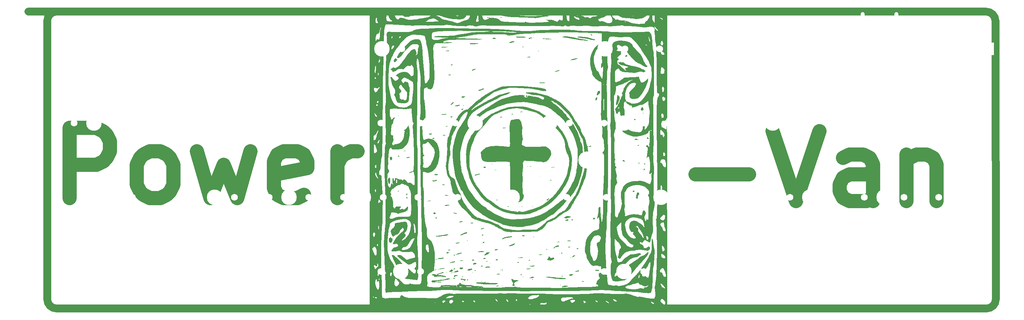
<source format=gbr>
%TF.GenerationSoftware,KiCad,Pcbnew,8.0.8*%
%TF.CreationDate,2025-05-03T21:44:13+02:00*%
%TF.ProjectId,PowerVan JST revision,506f7765-7256-4616-9e20-4a5354207265,rev?*%
%TF.SameCoordinates,Original*%
%TF.FileFunction,Legend,Top*%
%TF.FilePolarity,Positive*%
%FSLAX46Y46*%
G04 Gerber Fmt 4.6, Leading zero omitted, Abs format (unit mm)*
G04 Created by KiCad (PCBNEW 8.0.8) date 2025-05-03 21:44:13*
%MOMM*%
%LPD*%
G01*
G04 APERTURE LIST*
%ADD10C,2.000000*%
%ADD11C,3.600000*%
%ADD12C,0.000000*%
%ADD13C,1.750000*%
%ADD14C,3.987800*%
%ADD15R,2.000000X2.000000*%
%ADD16C,2.000000*%
%ADD17R,2.000000X3.200000*%
%ADD18C,4.400000*%
%ADD19C,3.048000*%
%ADD20C,0.650000*%
%ADD21O,1.000000X1.600000*%
%ADD22O,1.000000X2.100000*%
G04 APERTURE END LIST*
D10*
X413544250Y-235744000D02*
X175419250Y-235744000D01*
X415925500Y-233362750D02*
G75*
G02*
X413544250Y-235744000I-2381300J50D01*
G01*
X173038000Y-161925250D02*
G75*
G02*
X175419250Y-159544000I2381300J-50D01*
G01*
X413447952Y-159544000D02*
X168179202Y-159544000D01*
X413447952Y-159544000D02*
G75*
G02*
X415829300Y-161925250I48J-2381300D01*
G01*
X415829202Y-161925250D02*
X415925500Y-233362750D01*
X175419250Y-235744000D02*
G75*
G02*
X173038000Y-233362750I50J2381300D01*
G01*
X173038000Y-161925250D02*
X173038000Y-233362750D01*
D11*
X339030858Y-201308050D02*
X352745144Y-201308050D01*
X358745143Y-190165192D02*
X364745143Y-208165192D01*
X364745143Y-208165192D02*
X370745143Y-190165192D01*
X384459429Y-208165192D02*
X384459429Y-198736621D01*
X384459429Y-198736621D02*
X383602286Y-197022335D01*
X383602286Y-197022335D02*
X381888000Y-196165192D01*
X381888000Y-196165192D02*
X378459429Y-196165192D01*
X378459429Y-196165192D02*
X376745143Y-197022335D01*
X384459429Y-207308050D02*
X382745143Y-208165192D01*
X382745143Y-208165192D02*
X378459429Y-208165192D01*
X378459429Y-208165192D02*
X376745143Y-207308050D01*
X376745143Y-207308050D02*
X375888000Y-205593764D01*
X375888000Y-205593764D02*
X375888000Y-203879478D01*
X375888000Y-203879478D02*
X376745143Y-202165192D01*
X376745143Y-202165192D02*
X378459429Y-201308050D01*
X378459429Y-201308050D02*
X382745143Y-201308050D01*
X382745143Y-201308050D02*
X384459429Y-200450907D01*
X393030857Y-196165192D02*
X393030857Y-208165192D01*
X393030857Y-197879478D02*
X393888000Y-197022335D01*
X393888000Y-197022335D02*
X395602285Y-196165192D01*
X395602285Y-196165192D02*
X398173714Y-196165192D01*
X398173714Y-196165192D02*
X399888000Y-197022335D01*
X399888000Y-197022335D02*
X400745143Y-198736621D01*
X400745143Y-198736621D02*
X400745143Y-208165192D01*
X178741572Y-207371442D02*
X178741572Y-189371442D01*
X178741572Y-189371442D02*
X185598715Y-189371442D01*
X185598715Y-189371442D02*
X187313000Y-190228585D01*
X187313000Y-190228585D02*
X188170143Y-191085728D01*
X188170143Y-191085728D02*
X189027286Y-192800014D01*
X189027286Y-192800014D02*
X189027286Y-195371442D01*
X189027286Y-195371442D02*
X188170143Y-197085728D01*
X188170143Y-197085728D02*
X187313000Y-197942871D01*
X187313000Y-197942871D02*
X185598715Y-198800014D01*
X185598715Y-198800014D02*
X178741572Y-198800014D01*
X199313000Y-207371442D02*
X197598715Y-206514300D01*
X197598715Y-206514300D02*
X196741572Y-205657157D01*
X196741572Y-205657157D02*
X195884429Y-203942871D01*
X195884429Y-203942871D02*
X195884429Y-198800014D01*
X195884429Y-198800014D02*
X196741572Y-197085728D01*
X196741572Y-197085728D02*
X197598715Y-196228585D01*
X197598715Y-196228585D02*
X199313000Y-195371442D01*
X199313000Y-195371442D02*
X201884429Y-195371442D01*
X201884429Y-195371442D02*
X203598715Y-196228585D01*
X203598715Y-196228585D02*
X204455858Y-197085728D01*
X204455858Y-197085728D02*
X205313000Y-198800014D01*
X205313000Y-198800014D02*
X205313000Y-203942871D01*
X205313000Y-203942871D02*
X204455858Y-205657157D01*
X204455858Y-205657157D02*
X203598715Y-206514300D01*
X203598715Y-206514300D02*
X201884429Y-207371442D01*
X201884429Y-207371442D02*
X199313000Y-207371442D01*
X211313000Y-195371442D02*
X214741572Y-207371442D01*
X214741572Y-207371442D02*
X218170143Y-198800014D01*
X218170143Y-198800014D02*
X221598714Y-207371442D01*
X221598714Y-207371442D02*
X225027286Y-195371442D01*
X238741572Y-206514300D02*
X237027286Y-207371442D01*
X237027286Y-207371442D02*
X233598715Y-207371442D01*
X233598715Y-207371442D02*
X231884429Y-206514300D01*
X231884429Y-206514300D02*
X231027286Y-204800014D01*
X231027286Y-204800014D02*
X231027286Y-197942871D01*
X231027286Y-197942871D02*
X231884429Y-196228585D01*
X231884429Y-196228585D02*
X233598715Y-195371442D01*
X233598715Y-195371442D02*
X237027286Y-195371442D01*
X237027286Y-195371442D02*
X238741572Y-196228585D01*
X238741572Y-196228585D02*
X239598715Y-197942871D01*
X239598715Y-197942871D02*
X239598715Y-199657157D01*
X239598715Y-199657157D02*
X231027286Y-201371442D01*
X247313000Y-207371442D02*
X247313000Y-195371442D01*
X247313000Y-198800014D02*
X248170143Y-197085728D01*
X248170143Y-197085728D02*
X249027286Y-196228585D01*
X249027286Y-196228585D02*
X250741571Y-195371442D01*
X250741571Y-195371442D02*
X252455857Y-195371442D01*
D12*
%TO.C,G\u002A\u002A\u002A*%
G36*
X264418468Y-201166265D02*
G01*
X264368859Y-201215875D01*
X264319250Y-201166265D01*
X264368859Y-201116656D01*
X264418468Y-201166265D01*
G37*
G36*
X275630187Y-226467046D02*
G01*
X275580578Y-226516656D01*
X275530968Y-226467046D01*
X275580578Y-226417437D01*
X275630187Y-226467046D01*
G37*
G36*
X278011437Y-229642046D02*
G01*
X277961828Y-229691656D01*
X277912218Y-229642046D01*
X277961828Y-229592437D01*
X278011437Y-229642046D01*
G37*
G36*
X282873156Y-228451421D02*
G01*
X282823546Y-228501031D01*
X282773937Y-228451421D01*
X282823546Y-228401812D01*
X282873156Y-228451421D01*
G37*
G36*
X284262218Y-228749078D02*
G01*
X284212609Y-228798687D01*
X284163000Y-228749078D01*
X284212609Y-228699468D01*
X284262218Y-228749078D01*
G37*
G36*
X286841906Y-230038921D02*
G01*
X286792296Y-230088531D01*
X286742687Y-230038921D01*
X286792296Y-229989312D01*
X286841906Y-230038921D01*
G37*
G36*
X287734875Y-200174078D02*
G01*
X287685265Y-200223687D01*
X287635656Y-200174078D01*
X287685265Y-200124468D01*
X287734875Y-200174078D01*
G37*
G36*
X288230968Y-200074859D02*
G01*
X288181359Y-200124468D01*
X288131750Y-200074859D01*
X288181359Y-200025250D01*
X288230968Y-200074859D01*
G37*
G36*
X294084875Y-228848296D02*
G01*
X294035265Y-228897906D01*
X293985656Y-228848296D01*
X294035265Y-228798687D01*
X294084875Y-228848296D01*
G37*
G36*
X301228625Y-220712359D02*
G01*
X301179015Y-220761968D01*
X301129406Y-220712359D01*
X301179015Y-220662750D01*
X301228625Y-220712359D01*
G37*
G36*
X304304406Y-221605328D02*
G01*
X304254796Y-221654937D01*
X304205187Y-221605328D01*
X304254796Y-221555718D01*
X304304406Y-221605328D01*
G37*
G36*
X325537218Y-210095953D02*
G01*
X325487609Y-210145562D01*
X325438000Y-210095953D01*
X325487609Y-210046343D01*
X325537218Y-210095953D01*
G37*
G36*
X265681440Y-231913742D02*
G01*
X265651849Y-231958838D01*
X265551216Y-231965854D01*
X265445346Y-231941623D01*
X265491271Y-231905909D01*
X265646338Y-231894081D01*
X265681440Y-231913742D01*
G37*
G36*
X273414302Y-179718479D02*
G01*
X273400682Y-179777464D01*
X273348156Y-179784625D01*
X273266487Y-179748322D01*
X273282010Y-179718479D01*
X273399759Y-179706604D01*
X273414302Y-179718479D01*
G37*
G36*
X275299458Y-226450510D02*
G01*
X275285838Y-226509495D01*
X275233312Y-226516656D01*
X275151644Y-226480353D01*
X275167166Y-226450510D01*
X275284916Y-226438635D01*
X275299458Y-226450510D01*
G37*
G36*
X281252583Y-228335666D02*
G01*
X281238963Y-228394652D01*
X281186437Y-228401812D01*
X281104769Y-228365509D01*
X281120291Y-228335666D01*
X281238041Y-228323792D01*
X281252583Y-228335666D01*
G37*
G36*
X282302648Y-217620476D02*
G01*
X282315112Y-217656690D01*
X282178625Y-217670521D01*
X282037771Y-217654929D01*
X282054601Y-217620476D01*
X282257736Y-217607372D01*
X282302648Y-217620476D01*
G37*
G36*
X282740864Y-217520822D02*
G01*
X282727244Y-217579808D01*
X282674718Y-217586968D01*
X282593050Y-217550666D01*
X282608572Y-217520822D01*
X282726322Y-217508948D01*
X282740864Y-217520822D01*
G37*
G36*
X286511177Y-224168479D02*
G01*
X286497557Y-224227464D01*
X286445031Y-224234625D01*
X286363362Y-224198322D01*
X286378885Y-224168479D01*
X286496634Y-224156604D01*
X286511177Y-224168479D01*
G37*
G36*
X287007270Y-198669260D02*
G01*
X286993651Y-198728245D01*
X286941125Y-198735406D01*
X286859456Y-198699103D01*
X286874979Y-198669260D01*
X286992728Y-198657385D01*
X287007270Y-198669260D01*
G37*
G36*
X287999458Y-200157541D02*
G01*
X287985838Y-200216527D01*
X287933312Y-200223687D01*
X287851644Y-200187384D01*
X287867166Y-200157541D01*
X287984916Y-200145667D01*
X287999458Y-200157541D01*
G37*
G36*
X289190083Y-225855197D02*
G01*
X289176463Y-225914183D01*
X289123937Y-225921343D01*
X289042269Y-225885041D01*
X289057791Y-225855197D01*
X289175541Y-225843323D01*
X289190083Y-225855197D01*
G37*
G36*
X289289302Y-230022385D02*
G01*
X289301176Y-230140134D01*
X289289302Y-230154677D01*
X289230316Y-230141057D01*
X289223156Y-230088531D01*
X289259458Y-230006862D01*
X289289302Y-230022385D01*
G37*
G36*
X289586958Y-229923166D02*
G01*
X289573338Y-229982152D01*
X289520812Y-229989312D01*
X289439144Y-229953009D01*
X289454666Y-229923166D01*
X289572416Y-229911292D01*
X289586958Y-229923166D01*
G37*
G36*
X290287690Y-201850461D02*
G01*
X290258099Y-201895557D01*
X290157466Y-201902573D01*
X290051596Y-201878341D01*
X290097521Y-201842628D01*
X290252588Y-201830800D01*
X290287690Y-201850461D01*
G37*
G36*
X290982222Y-226059836D02*
G01*
X290952631Y-226104932D01*
X290851997Y-226111948D01*
X290746127Y-226087716D01*
X290792052Y-226052003D01*
X290947119Y-226040175D01*
X290982222Y-226059836D01*
G37*
G36*
X292960395Y-226053635D02*
G01*
X292946776Y-226112620D01*
X292894250Y-226119781D01*
X292812581Y-226083478D01*
X292828104Y-226053635D01*
X292945853Y-226041760D01*
X292960395Y-226053635D01*
G37*
G36*
X294051802Y-209682541D02*
G01*
X294038182Y-209741527D01*
X293985656Y-209748687D01*
X293903987Y-209712384D01*
X293919510Y-209682541D01*
X294037259Y-209670667D01*
X294051802Y-209682541D01*
G37*
G36*
X294704992Y-209583758D02*
G01*
X294717456Y-209619972D01*
X294580968Y-209633802D01*
X294440114Y-209618210D01*
X294456945Y-209583758D01*
X294660080Y-209570653D01*
X294704992Y-209583758D01*
G37*
G36*
X294944770Y-227641135D02*
G01*
X294931151Y-227700120D01*
X294878625Y-227707281D01*
X294796956Y-227670978D01*
X294812479Y-227641135D01*
X294930228Y-227629260D01*
X294944770Y-227641135D01*
G37*
G36*
X296135395Y-199264572D02*
G01*
X296121776Y-199323558D01*
X296069250Y-199330718D01*
X295987581Y-199294416D01*
X296003104Y-199264572D01*
X296120853Y-199252698D01*
X296135395Y-199264572D01*
G37*
G36*
X297431440Y-209589524D02*
G01*
X297401849Y-209634620D01*
X297301216Y-209641635D01*
X297195346Y-209617404D01*
X297241271Y-209581691D01*
X297396338Y-209569862D01*
X297431440Y-209589524D01*
G37*
G36*
X297524458Y-166224729D02*
G01*
X297510838Y-166283714D01*
X297458312Y-166290875D01*
X297376644Y-166254572D01*
X297392166Y-166224729D01*
X297509916Y-166212854D01*
X297524458Y-166224729D01*
G37*
G36*
X299211177Y-176444260D02*
G01*
X299197557Y-176503245D01*
X299145031Y-176510406D01*
X299063362Y-176474103D01*
X299078885Y-176444260D01*
X299196634Y-176432385D01*
X299211177Y-176444260D01*
G37*
G36*
X304575190Y-229631711D02*
G01*
X304545599Y-229676807D01*
X304444966Y-229683823D01*
X304339096Y-229659591D01*
X304385021Y-229623878D01*
X304540088Y-229612050D01*
X304575190Y-229631711D01*
G37*
G36*
X306751802Y-211270041D02*
G01*
X306763676Y-211387791D01*
X306751802Y-211402333D01*
X306692816Y-211388713D01*
X306685656Y-211336187D01*
X306721958Y-211254519D01*
X306751802Y-211270041D01*
G37*
G36*
X307148677Y-222680197D02*
G01*
X307135057Y-222739183D01*
X307082531Y-222746343D01*
X307000862Y-222710041D01*
X307016385Y-222680197D01*
X307134134Y-222668323D01*
X307148677Y-222680197D01*
G37*
G36*
X309232270Y-208293479D02*
G01*
X309244145Y-208411228D01*
X309232270Y-208425770D01*
X309173285Y-208412151D01*
X309166125Y-208359625D01*
X309202427Y-208277956D01*
X309232270Y-208293479D01*
G37*
G36*
X326496333Y-235578635D02*
G01*
X326508207Y-235696384D01*
X326496333Y-235710927D01*
X326437347Y-235697307D01*
X326430187Y-235644781D01*
X326466490Y-235563112D01*
X326496333Y-235578635D01*
G37*
G36*
X263088014Y-205507816D02*
G01*
X263061279Y-205597661D01*
X262982194Y-205678728D01*
X262857438Y-205742713D01*
X262830968Y-205698723D01*
X262892964Y-205568739D01*
X263016143Y-205492303D01*
X263088014Y-205507816D01*
G37*
G36*
X276638660Y-186451249D02*
G01*
X276870421Y-186486252D01*
X276653201Y-186608363D01*
X276454905Y-186676015D01*
X276370414Y-186624385D01*
X276346929Y-186486855D01*
X276495873Y-186439197D01*
X276638660Y-186451249D01*
G37*
G36*
X324622653Y-198288543D02*
G01*
X324720731Y-198419146D01*
X324677548Y-198520357D01*
X324602908Y-198536968D01*
X324466230Y-198457082D01*
X324445812Y-198379872D01*
X324503648Y-198271218D01*
X324622653Y-198288543D01*
G37*
G36*
X263253680Y-196584089D02*
G01*
X263277453Y-196651812D01*
X263137508Y-196735162D01*
X263023550Y-196751031D01*
X262865530Y-196708352D01*
X262830968Y-196651812D01*
X262916053Y-196577859D01*
X263084871Y-196552593D01*
X263253680Y-196584089D01*
G37*
G36*
X264840148Y-195291946D02*
G01*
X264887166Y-195316483D01*
X264762509Y-195332050D01*
X264616906Y-195334945D01*
X264402311Y-195327204D01*
X264343401Y-195307416D01*
X264393664Y-195291946D01*
X264682785Y-195275531D01*
X264840148Y-195291946D01*
G37*
G36*
X265190240Y-206261783D02*
G01*
X265212218Y-206424859D01*
X265168772Y-206621375D01*
X265067006Y-206671298D01*
X264969705Y-206582641D01*
X264952427Y-206423444D01*
X265018830Y-206252487D01*
X265123615Y-206176812D01*
X265190240Y-206261783D01*
G37*
G36*
X265274606Y-207231038D02*
G01*
X265311437Y-207317828D01*
X265237732Y-207442760D01*
X265081026Y-207459179D01*
X264980708Y-207400510D01*
X264917141Y-207258916D01*
X265029075Y-207176724D01*
X265113000Y-207169000D01*
X265274606Y-207231038D01*
G37*
G36*
X272619518Y-205443847D02*
G01*
X272604015Y-205482281D01*
X272514856Y-205576934D01*
X272498941Y-205581500D01*
X272456325Y-205504735D01*
X272455187Y-205482281D01*
X272531462Y-205386875D01*
X272560261Y-205383062D01*
X272619518Y-205443847D01*
G37*
G36*
X272736394Y-223065227D02*
G01*
X272752843Y-223082994D01*
X272675258Y-223146970D01*
X272604015Y-223179098D01*
X272476255Y-223181161D01*
X272455187Y-223140104D01*
X272535597Y-223054826D01*
X272604015Y-223044000D01*
X272736394Y-223065227D01*
G37*
G36*
X276689102Y-226579017D02*
G01*
X276702576Y-226608433D01*
X276654681Y-226698905D01*
X276572765Y-226715093D01*
X276449280Y-226664750D01*
X276442954Y-226608433D01*
X276545386Y-226505924D01*
X276572765Y-226501773D01*
X276689102Y-226579017D01*
G37*
G36*
X276806818Y-173098005D02*
G01*
X276831338Y-173189058D01*
X276741976Y-173267590D01*
X276551045Y-173312847D01*
X276364665Y-173323957D01*
X276356181Y-173282382D01*
X276469534Y-173187487D01*
X276676225Y-173074583D01*
X276806818Y-173098005D01*
G37*
G36*
X277078193Y-226465537D02*
G01*
X277068859Y-226516656D01*
X276942012Y-226612090D01*
X276914175Y-226615875D01*
X276823484Y-226540196D01*
X276820812Y-226516656D01*
X276901572Y-226429580D01*
X276975496Y-226417437D01*
X277078193Y-226465537D01*
G37*
G36*
X277399334Y-222006169D02*
G01*
X277416125Y-222051812D01*
X277335762Y-222139837D01*
X277267296Y-222151031D01*
X277135259Y-222097455D01*
X277118468Y-222051812D01*
X277198831Y-221963787D01*
X277267296Y-221952593D01*
X277399334Y-222006169D01*
G37*
G36*
X279510450Y-227531073D02*
G01*
X279514601Y-227558453D01*
X279437357Y-227674790D01*
X279407941Y-227688264D01*
X279317469Y-227640369D01*
X279301281Y-227558453D01*
X279351624Y-227434968D01*
X279407941Y-227428641D01*
X279510450Y-227531073D01*
G37*
G36*
X279564831Y-228859472D02*
G01*
X279549328Y-228897906D01*
X279460169Y-228992559D01*
X279444253Y-228997125D01*
X279401637Y-228920360D01*
X279400500Y-228897906D01*
X279476774Y-228802500D01*
X279505574Y-228798687D01*
X279564831Y-228859472D01*
G37*
G36*
X279681706Y-183576165D02*
G01*
X279698156Y-183593931D01*
X279620571Y-183657908D01*
X279549328Y-183690036D01*
X279421568Y-183692098D01*
X279400500Y-183651042D01*
X279480910Y-183565764D01*
X279549328Y-183554937D01*
X279681706Y-183576165D01*
G37*
G36*
X280697548Y-228211989D02*
G01*
X280702589Y-228219792D01*
X280783083Y-228413920D01*
X280703516Y-228496711D01*
X280650023Y-228501031D01*
X280552885Y-228428311D01*
X280564569Y-228294206D01*
X280623364Y-228161271D01*
X280697548Y-228211989D01*
G37*
G36*
X280854219Y-218224959D02*
G01*
X280888781Y-218281500D01*
X280803696Y-218355452D01*
X280634878Y-218380718D01*
X280466069Y-218349223D01*
X280442296Y-218281500D01*
X280582241Y-218198149D01*
X280696199Y-218182281D01*
X280854219Y-218224959D01*
G37*
G36*
X281979049Y-226394983D02*
G01*
X281980187Y-226417437D01*
X281903912Y-226512843D01*
X281875113Y-226516656D01*
X281815856Y-226455871D01*
X281831359Y-226417437D01*
X281920518Y-226322784D01*
X281936433Y-226318218D01*
X281979049Y-226394983D01*
G37*
G36*
X282819896Y-225960488D02*
G01*
X282823546Y-226020562D01*
X282684006Y-226103066D01*
X282563788Y-226119781D01*
X282430322Y-226080636D01*
X282426671Y-226020562D01*
X282566212Y-225938058D01*
X282686429Y-225921343D01*
X282819896Y-225960488D01*
G37*
G36*
X285281099Y-159578137D02*
G01*
X285284397Y-159610709D01*
X285129074Y-159624012D01*
X285105578Y-159623876D01*
X284951694Y-159609569D01*
X284966383Y-159579370D01*
X284983443Y-159574461D01*
X285199572Y-159559935D01*
X285281099Y-159578137D01*
G37*
G36*
X285736144Y-223576239D02*
G01*
X285750500Y-223639312D01*
X285665076Y-223709069D01*
X285477648Y-223731557D01*
X285301163Y-223719498D01*
X285307396Y-223684318D01*
X285403234Y-223639312D01*
X285635064Y-223556854D01*
X285736144Y-223576239D01*
G37*
G36*
X288313477Y-207812248D02*
G01*
X288330187Y-207852915D01*
X288251228Y-207961380D01*
X288181359Y-207998630D01*
X288053357Y-207983385D01*
X288032531Y-207910026D01*
X288112021Y-207781201D01*
X288181359Y-207764312D01*
X288313477Y-207812248D01*
G37*
G36*
X289450999Y-161021999D02*
G01*
X289477627Y-161100092D01*
X289331989Y-161128065D01*
X289267804Y-161128482D01*
X289079673Y-161117671D01*
X289069042Y-161077263D01*
X289158304Y-161018982D01*
X289352579Y-160965188D01*
X289450999Y-161021999D01*
G37*
G36*
X289671508Y-225825187D02*
G01*
X289672318Y-225826458D01*
X289639656Y-225901223D01*
X289526668Y-225921343D01*
X289362014Y-225905363D01*
X289322375Y-225882349D01*
X289400649Y-225807257D01*
X289556508Y-225781897D01*
X289671508Y-225825187D01*
G37*
G36*
X291192793Y-209506506D02*
G01*
X291207531Y-209550250D01*
X291124180Y-209630084D01*
X291003238Y-209649468D01*
X290866046Y-209611273D01*
X290860265Y-209550250D01*
X291003822Y-209458956D01*
X291064558Y-209451031D01*
X291192793Y-209506506D01*
G37*
G36*
X292328343Y-185826687D02*
G01*
X292354971Y-185904780D01*
X292209333Y-185932753D01*
X292145148Y-185933170D01*
X291957017Y-185922359D01*
X291946386Y-185881950D01*
X292035648Y-185823670D01*
X292229923Y-185769875D01*
X292328343Y-185826687D01*
G37*
G36*
X294557924Y-226950381D02*
G01*
X294559368Y-227028078D01*
X294434140Y-227159797D01*
X294338077Y-227195858D01*
X294207138Y-227174337D01*
X294205693Y-227096639D01*
X294330921Y-226964921D01*
X294426984Y-226928860D01*
X294557924Y-226950381D01*
G37*
G36*
X294655382Y-186959199D02*
G01*
X294686262Y-186987958D01*
X294549068Y-187003615D01*
X294481750Y-187004574D01*
X294301239Y-186994230D01*
X294279965Y-186968475D01*
X294308117Y-186959199D01*
X294559758Y-186943769D01*
X294655382Y-186959199D01*
G37*
G36*
X295969171Y-181119363D02*
G01*
X296013380Y-181241408D01*
X295957021Y-181338191D01*
X295788459Y-181464752D01*
X295639302Y-181405197D01*
X295571351Y-181239604D01*
X295648573Y-181104172D01*
X295755057Y-181074468D01*
X295969171Y-181119363D01*
G37*
G36*
X296646188Y-223323469D02*
G01*
X296664562Y-223362770D01*
X296579366Y-223421016D01*
X296410660Y-223440875D01*
X296243187Y-223411094D01*
X296214176Y-223347969D01*
X296335367Y-223282501D01*
X296513097Y-223275442D01*
X296646188Y-223323469D01*
G37*
G36*
X296889693Y-199265637D02*
G01*
X296892991Y-199298209D01*
X296737668Y-199311512D01*
X296714171Y-199311376D01*
X296560288Y-199297069D01*
X296574977Y-199266870D01*
X296592036Y-199261961D01*
X296808165Y-199247435D01*
X296889693Y-199265637D01*
G37*
G36*
X297425821Y-228265735D02*
G01*
X297439295Y-228295152D01*
X297391400Y-228385623D01*
X297309484Y-228401812D01*
X297185999Y-228351468D01*
X297179673Y-228295152D01*
X297282104Y-228192643D01*
X297309484Y-228188492D01*
X297425821Y-228265735D01*
G37*
G36*
X297722254Y-217350444D02*
G01*
X297706359Y-217388531D01*
X297574922Y-217484045D01*
X297545820Y-217487750D01*
X297492027Y-217426618D01*
X297507921Y-217388531D01*
X297639358Y-217293016D01*
X297668461Y-217289312D01*
X297722254Y-217350444D01*
G37*
G36*
X299469380Y-201845325D02*
G01*
X299472678Y-201877897D01*
X299317356Y-201891199D01*
X299293859Y-201891063D01*
X299139975Y-201876756D01*
X299154664Y-201846558D01*
X299171724Y-201841648D01*
X299387853Y-201827123D01*
X299469380Y-201845325D01*
G37*
G36*
X301013396Y-220517887D02*
G01*
X301030187Y-220563531D01*
X300949824Y-220651556D01*
X300881359Y-220662750D01*
X300749322Y-220609174D01*
X300732531Y-220563531D01*
X300812894Y-220475506D01*
X300881359Y-220464312D01*
X301013396Y-220517887D01*
G37*
G36*
X301997570Y-216923262D02*
G01*
X302028449Y-216952020D01*
X301891255Y-216967677D01*
X301823937Y-216968637D01*
X301643427Y-216958292D01*
X301622153Y-216932538D01*
X301650304Y-216923262D01*
X301901946Y-216907831D01*
X301997570Y-216923262D01*
G37*
G36*
X304923316Y-221487360D02*
G01*
X304949328Y-221555718D01*
X304805355Y-221648015D01*
X304750890Y-221654937D01*
X304584462Y-221592034D01*
X304552453Y-221555718D01*
X304588039Y-221482572D01*
X304750890Y-221456500D01*
X304923316Y-221487360D01*
G37*
G36*
X305042828Y-227418878D02*
G01*
X304934285Y-227486913D01*
X304784681Y-227511547D01*
X304701802Y-227476392D01*
X304701281Y-227470806D01*
X304783094Y-227418693D01*
X304899855Y-227380840D01*
X305034136Y-227374306D01*
X305042828Y-227418878D01*
G37*
G36*
X310409040Y-228679423D02*
G01*
X310455968Y-228762836D01*
X310370117Y-228867297D01*
X310207921Y-228897906D01*
X310021400Y-228867878D01*
X309959875Y-228810254D01*
X310044600Y-228728224D01*
X310207921Y-228675184D01*
X310409040Y-228679423D01*
G37*
G36*
X323353546Y-205527175D02*
G01*
X323397755Y-205649221D01*
X323341396Y-205746003D01*
X323166357Y-205868106D01*
X323017276Y-205839537D01*
X322957531Y-205680718D01*
X323028639Y-205513408D01*
X323139432Y-205482281D01*
X323353546Y-205527175D01*
G37*
G36*
X323640749Y-187105690D02*
G01*
X323634532Y-187193004D01*
X323541152Y-187360685D01*
X323397617Y-187396808D01*
X323301177Y-187319394D01*
X323307680Y-187176261D01*
X323366499Y-187117238D01*
X323563161Y-187033994D01*
X323640749Y-187105690D01*
G37*
G36*
X325721378Y-185512195D02*
G01*
X325735656Y-185583066D01*
X325683854Y-185718818D01*
X325636437Y-185737750D01*
X325540058Y-185666537D01*
X325537218Y-185644386D01*
X325609340Y-185510011D01*
X325636437Y-185489703D01*
X325721378Y-185512195D01*
G37*
G36*
X326042095Y-198512618D02*
G01*
X326133437Y-198587670D01*
X326196200Y-198700894D01*
X326092144Y-198734632D01*
X326045461Y-198735406D01*
X325877713Y-198698318D01*
X325834875Y-198642043D01*
X325899474Y-198508256D01*
X326042095Y-198512618D01*
G37*
G36*
X263188308Y-186213691D02*
G01*
X263292366Y-186294768D01*
X263217941Y-186353601D01*
X263204901Y-186358709D01*
X263000076Y-186363355D01*
X262935401Y-186336285D01*
X262868306Y-186244314D01*
X262938984Y-186181082D01*
X263086772Y-186175995D01*
X263188308Y-186213691D01*
G37*
G36*
X272763415Y-212384518D02*
G01*
X272810973Y-212503794D01*
X272798215Y-212533668D01*
X272675203Y-212607510D01*
X272500026Y-212621812D01*
X272371895Y-212575732D01*
X272355968Y-212537427D01*
X272437344Y-212428722D01*
X272610237Y-212365335D01*
X272763415Y-212384518D01*
G37*
G36*
X272792930Y-225734397D02*
G01*
X272818977Y-225769572D01*
X272648765Y-225829485D01*
X272529601Y-225859666D01*
X272325311Y-225877876D01*
X272256750Y-225824015D01*
X272343322Y-225754496D01*
X272553465Y-225723062D01*
X272570942Y-225722906D01*
X272792930Y-225734397D01*
G37*
G36*
X277464702Y-225397855D02*
G01*
X277416125Y-225524468D01*
X277293076Y-225676072D01*
X277173412Y-225724782D01*
X277118486Y-225646059D01*
X277118468Y-225643531D01*
X277190532Y-225499272D01*
X277340699Y-225363528D01*
X277439459Y-225326031D01*
X277464702Y-225397855D01*
G37*
G36*
X280738861Y-178733124D02*
G01*
X280765254Y-178817242D01*
X280642105Y-178930401D01*
X280439484Y-178979031D01*
X280272673Y-178936657D01*
X280267278Y-178931611D01*
X280234913Y-178810991D01*
X280360992Y-178720989D01*
X280555639Y-178693218D01*
X280738861Y-178733124D01*
G37*
G36*
X282189657Y-223198915D02*
G01*
X282328777Y-223282042D01*
X282349497Y-223374880D01*
X282220318Y-223498209D01*
X282007214Y-223500808D01*
X281881798Y-223444882D01*
X281790144Y-223333263D01*
X281847005Y-223236712D01*
X282001384Y-223176194D01*
X282189657Y-223198915D01*
G37*
G36*
X284543499Y-224818913D02*
G01*
X284535686Y-224854742D01*
X284417598Y-224953638D01*
X284204957Y-225010684D01*
X284011092Y-225025532D01*
X283994035Y-224988840D01*
X284113390Y-224889816D01*
X284326330Y-224766371D01*
X284486572Y-224741336D01*
X284543499Y-224818913D01*
G37*
G36*
X284973831Y-218639322D02*
G01*
X285008192Y-218737145D01*
X284903207Y-218842348D01*
X284689253Y-218963154D01*
X284555410Y-218934975D01*
X284513342Y-218881790D01*
X284537222Y-218773267D01*
X284677839Y-218671827D01*
X284856488Y-218618912D01*
X284973831Y-218639322D01*
G37*
G36*
X294700629Y-185163049D02*
G01*
X294779406Y-185241656D01*
X294691868Y-185303769D01*
X294474778Y-185333520D01*
X294407335Y-185333901D01*
X294186649Y-185321559D01*
X294145437Y-185289768D01*
X294233703Y-185241656D01*
X294498878Y-185162482D01*
X294700629Y-185163049D01*
G37*
G36*
X302156570Y-202786036D02*
G01*
X302267009Y-202851118D01*
X302226530Y-202882256D01*
X302012822Y-202892419D01*
X301972765Y-202892861D01*
X301736162Y-202887171D01*
X301673735Y-202856247D01*
X301759695Y-202789734D01*
X302008800Y-202737226D01*
X302156570Y-202786036D01*
G37*
G36*
X303064171Y-199453415D02*
G01*
X302766515Y-199529156D01*
X302436878Y-199587210D01*
X302171203Y-199606745D01*
X301974687Y-199604401D01*
X301966000Y-199582675D01*
X302121593Y-199529156D01*
X302399441Y-199473510D01*
X302716906Y-199451566D01*
X303064171Y-199453415D01*
G37*
G36*
X304254796Y-218598936D02*
G01*
X304006750Y-218678375D01*
X303759306Y-218743070D01*
X303609875Y-218766184D01*
X303511120Y-218759472D01*
X303584578Y-218694878D01*
X303609875Y-218678375D01*
X303823687Y-218605678D01*
X304006750Y-218590565D01*
X304254796Y-218598936D01*
G37*
G36*
X307657642Y-212870413D02*
G01*
X307643927Y-212967268D01*
X307575751Y-213026781D01*
X307375429Y-213115032D01*
X307252789Y-213055015D01*
X307235774Y-213030049D01*
X307266944Y-212940670D01*
X307408464Y-212866370D01*
X307573058Y-212840174D01*
X307657642Y-212870413D01*
G37*
G36*
X309045990Y-220307717D02*
G01*
X309066906Y-220365093D01*
X308980293Y-220430707D01*
X308769281Y-220457582D01*
X308744445Y-220457338D01*
X308545854Y-220445081D01*
X308527198Y-220411946D01*
X308620421Y-220365093D01*
X308894917Y-220280426D01*
X309045990Y-220307717D01*
G37*
G36*
X312364416Y-165369967D02*
G01*
X312501652Y-165518501D01*
X312539562Y-165616187D01*
X312486232Y-165697239D01*
X312367144Y-165650449D01*
X312243650Y-165500357D01*
X312241906Y-165497125D01*
X312190284Y-165344625D01*
X312218571Y-165298687D01*
X312364416Y-165369967D01*
G37*
G36*
X324615797Y-193812162D02*
G01*
X324646464Y-193886878D01*
X324540990Y-193949970D01*
X324321789Y-194010448D01*
X324119505Y-194028810D01*
X324048937Y-193976686D01*
X324132300Y-193884826D01*
X324319388Y-193811216D01*
X324515702Y-193783284D01*
X324615797Y-193812162D01*
G37*
G36*
X326015519Y-199904813D02*
G01*
X326028818Y-200072127D01*
X325981772Y-200228721D01*
X325944490Y-200266871D01*
X325837368Y-200244788D01*
X325810277Y-200198312D01*
X325797106Y-200001958D01*
X325873964Y-199853616D01*
X325942361Y-199826812D01*
X326015519Y-199904813D01*
G37*
G36*
X326827062Y-191813119D02*
G01*
X326987555Y-191974066D01*
X327017983Y-192132042D01*
X326929099Y-192228996D01*
X326752648Y-192214920D01*
X326657050Y-192092869D01*
X326628625Y-191929812D01*
X326647442Y-191763141D01*
X326739463Y-191762536D01*
X326827062Y-191813119D01*
G37*
G36*
X272155736Y-192071489D02*
G01*
X272157531Y-192087750D01*
X272070808Y-192154864D01*
X271859565Y-192185279D01*
X271835070Y-192185449D01*
X271635021Y-192171398D01*
X271613412Y-192124979D01*
X271661437Y-192087750D01*
X271866778Y-192005708D01*
X272057810Y-192000288D01*
X272155736Y-192071489D01*
G37*
G36*
X274654731Y-203924851D02*
G01*
X274836437Y-203994000D01*
X274879587Y-204055390D01*
X274753597Y-204085733D01*
X274563585Y-204091699D01*
X274306067Y-204071839D01*
X274156862Y-204020095D01*
X274141906Y-203994000D01*
X274225011Y-203922115D01*
X274422077Y-203899065D01*
X274654731Y-203924851D01*
G37*
G36*
X275611192Y-188932134D02*
G01*
X275558046Y-188994022D01*
X275530968Y-189011968D01*
X275316930Y-189085840D01*
X275134093Y-189102694D01*
X274968738Y-189091875D01*
X274989099Y-189055467D01*
X275084484Y-189011968D01*
X275345788Y-188937188D01*
X275481359Y-188921242D01*
X275611192Y-188932134D01*
G37*
G36*
X275671399Y-221296698D02*
G01*
X275883140Y-221381819D01*
X275911475Y-221467938D01*
X275770103Y-221533111D01*
X275509707Y-221555718D01*
X275255587Y-221549032D01*
X275167661Y-221515467D01*
X275213793Y-221434761D01*
X275253263Y-221394026D01*
X275492709Y-221279464D01*
X275671399Y-221296698D01*
G37*
G36*
X276057722Y-220664269D02*
G01*
X276254672Y-220678406D01*
X276273239Y-220725331D01*
X276225500Y-220761968D01*
X276044771Y-220833832D01*
X275846838Y-220857339D01*
X275702241Y-220832489D01*
X275679796Y-220761968D01*
X275812742Y-220693220D01*
X276049136Y-220664264D01*
X276057722Y-220664269D01*
G37*
G36*
X276281471Y-175737310D02*
G01*
X276380053Y-175793253D01*
X276374328Y-175815875D01*
X276239913Y-175887932D01*
X276027062Y-175915093D01*
X275800119Y-175883906D01*
X275679796Y-175815875D01*
X275724755Y-175750995D01*
X275935146Y-175718660D01*
X276027062Y-175716656D01*
X276281471Y-175737310D01*
G37*
G36*
X277293802Y-227907068D02*
G01*
X277440929Y-227912692D01*
X277595505Y-227924348D01*
X277559573Y-227963170D01*
X277465734Y-228004937D01*
X277206751Y-228086899D01*
X277055886Y-228074864D01*
X277038266Y-227997496D01*
X277123397Y-227900708D01*
X277145753Y-227898277D01*
X277293802Y-227907068D01*
G37*
G36*
X279469774Y-223362545D02*
G01*
X279532223Y-223385795D01*
X279432171Y-223430533D01*
X279400500Y-223440875D01*
X279071450Y-223519302D01*
X278863340Y-223511864D01*
X278805187Y-223440875D01*
X278893429Y-223382384D01*
X279115384Y-223352473D01*
X279226867Y-223351546D01*
X279469774Y-223362545D01*
G37*
G36*
X279563884Y-184478998D02*
G01*
X279572739Y-184599402D01*
X279553407Y-184639742D01*
X279425913Y-184717736D01*
X279231952Y-184743230D01*
X279061892Y-184714827D01*
X279003625Y-184648234D01*
X279086764Y-184559092D01*
X279272855Y-184484627D01*
X279466907Y-184453532D01*
X279563884Y-184478998D01*
G37*
G36*
X282922765Y-174229391D02*
G01*
X282525890Y-174473833D01*
X282201899Y-174642960D01*
X281948929Y-174717261D01*
X281803166Y-174689101D01*
X281781750Y-174630876D01*
X281869551Y-174480470D01*
X282089505Y-174342241D01*
X282376433Y-174249312D01*
X282572772Y-174228883D01*
X282922765Y-174229391D01*
G37*
G36*
X285264137Y-199352295D02*
G01*
X285338431Y-199466725D01*
X285334956Y-199503212D01*
X285222848Y-199668454D01*
X285017835Y-199696719D01*
X284857531Y-199628250D01*
X284758605Y-199533850D01*
X284837129Y-199445064D01*
X284857531Y-199431456D01*
X285084143Y-199337578D01*
X285264137Y-199352295D01*
G37*
G36*
X287412414Y-206402191D02*
G01*
X287499680Y-206419937D01*
X287409226Y-206433442D01*
X287161755Y-206440540D01*
X287040343Y-206441110D01*
X286742224Y-206436801D01*
X286593787Y-206425318D01*
X286615738Y-206408825D01*
X286668273Y-206402191D01*
X287040833Y-206386136D01*
X287412414Y-206402191D01*
G37*
G36*
X288244781Y-220660492D02*
G01*
X287987011Y-220816948D01*
X287748368Y-220856753D01*
X287590799Y-220769653D01*
X287590284Y-220768824D01*
X287572166Y-220679390D01*
X287671325Y-220612798D01*
X287920874Y-220552613D01*
X288082140Y-220524696D01*
X288479015Y-220459798D01*
X288244781Y-220660492D01*
G37*
G36*
X288469467Y-223229305D02*
G01*
X288479015Y-223242437D01*
X288433186Y-223306248D01*
X288220146Y-223338039D01*
X288112800Y-223340136D01*
X287859836Y-223327481D01*
X287787552Y-223288101D01*
X287834093Y-223242437D01*
X288061170Y-223160099D01*
X288304290Y-223155722D01*
X288469467Y-223229305D01*
G37*
G36*
X289353035Y-186538473D02*
G01*
X289549014Y-186550714D01*
X289564882Y-186584044D01*
X289471203Y-186630718D01*
X289233288Y-186704679D01*
X289044930Y-186717321D01*
X288963818Y-186668645D01*
X288975109Y-186630718D01*
X289107899Y-186563563D01*
X289344050Y-186538315D01*
X289353035Y-186538473D01*
G37*
G36*
X290349347Y-189330678D02*
G01*
X290432646Y-189353865D01*
X290353152Y-189396011D01*
X290314562Y-189408843D01*
X289939196Y-189492159D01*
X289714368Y-189454517D01*
X289669640Y-189408843D01*
X289717386Y-189348218D01*
X289937104Y-189320132D01*
X290085464Y-189319515D01*
X290349347Y-189330678D01*
G37*
G36*
X293827888Y-223872460D02*
G01*
X293886437Y-223936968D01*
X293800087Y-224006112D01*
X293591471Y-224036148D01*
X293582925Y-224036187D01*
X293384577Y-224009316D01*
X293338777Y-223940372D01*
X293340734Y-223936968D01*
X293477500Y-223860165D01*
X293644246Y-223837750D01*
X293827888Y-223872460D01*
G37*
G36*
X294991637Y-216944074D02*
G01*
X295374718Y-216985967D01*
X295443287Y-217020808D01*
X295325109Y-217090875D01*
X295044977Y-217168685D01*
X294789719Y-217172492D01*
X294637294Y-217101522D01*
X294634815Y-217097730D01*
X294612812Y-216992946D01*
X294724948Y-216942755D01*
X294991637Y-216944074D01*
G37*
G36*
X295378706Y-168568422D02*
G01*
X295501902Y-168602265D01*
X296019640Y-168754499D01*
X295349914Y-168752068D01*
X295014468Y-168738467D01*
X294774204Y-168705095D01*
X294680224Y-168659118D01*
X294680187Y-168658158D01*
X294764918Y-168535772D01*
X295004875Y-168505376D01*
X295378706Y-168568422D01*
G37*
G36*
X297557531Y-207012000D02*
G01*
X297265718Y-207109730D01*
X297013730Y-207158300D01*
X296845749Y-207154864D01*
X296805960Y-207096577D01*
X296834527Y-207058566D01*
X296993494Y-206985617D01*
X297270476Y-206926698D01*
X297424879Y-206909115D01*
X297904796Y-206870098D01*
X297557531Y-207012000D01*
G37*
G36*
X300582929Y-218811733D02*
G01*
X300764604Y-218919865D01*
X300830975Y-219000835D01*
X300824716Y-219057091D01*
X300764769Y-219050238D01*
X300592013Y-218970133D01*
X300558898Y-218954154D01*
X300389092Y-218845911D01*
X300335656Y-218771766D01*
X300411647Y-218753245D01*
X300582929Y-218811733D01*
G37*
G36*
X306908284Y-218312715D02*
G01*
X307032921Y-218380718D01*
X306982803Y-218440825D01*
X306759163Y-218473726D01*
X306567488Y-218478418D01*
X306268615Y-218466854D01*
X306153103Y-218432013D01*
X306189562Y-218380718D01*
X306398071Y-218308633D01*
X306666443Y-218285965D01*
X306908284Y-218312715D01*
G37*
G36*
X307032202Y-219889676D02*
G01*
X307042264Y-219913542D01*
X306884093Y-219968218D01*
X306611946Y-220034060D01*
X306437609Y-220056028D01*
X306307966Y-220047321D01*
X306361067Y-219986059D01*
X306388000Y-219968218D01*
X306592953Y-219900381D01*
X306834484Y-219880409D01*
X307032202Y-219889676D01*
G37*
G36*
X311955805Y-159572214D02*
G01*
X312021944Y-159658239D01*
X312019280Y-159668023D01*
X311899121Y-159770330D01*
X311686013Y-159825850D01*
X311483538Y-159815231D01*
X311419638Y-159780065D01*
X311351001Y-159643940D01*
X311469803Y-159564607D01*
X311704471Y-159544000D01*
X311955805Y-159572214D01*
G37*
G36*
X271512609Y-208084788D02*
G01*
X271115734Y-208166879D01*
X270792775Y-208220604D01*
X270509048Y-208247096D01*
X270470812Y-208247714D01*
X270305848Y-208239852D01*
X270326623Y-208204249D01*
X270421203Y-208161187D01*
X270642493Y-208109067D01*
X270956435Y-208081677D01*
X271066125Y-208080352D01*
X271512609Y-208084788D01*
G37*
G36*
X274914476Y-191212432D02*
G01*
X274993243Y-191267363D01*
X274985265Y-191294000D01*
X274854318Y-191358799D01*
X274610533Y-191390904D01*
X274557730Y-191391699D01*
X274335047Y-191378263D01*
X274291541Y-191335176D01*
X274340343Y-191294000D01*
X274518796Y-191225751D01*
X274733250Y-191198562D01*
X274914476Y-191212432D01*
G37*
G36*
X275883046Y-209171563D02*
G01*
X275975309Y-209218222D01*
X275897372Y-209281493D01*
X275661284Y-209349517D01*
X275357335Y-209400629D01*
X275032684Y-209426450D01*
X274858373Y-209401513D01*
X274836437Y-209371738D01*
X274931880Y-209245346D01*
X275217867Y-209172723D01*
X275608536Y-209153375D01*
X275883046Y-209171563D01*
G37*
G36*
X277322932Y-211184462D02*
G01*
X277372511Y-211193447D01*
X277756117Y-211274673D01*
X277965462Y-211343265D01*
X277994139Y-211394627D01*
X277835738Y-211424163D01*
X277701125Y-211429117D01*
X277316563Y-211392126D01*
X277111809Y-211278553D01*
X277050327Y-211183007D01*
X277109434Y-211155321D01*
X277322932Y-211184462D01*
G37*
G36*
X284745006Y-216842045D02*
G01*
X284759106Y-216922183D01*
X284742809Y-216941013D01*
X284587363Y-217013411D01*
X284354066Y-217053084D01*
X284134563Y-217051667D01*
X284023447Y-217006665D01*
X284063602Y-216920157D01*
X284264982Y-216845962D01*
X284313697Y-216835931D01*
X284583175Y-216810022D01*
X284745006Y-216842045D01*
G37*
G36*
X284848462Y-215103195D02*
G01*
X284731191Y-215230071D01*
X284701460Y-215253197D01*
X284460547Y-215360484D01*
X284212609Y-215397377D01*
X284045960Y-215391974D01*
X284021583Y-215362158D01*
X284153650Y-215286418D01*
X284345994Y-215194920D01*
X284632226Y-215081744D01*
X284807595Y-215052460D01*
X284848462Y-215103195D01*
G37*
G36*
X285200342Y-222766445D02*
G01*
X285295048Y-222831053D01*
X285269109Y-222931552D01*
X285120803Y-223018759D01*
X284925646Y-223064500D01*
X284759150Y-223040598D01*
X284749175Y-223034734D01*
X284661536Y-222944819D01*
X284751664Y-222851472D01*
X284758312Y-222847081D01*
X284985742Y-222759835D01*
X285200342Y-222766445D01*
G37*
G36*
X287677146Y-166286401D02*
G01*
X287868578Y-166375533D01*
X287933312Y-166480637D01*
X287847972Y-166537711D01*
X287643223Y-166565659D01*
X287395970Y-166564305D01*
X287183116Y-166533474D01*
X287085789Y-166482575D01*
X287119583Y-166378623D01*
X287229505Y-166295838D01*
X287437357Y-166252808D01*
X287677146Y-166286401D01*
G37*
G36*
X288604527Y-229897893D02*
G01*
X288601867Y-229920295D01*
X288486267Y-230008667D01*
X288255421Y-230067280D01*
X288223327Y-230070800D01*
X288002603Y-230072400D01*
X287969817Y-230017495D01*
X287982921Y-230002321D01*
X288139427Y-229908337D01*
X288343055Y-229853262D01*
X288522017Y-229846609D01*
X288604527Y-229897893D01*
G37*
G36*
X288818349Y-226826740D02*
G01*
X288989316Y-226868933D01*
X289024718Y-226913531D01*
X288935248Y-226968699D01*
X288705429Y-227004041D01*
X288503820Y-227011230D01*
X288207560Y-226999607D01*
X288094507Y-226964535D01*
X288131750Y-226913531D01*
X288317074Y-226849039D01*
X288570105Y-226820108D01*
X288818349Y-226826740D01*
G37*
G36*
X296706403Y-171160278D02*
G01*
X296831647Y-171183071D01*
X296759285Y-171220583D01*
X296489433Y-171272423D01*
X296342101Y-171294788D01*
X296021256Y-171320702D01*
X295878038Y-171280672D01*
X295870812Y-171257891D01*
X295961527Y-171195977D01*
X296200733Y-171158813D01*
X296383442Y-171152593D01*
X296706403Y-171160278D01*
G37*
G36*
X299694658Y-221867109D02*
G01*
X299783876Y-221904586D01*
X299740343Y-221952593D01*
X299566613Y-222014870D01*
X299330347Y-222045690D01*
X299096821Y-222045054D01*
X298931312Y-222012961D01*
X298896984Y-221952593D01*
X299024777Y-221894017D01*
X299278310Y-221859212D01*
X299423738Y-221854894D01*
X299694658Y-221867109D01*
G37*
G36*
X307640009Y-226968396D02*
G01*
X307641410Y-227061709D01*
X307477923Y-227215767D01*
X307247340Y-227364709D01*
X307054665Y-227383463D01*
X306809679Y-227288529D01*
X306627631Y-227175472D01*
X306622275Y-227088920D01*
X306801299Y-227020293D01*
X307094113Y-226970969D01*
X307459364Y-226939289D01*
X307640009Y-226968396D01*
G37*
G36*
X312321784Y-194080996D02*
G01*
X312318507Y-194092217D01*
X312196380Y-194200570D01*
X311983511Y-194252400D01*
X311780029Y-194233986D01*
X311699717Y-194177029D01*
X311688782Y-194075733D01*
X311715152Y-194063966D01*
X311864108Y-194043259D01*
X312078112Y-194009644D01*
X312280173Y-194002572D01*
X312321784Y-194080996D01*
G37*
G36*
X313162236Y-212480967D02*
G01*
X313227713Y-212520769D01*
X313318418Y-212620331D01*
X313249418Y-212756278D01*
X313240369Y-212767297D01*
X313046423Y-212908699D01*
X312874636Y-212876144D01*
X312794864Y-212757987D01*
X312801262Y-212578655D01*
X312858662Y-212511459D01*
X313016984Y-212437436D01*
X313162236Y-212480967D01*
G37*
G36*
X321464699Y-170721675D02*
G01*
X321552205Y-170863266D01*
X321549983Y-170929051D01*
X321459032Y-171059710D01*
X321297041Y-171132873D01*
X321142497Y-171130996D01*
X321073886Y-171036535D01*
X321073894Y-171035471D01*
X321125744Y-170837280D01*
X321163099Y-170766065D01*
X321306103Y-170677103D01*
X321464699Y-170721675D01*
G37*
G36*
X324030650Y-192255753D02*
G01*
X324098546Y-192284858D01*
X324495421Y-192456965D01*
X324016763Y-192496900D01*
X323716731Y-192509178D01*
X323498577Y-192495008D01*
X323443910Y-192478621D01*
X323434185Y-192380376D01*
X323525694Y-192266578D01*
X323656229Y-192177941D01*
X323799854Y-192173545D01*
X324030650Y-192255753D01*
G37*
G36*
X271536881Y-190839227D02*
G01*
X271541226Y-190843059D01*
X271538271Y-190936946D01*
X271394694Y-191027374D01*
X271166714Y-191085780D01*
X271047175Y-191094043D01*
X270829668Y-191064941D01*
X270724293Y-191005136D01*
X270773399Y-190939766D01*
X270949897Y-190876467D01*
X271183100Y-190829261D01*
X271402324Y-190812173D01*
X271536881Y-190839227D01*
G37*
G36*
X272275552Y-211097856D02*
G01*
X272425863Y-211214610D01*
X272534726Y-211330320D01*
X272546959Y-211376706D01*
X272428726Y-211430112D01*
X272245189Y-211484331D01*
X272030326Y-211498011D01*
X271921711Y-211381769D01*
X271919571Y-211376305D01*
X271934436Y-211188106D01*
X272074874Y-211057545D01*
X272157531Y-211043206D01*
X272275552Y-211097856D01*
G37*
G36*
X272787982Y-201240575D02*
G01*
X273018138Y-201303073D01*
X273125541Y-201389507D01*
X273067022Y-201461812D01*
X272880172Y-201504687D01*
X272633164Y-201516345D01*
X272394168Y-201494996D01*
X272231358Y-201438853D01*
X272206707Y-201413611D01*
X272226444Y-201298881D01*
X272290625Y-201257792D01*
X272518298Y-201221194D01*
X272787982Y-201240575D01*
G37*
G36*
X279471123Y-225253215D02*
G01*
X279583611Y-225329036D01*
X279504433Y-225449198D01*
X279306208Y-225571530D01*
X279028217Y-225694820D01*
X278857858Y-225700632D01*
X278740588Y-225585839D01*
X278712950Y-225537514D01*
X278656068Y-225368460D01*
X278729043Y-225272473D01*
X278957775Y-225231904D01*
X279168989Y-225226812D01*
X279471123Y-225253215D01*
G37*
G36*
X280144640Y-181277318D02*
G01*
X279896593Y-181471343D01*
X279666071Y-181601316D01*
X279425567Y-181665041D01*
X279230014Y-181659498D01*
X279134345Y-181581666D01*
X279141837Y-181512838D01*
X279194370Y-181354672D01*
X279202062Y-181314400D01*
X279291098Y-181290619D01*
X279517591Y-181276726D01*
X279673351Y-181275112D01*
X280144640Y-181277318D01*
G37*
G36*
X282065689Y-213741289D02*
G01*
X282134540Y-213804197D01*
X282129015Y-213816656D01*
X281997313Y-213883288D01*
X281756027Y-213915362D01*
X281720429Y-213915875D01*
X281497810Y-213892022D01*
X281428959Y-213829115D01*
X281434484Y-213816656D01*
X281566186Y-213750024D01*
X281807472Y-213717949D01*
X281843070Y-213717437D01*
X282065689Y-213741289D01*
G37*
G36*
X298864040Y-169578593D02*
G01*
X298974743Y-169609650D01*
X298946593Y-169664312D01*
X298759782Y-169721723D01*
X298468391Y-169751125D01*
X298351281Y-169752121D01*
X298099267Y-169741892D01*
X298027750Y-169718985D01*
X298118847Y-169675487D01*
X298152843Y-169664312D01*
X298401604Y-169605924D01*
X298655832Y-169577351D01*
X298864040Y-169578593D01*
G37*
G36*
X301606038Y-207513340D02*
G01*
X301574500Y-207601728D01*
X301438588Y-207752182D01*
X301256033Y-207912313D01*
X301084565Y-208029736D01*
X301005382Y-208058400D01*
X300939058Y-207981431D01*
X300930968Y-207915688D01*
X301006759Y-207787065D01*
X301185852Y-207645501D01*
X301395828Y-207534160D01*
X301564268Y-207496204D01*
X301606038Y-207513340D01*
G37*
G36*
X314174467Y-225846689D02*
G01*
X314315620Y-225909954D01*
X314289638Y-225996277D01*
X314168557Y-226059556D01*
X313940924Y-226107573D01*
X313673571Y-226116352D01*
X313460015Y-226086284D01*
X313402155Y-226056332D01*
X313368654Y-225941342D01*
X313510834Y-225860207D01*
X313807338Y-225823290D01*
X313884871Y-225822125D01*
X314174467Y-225846689D01*
G37*
G36*
X320704798Y-197682661D02*
G01*
X320866882Y-197784084D01*
X320929822Y-197913014D01*
X320916598Y-197952898D01*
X320810242Y-198028163D01*
X320793667Y-198027363D01*
X320650901Y-197999759D01*
X320496148Y-197970103D01*
X320330807Y-197882447D01*
X320331872Y-197758771D01*
X320495370Y-197664784D01*
X320514855Y-197660611D01*
X320704798Y-197682661D01*
G37*
G36*
X261155233Y-196824373D02*
G01*
X261303978Y-196948048D01*
X261352824Y-197168364D01*
X261314221Y-197418391D01*
X261200620Y-197631202D01*
X261024471Y-197739868D01*
X260984299Y-197743218D01*
X260895200Y-197655343D01*
X260815684Y-197434979D01*
X260794910Y-197334066D01*
X260778397Y-197003964D01*
X260873236Y-196832499D01*
X261086736Y-196809333D01*
X261155233Y-196824373D01*
G37*
G36*
X265835522Y-196883815D02*
G01*
X265906750Y-196940218D01*
X265827980Y-197045661D01*
X265782726Y-197055760D01*
X265609336Y-197071569D01*
X265335028Y-197101894D01*
X265261828Y-197110572D01*
X265018836Y-197128496D01*
X264944644Y-197097425D01*
X264981257Y-197041765D01*
X265141689Y-196955624D01*
X265383854Y-196895504D01*
X265638286Y-196869027D01*
X265835522Y-196883815D01*
G37*
G36*
X276797343Y-225787344D02*
G01*
X276904627Y-225937512D01*
X276868410Y-226108689D01*
X276846117Y-226134163D01*
X276693033Y-226223032D01*
X276464492Y-226296498D01*
X276231621Y-226339786D01*
X276065548Y-226338125D01*
X276027062Y-226304279D01*
X276105806Y-226076777D01*
X276293411Y-225861139D01*
X276516934Y-225733059D01*
X276587290Y-225722906D01*
X276797343Y-225787344D01*
G37*
G36*
X277107298Y-182807514D02*
G01*
X277058549Y-182948814D01*
X276840753Y-183188567D01*
X276840188Y-183189108D01*
X276608633Y-183374261D01*
X276424704Y-183456243D01*
X276329741Y-183419204D01*
X276324718Y-183386733D01*
X276395082Y-183254744D01*
X276563529Y-183068530D01*
X276766095Y-182888401D01*
X276938814Y-182774664D01*
X276988203Y-182761187D01*
X277107298Y-182807514D01*
G37*
G36*
X278569378Y-218809554D02*
G01*
X278579994Y-218816984D01*
X278546851Y-218884772D01*
X278381670Y-218965168D01*
X278147708Y-219035601D01*
X277908222Y-219073501D01*
X277856150Y-219075250D01*
X277672741Y-219044385D01*
X277614562Y-218987296D01*
X277701414Y-218925586D01*
X277913309Y-218864080D01*
X278177261Y-218815656D01*
X278420280Y-218793189D01*
X278569378Y-218809554D01*
G37*
G36*
X279188442Y-221418829D02*
G01*
X279223309Y-221438059D01*
X279197953Y-221518191D01*
X279019561Y-221618262D01*
X278730502Y-221723640D01*
X278373141Y-221819689D01*
X277989847Y-221891776D01*
X277862609Y-221908064D01*
X277465734Y-221952000D01*
X277763390Y-221819199D01*
X278231446Y-221628666D01*
X278650754Y-221491696D01*
X278982643Y-221418385D01*
X279188442Y-221418829D01*
G37*
G36*
X279396687Y-213381702D02*
G01*
X279336066Y-213480558D01*
X279112204Y-213570348D01*
X279078039Y-213578765D01*
X278759402Y-213650428D01*
X278582837Y-213677424D01*
X278497945Y-213663394D01*
X278461088Y-213623342D01*
X278509709Y-213545140D01*
X278683873Y-213446792D01*
X278916346Y-213355208D01*
X279139892Y-213297303D01*
X279278113Y-213296303D01*
X279396687Y-213381702D01*
G37*
G36*
X281874143Y-225552995D02*
G01*
X281861375Y-225654502D01*
X281661710Y-225800157D01*
X281543512Y-225860429D01*
X281265651Y-225961305D01*
X280990759Y-226013900D01*
X280779348Y-226012123D01*
X280691927Y-225949882D01*
X280691863Y-225946148D01*
X280776793Y-225751621D01*
X281031441Y-225612760D01*
X281367969Y-225535979D01*
X281707260Y-225509025D01*
X281874143Y-225552995D01*
G37*
G36*
X297817096Y-224766807D02*
G01*
X297805578Y-224805114D01*
X297607027Y-224902484D01*
X297293795Y-224958381D01*
X296946997Y-224963608D01*
X296714171Y-224928871D01*
X296546906Y-224874249D01*
X296575630Y-224844536D01*
X296614953Y-224840814D01*
X296823944Y-224822783D01*
X297143273Y-224790317D01*
X297359093Y-224766676D01*
X297683406Y-224742980D01*
X297817096Y-224766807D01*
G37*
G36*
X306386060Y-212872879D02*
G01*
X306479172Y-213017671D01*
X306487218Y-213078371D01*
X306421627Y-213173995D01*
X306205117Y-213216786D01*
X306040734Y-213221343D01*
X305774441Y-213203162D01*
X305614721Y-213157161D01*
X305594250Y-213129819D01*
X305679354Y-213039144D01*
X305882098Y-212946341D01*
X306123630Y-212876998D01*
X306325096Y-212856702D01*
X306386060Y-212872879D01*
G37*
G36*
X313872081Y-181527670D02*
G01*
X313867787Y-181743175D01*
X313842240Y-181916760D01*
X313751189Y-182220577D01*
X313604388Y-182345658D01*
X313598156Y-182346966D01*
X313482744Y-182339025D01*
X313442359Y-182222207D01*
X313450838Y-182010817D01*
X313518020Y-181722656D01*
X313642547Y-181540185D01*
X313651014Y-181534511D01*
X313803913Y-181466290D01*
X313872081Y-181527670D01*
G37*
G36*
X325556062Y-184030262D02*
G01*
X325646482Y-184248641D01*
X325674111Y-184515345D01*
X325665839Y-184766462D01*
X325595575Y-184882359D01*
X325434286Y-184923750D01*
X325217556Y-184921103D01*
X325111825Y-184882409D01*
X325041913Y-184688715D01*
X325081697Y-184419336D01*
X325218190Y-184154553D01*
X325232519Y-184136437D01*
X325414531Y-183989820D01*
X325556062Y-184030262D01*
G37*
G36*
X262328790Y-171547990D02*
G01*
X262474148Y-171664415D01*
X262577485Y-171809264D01*
X262578825Y-171942014D01*
X262475634Y-172147774D01*
X262458910Y-172176601D01*
X262262850Y-172414943D01*
X262054134Y-172521695D01*
X261877580Y-172484928D01*
X261792581Y-172353961D01*
X261795964Y-172118572D01*
X261895527Y-171839422D01*
X262050694Y-171606630D01*
X262167786Y-171520595D01*
X262328790Y-171547990D01*
G37*
G36*
X272786822Y-202778115D02*
G01*
X272793587Y-202873386D01*
X272699301Y-202967348D01*
X272527621Y-203037361D01*
X272275485Y-203082499D01*
X272001510Y-203100904D01*
X271764311Y-203090717D01*
X271622507Y-203050082D01*
X271611828Y-203001812D01*
X271748976Y-202924232D01*
X271908880Y-202902593D01*
X272186055Y-202866232D01*
X272407445Y-202802665D01*
X272645928Y-202747668D01*
X272786822Y-202778115D01*
G37*
G36*
X277462491Y-223634066D02*
G01*
X277441060Y-223751829D01*
X277243081Y-223859145D01*
X276890441Y-223946919D01*
X276614732Y-223986307D01*
X276314559Y-224017263D01*
X276186109Y-224015884D01*
X276204189Y-223974351D01*
X276324718Y-223896298D01*
X276590657Y-223781533D01*
X276802530Y-223742047D01*
X277074180Y-223695433D01*
X277218188Y-223639044D01*
X277402276Y-223593552D01*
X277462491Y-223634066D01*
G37*
G36*
X278226419Y-226008539D02*
G01*
X278312623Y-226074425D01*
X278364932Y-226193260D01*
X278253194Y-226279908D01*
X278195854Y-226302687D01*
X277879403Y-226399385D01*
X277574265Y-226459164D01*
X277336225Y-226474960D01*
X277221070Y-226439705D01*
X277217687Y-226426588D01*
X277304117Y-226324802D01*
X277530143Y-226191112D01*
X277845869Y-226052526D01*
X278028987Y-225987473D01*
X278226419Y-226008539D01*
G37*
G36*
X286045222Y-224978362D02*
G01*
X286379094Y-225045584D01*
X286522847Y-225118934D01*
X286475789Y-225182820D01*
X286237226Y-225221651D01*
X286056271Y-225226812D01*
X285736184Y-225238618D01*
X285483281Y-225268531D01*
X285411349Y-225287037D01*
X285278740Y-225292323D01*
X285254406Y-225249576D01*
X285341607Y-225066255D01*
X285589336Y-224970654D01*
X285976783Y-224969911D01*
X286045222Y-224978362D01*
G37*
G36*
X296823778Y-225493558D02*
G01*
X296809382Y-225510018D01*
X296643002Y-225600272D01*
X296377488Y-225665718D01*
X296086754Y-225697778D01*
X295844712Y-225687874D01*
X295729211Y-225635380D01*
X295760708Y-225556171D01*
X295983387Y-225523952D01*
X296038589Y-225523113D01*
X296362639Y-225505570D01*
X296644817Y-225464659D01*
X296664562Y-225460006D01*
X296827661Y-225436072D01*
X296823778Y-225493558D01*
G37*
G36*
X297159414Y-166266107D02*
G01*
X297160656Y-166277810D01*
X297077953Y-166369887D01*
X296968074Y-166390093D01*
X296778135Y-166435654D01*
X296714171Y-166489312D01*
X296599219Y-166580807D01*
X296421013Y-166524112D01*
X296369779Y-166493188D01*
X296273995Y-166388514D01*
X296360643Y-166304884D01*
X296636588Y-166237434D01*
X296755587Y-166219859D01*
X297046901Y-166206127D01*
X297159414Y-166266107D01*
G37*
G36*
X297450666Y-227624651D02*
G01*
X297634017Y-227727662D01*
X297633833Y-227823211D01*
X297465008Y-227901895D01*
X297142436Y-227954316D01*
X296905864Y-227968515D01*
X296591316Y-227972294D01*
X296396497Y-227961641D01*
X296358189Y-227938842D01*
X296366906Y-227934999D01*
X296551009Y-227857419D01*
X296815474Y-227737205D01*
X296871849Y-227710712D01*
X297236314Y-227599260D01*
X297450666Y-227624651D01*
G37*
G36*
X300276251Y-177736540D02*
G01*
X300503550Y-177784819D01*
X300534093Y-177800250D01*
X300532114Y-177848214D01*
X300345639Y-177878186D01*
X299969241Y-177890785D01*
X299740343Y-177890975D01*
X299291953Y-177880824D01*
X299032474Y-177856944D01*
X298965675Y-177819794D01*
X298996203Y-177800250D01*
X299229291Y-177745799D01*
X299567846Y-177717031D01*
X299940591Y-177713945D01*
X300276251Y-177736540D01*
G37*
G36*
X274966316Y-168587493D02*
G01*
X275386990Y-168594964D01*
X275622108Y-168603208D01*
X275684530Y-168615818D01*
X275587118Y-168636387D01*
X275342733Y-168668508D01*
X275282921Y-168675943D01*
X274702128Y-168737484D01*
X274286807Y-168758246D01*
X274046336Y-168738258D01*
X273990092Y-168677547D01*
X273993078Y-168672125D01*
X274115463Y-168628402D01*
X274392573Y-168598576D01*
X274780957Y-168586425D01*
X274966316Y-168587493D01*
G37*
G36*
X275226178Y-185835223D02*
G01*
X275233312Y-185844089D01*
X275154465Y-185935753D01*
X275076369Y-185975181D01*
X274913142Y-186006552D01*
X274655725Y-186026366D01*
X274363162Y-186034210D01*
X274094500Y-186029668D01*
X273908783Y-186012328D01*
X273862889Y-185983693D01*
X273985072Y-185940444D01*
X274229770Y-185896396D01*
X274536607Y-185857700D01*
X274845206Y-185830505D01*
X275095188Y-185820962D01*
X275226178Y-185835223D01*
G37*
G36*
X276523403Y-169446188D02*
G01*
X276490890Y-169534860D01*
X276466932Y-169559946D01*
X276315171Y-169620632D01*
X276034272Y-169672724D01*
X275693520Y-169709741D01*
X275362204Y-169725197D01*
X275109611Y-169712611D01*
X275034875Y-169693944D01*
X275053884Y-169649845D01*
X275233840Y-169588191D01*
X275539317Y-169519996D01*
X275669897Y-169496525D01*
X276127269Y-169428163D01*
X276406983Y-169411004D01*
X276523403Y-169446188D01*
G37*
G36*
X282820003Y-224049059D02*
G01*
X282958453Y-224101086D01*
X282972375Y-224135406D01*
X282943335Y-224232064D01*
X282934882Y-224234625D01*
X282827985Y-224269139D01*
X282610952Y-224354525D01*
X282552942Y-224378544D01*
X282284065Y-224463006D01*
X282124624Y-224434276D01*
X282097793Y-224411762D01*
X282052668Y-224288083D01*
X282157272Y-224171779D01*
X282346554Y-224087657D01*
X282591751Y-224045667D01*
X282820003Y-224049059D01*
G37*
G36*
X284447123Y-221032583D02*
G01*
X284734623Y-221058563D01*
X284907010Y-221108736D01*
X284929893Y-221134039D01*
X284899394Y-221196739D01*
X284738144Y-221235698D01*
X284421097Y-221254667D01*
X284101815Y-221258062D01*
X283656359Y-221249258D01*
X283399301Y-221222013D01*
X283321346Y-221175083D01*
X283333401Y-221155005D01*
X283487649Y-221092008D01*
X283764266Y-221050085D01*
X284103881Y-221030017D01*
X284447123Y-221032583D01*
G37*
G36*
X292602554Y-167162589D02*
G01*
X292668716Y-167215001D01*
X292667695Y-167218586D01*
X292556614Y-167304560D01*
X292315311Y-167403806D01*
X292009133Y-167495991D01*
X291703429Y-167560781D01*
X291508731Y-167579212D01*
X291340271Y-167568145D01*
X291348912Y-167500989D01*
X291432423Y-167412522D01*
X291589672Y-167323894D01*
X291841916Y-167245699D01*
X292132548Y-167186826D01*
X292404963Y-167156160D01*
X292602554Y-167162589D01*
G37*
G36*
X295019400Y-222589181D02*
G01*
X295046443Y-222619893D01*
X294993606Y-222647874D01*
X294799596Y-222703232D01*
X294519955Y-222751700D01*
X294201992Y-222789609D01*
X293893017Y-222813293D01*
X293640338Y-222819083D01*
X293491263Y-222803313D01*
X293489562Y-222764470D01*
X293655035Y-222712834D01*
X293959348Y-222660513D01*
X294343178Y-222617234D01*
X294432140Y-222609913D01*
X294818430Y-222586111D01*
X295019400Y-222589181D01*
G37*
G36*
X304181125Y-174568115D02*
G01*
X304184045Y-174673690D01*
X303996294Y-174786063D01*
X303625325Y-174900923D01*
X303590743Y-174909416D01*
X303271351Y-174984690D01*
X303099174Y-175013770D01*
X303028755Y-174997938D01*
X303014634Y-174938478D01*
X303014562Y-174925677D01*
X303101059Y-174849949D01*
X303317401Y-174755066D01*
X303598865Y-174660865D01*
X303880727Y-174587186D01*
X304098263Y-174553868D01*
X304181125Y-174568115D01*
G37*
G36*
X309417470Y-225967975D02*
G01*
X309324365Y-226111969D01*
X309164072Y-226188438D01*
X308917642Y-226250718D01*
X308642555Y-226292272D01*
X308396294Y-226306564D01*
X308236340Y-226287061D01*
X308211493Y-226238503D01*
X308347119Y-226149403D01*
X308593612Y-226071974D01*
X308648707Y-226060955D01*
X308939790Y-225993797D01*
X309165821Y-225917210D01*
X309184908Y-225908015D01*
X309357576Y-225878169D01*
X309417470Y-225967975D01*
G37*
G36*
X314549343Y-179916010D02*
G01*
X314619595Y-180045107D01*
X314623156Y-180118510D01*
X314565043Y-180349852D01*
X314417879Y-180600516D01*
X314222420Y-180826993D01*
X314019427Y-180985774D01*
X313849658Y-181033353D01*
X313792842Y-181004832D01*
X313733721Y-180820535D01*
X313802395Y-180504831D01*
X313898110Y-180264448D01*
X314036051Y-180011868D01*
X314188423Y-179902354D01*
X314344594Y-179883843D01*
X314549343Y-179916010D01*
G37*
G36*
X274573309Y-222735722D02*
G01*
X274515934Y-222802414D01*
X274444385Y-222861608D01*
X274260063Y-222966083D01*
X273997946Y-223021493D01*
X273603699Y-223038087D01*
X273510797Y-223037710D01*
X273155831Y-223028703D01*
X272981560Y-223007292D01*
X272970434Y-222969876D01*
X273031808Y-222939427D01*
X273244950Y-222881320D01*
X273582134Y-222817821D01*
X273965397Y-222763325D01*
X274326733Y-222722065D01*
X274519806Y-222710901D01*
X274573309Y-222735722D01*
G37*
G36*
X278280066Y-227153430D02*
G01*
X278259484Y-227174416D01*
X278049920Y-227262388D01*
X277966789Y-227320036D01*
X277787497Y-227403192D01*
X277726554Y-227409625D01*
X277539974Y-227472146D01*
X277411391Y-227562736D01*
X277276304Y-227661950D01*
X277204590Y-227610929D01*
X277177084Y-227546145D01*
X277151283Y-227388404D01*
X277238205Y-227283330D01*
X277466405Y-227215219D01*
X277863945Y-227168411D01*
X278139262Y-227150773D01*
X278280066Y-227153430D01*
G37*
G36*
X278700703Y-183537967D02*
G01*
X278705968Y-183556878D01*
X278678633Y-183637410D01*
X278570930Y-183695980D01*
X278344311Y-183744698D01*
X277960228Y-183795671D01*
X277937023Y-183798399D01*
X277608681Y-183819054D01*
X277436205Y-183789061D01*
X277416125Y-183758682D01*
X277453067Y-183688943D01*
X277586309Y-183630909D01*
X277849470Y-183574967D01*
X278276169Y-183511503D01*
X278284289Y-183510403D01*
X278569650Y-183493968D01*
X278700703Y-183537967D01*
G37*
G36*
X292795031Y-219162319D02*
G01*
X292697356Y-219327274D01*
X292410504Y-219487378D01*
X291982072Y-219627279D01*
X291571804Y-219727613D01*
X291329992Y-219762917D01*
X291238066Y-219734479D01*
X291252666Y-219677801D01*
X291377227Y-219588752D01*
X291611618Y-219486927D01*
X291664988Y-219468503D01*
X291984876Y-219348790D01*
X292272513Y-219219620D01*
X292283724Y-219213829D01*
X292567221Y-219097752D01*
X292747407Y-219090004D01*
X292795031Y-219162319D01*
G37*
G36*
X306071242Y-229898405D02*
G01*
X306283054Y-229946028D01*
X306338823Y-229990013D01*
X306353385Y-230068140D01*
X306265701Y-230125573D01*
X306047479Y-230169954D01*
X305670424Y-230208924D01*
X305470226Y-230224603D01*
X305095745Y-230242760D01*
X304884551Y-230225259D01*
X304804056Y-230168217D01*
X304800500Y-230144816D01*
X304889920Y-230050348D01*
X305119590Y-229972647D01*
X305431624Y-229917539D01*
X305768136Y-229890850D01*
X306071242Y-229898405D01*
G37*
G36*
X308865282Y-171563760D02*
G01*
X308926058Y-171603878D01*
X308798431Y-171668981D01*
X308486352Y-171757048D01*
X307996876Y-171865422D01*
X307525502Y-171960343D01*
X307220164Y-172016073D01*
X307052838Y-172034852D01*
X306995495Y-172018920D01*
X307020108Y-171970517D01*
X307047931Y-171941255D01*
X307226504Y-171842333D01*
X307537825Y-171737709D01*
X307917404Y-171643486D01*
X308300755Y-171575769D01*
X308612153Y-171550646D01*
X308865282Y-171563760D01*
G37*
G36*
X260745017Y-202218256D02*
G01*
X260816133Y-202278158D01*
X260843939Y-202431749D01*
X260843031Y-202723010D01*
X260838231Y-202877789D01*
X260820640Y-203237012D01*
X260796103Y-203524050D01*
X260771168Y-203671539D01*
X260669690Y-203793996D01*
X260540734Y-203745640D01*
X260414184Y-203545626D01*
X260366205Y-203411980D01*
X260259008Y-202915325D01*
X260265257Y-202538169D01*
X260381536Y-202296976D01*
X260604428Y-202208210D01*
X260616000Y-202208062D01*
X260745017Y-202218256D01*
G37*
G36*
X260983888Y-217472260D02*
G01*
X261011241Y-217512790D01*
X261171591Y-217663969D01*
X261281095Y-217720280D01*
X261399261Y-217801564D01*
X261433851Y-217964317D01*
X261414038Y-218187978D01*
X261313284Y-218574321D01*
X261149775Y-218809283D01*
X260947419Y-218880208D01*
X260730126Y-218774442D01*
X260600864Y-218618378D01*
X260486553Y-218280123D01*
X260521047Y-217909300D01*
X260693312Y-217590936D01*
X260740330Y-217543734D01*
X260891737Y-217435153D01*
X260983888Y-217472260D01*
G37*
G36*
X274818356Y-225368660D02*
G01*
X274781867Y-225413990D01*
X274646903Y-225476041D01*
X274396501Y-225542679D01*
X274077890Y-225606810D01*
X273738300Y-225661339D01*
X273424959Y-225699170D01*
X273185098Y-225713210D01*
X273065944Y-225696362D01*
X273069035Y-225671297D01*
X273181320Y-225632284D01*
X273432492Y-225570858D01*
X273765923Y-225498543D01*
X274124986Y-225426861D01*
X274453052Y-225367335D01*
X274693494Y-225331489D01*
X274765790Y-225326031D01*
X274818356Y-225368660D01*
G37*
G36*
X283864625Y-201179498D02*
G01*
X283778182Y-201252219D01*
X283560145Y-201352683D01*
X283271156Y-201459413D01*
X282971856Y-201550931D01*
X282722888Y-201605761D01*
X282641325Y-201612750D01*
X282499182Y-201564729D01*
X282476281Y-201515421D01*
X282496600Y-201457791D01*
X282585066Y-201409867D01*
X282782945Y-201357635D01*
X283131499Y-201287078D01*
X283170812Y-201279514D01*
X283464785Y-201212119D01*
X283642101Y-201162703D01*
X283811879Y-201140426D01*
X283864625Y-201179498D01*
G37*
G36*
X284840282Y-179375049D02*
G01*
X284852356Y-179382452D01*
X284912344Y-179455444D01*
X284803010Y-179514045D01*
X284703528Y-179539069D01*
X284395411Y-179629785D01*
X284098395Y-179744324D01*
X283751926Y-179864249D01*
X283538401Y-179858782D01*
X283468468Y-179735015D01*
X283543060Y-179625395D01*
X283781814Y-179586549D01*
X283818848Y-179586187D01*
X284100213Y-179543561D01*
X284226338Y-179437359D01*
X284363894Y-179319760D01*
X284596347Y-179296552D01*
X284840282Y-179375049D01*
G37*
G36*
X279673288Y-228171922D02*
G01*
X280119835Y-228260910D01*
X280250946Y-228290191D01*
X280250186Y-228350117D01*
X280147274Y-228460043D01*
X280006767Y-228562329D01*
X279903680Y-228600250D01*
X279801675Y-228528917D01*
X279797375Y-228501031D01*
X279708993Y-228440110D01*
X279486729Y-228404205D01*
X279375695Y-228400293D01*
X279049370Y-228379023D01*
X278842074Y-228327249D01*
X278776537Y-228258933D01*
X278875487Y-228188038D01*
X278982096Y-228158494D01*
X279279129Y-228132137D01*
X279673288Y-228171922D01*
G37*
G36*
X286360049Y-221337956D02*
G01*
X286289292Y-221461395D01*
X286093623Y-221628820D01*
X285786508Y-221818303D01*
X285749049Y-221838216D01*
X285363657Y-222031497D01*
X285120812Y-222128253D01*
X284994015Y-222135886D01*
X284956763Y-222061793D01*
X284956750Y-222059425D01*
X285027332Y-221893232D01*
X285197457Y-221683156D01*
X285404691Y-221492442D01*
X285586600Y-221384333D01*
X285629891Y-221377539D01*
X285852355Y-221357533D01*
X286072960Y-221310750D01*
X286292427Y-221280431D01*
X286360049Y-221337956D01*
G37*
G36*
X308270210Y-222164947D02*
G01*
X308184557Y-222252752D01*
X308029179Y-222307703D01*
X307793387Y-222409031D01*
X307669764Y-222508031D01*
X307487204Y-222627261D01*
X307392843Y-222643609D01*
X307327996Y-222611447D01*
X307445779Y-222517958D01*
X307479406Y-222498296D01*
X307611617Y-222399183D01*
X307590652Y-222353342D01*
X307583585Y-222352984D01*
X307490559Y-222322417D01*
X307547927Y-222256099D01*
X307717110Y-222178826D01*
X307950695Y-222117022D01*
X308186928Y-222106759D01*
X308270210Y-222164947D01*
G37*
G36*
X311804141Y-225975040D02*
G01*
X312054905Y-226008474D01*
X312093811Y-226020841D01*
X312267181Y-226112283D01*
X312305413Y-226188452D01*
X312303910Y-226190068D01*
X312177464Y-226226797D01*
X311918718Y-226250446D01*
X311578210Y-226261563D01*
X311206478Y-226260692D01*
X310854061Y-226248379D01*
X310571496Y-226225171D01*
X310409321Y-226191614D01*
X310389594Y-226169390D01*
X310503874Y-226098884D01*
X310759486Y-226039225D01*
X311099414Y-225995385D01*
X311466638Y-225972333D01*
X311804141Y-225975040D01*
G37*
G36*
X274470222Y-206579405D02*
G01*
X274780400Y-206591232D01*
X275098264Y-206617411D01*
X275387475Y-206652209D01*
X275611693Y-206689892D01*
X275734581Y-206724725D01*
X275719798Y-206750975D01*
X275619230Y-206760714D01*
X275353108Y-206776743D01*
X275013655Y-206802396D01*
X274924699Y-206809905D01*
X274547223Y-206823856D01*
X274174738Y-206809832D01*
X274115024Y-206803791D01*
X273863753Y-206754177D01*
X273790480Y-206694772D01*
X273875982Y-206637720D01*
X274101036Y-206595165D01*
X274446417Y-206579251D01*
X274470222Y-206579405D01*
G37*
G36*
X280479126Y-216140398D02*
G01*
X280556066Y-216261899D01*
X280460509Y-216401070D01*
X280214419Y-216536053D01*
X280014267Y-216603004D01*
X279678262Y-216709233D01*
X279383004Y-216823053D01*
X279301281Y-216861557D01*
X279019470Y-216973698D01*
X278846382Y-216969605D01*
X278805187Y-216891147D01*
X278888333Y-216797459D01*
X279101342Y-216666608D01*
X279276476Y-216581744D01*
X279623379Y-216426167D01*
X279951810Y-216276010D01*
X280061780Y-216224693D01*
X280299955Y-216141764D01*
X280467343Y-216134796D01*
X280479126Y-216140398D01*
G37*
G36*
X282195640Y-167652355D02*
G01*
X282797727Y-167668249D01*
X282823546Y-167669077D01*
X283232610Y-167686590D01*
X283459198Y-167708554D01*
X283519263Y-167737958D01*
X283428762Y-167777792D01*
X283418859Y-167780588D01*
X283171944Y-167826032D01*
X282822370Y-167861966D01*
X282420981Y-167886782D01*
X282018626Y-167898875D01*
X281666152Y-167896640D01*
X281414405Y-167878471D01*
X281315878Y-167847006D01*
X281286567Y-167762223D01*
X281336240Y-167703158D01*
X281488545Y-167667019D01*
X281767129Y-167651015D01*
X282195640Y-167652355D01*
G37*
G36*
X294240892Y-165983124D02*
G01*
X294680033Y-165993039D01*
X295074996Y-166007654D01*
X295379514Y-166025495D01*
X295547317Y-166045088D01*
X295564888Y-166051767D01*
X295569542Y-166139073D01*
X295386974Y-166200685D01*
X295026847Y-166235665D01*
X294498826Y-166243076D01*
X293812575Y-166221978D01*
X293812023Y-166221952D01*
X293418851Y-166189478D01*
X293143588Y-166140575D01*
X293002967Y-166085306D01*
X293013721Y-166033734D01*
X293192584Y-165995922D01*
X293415148Y-165983288D01*
X293803841Y-165979382D01*
X294240892Y-165983124D01*
G37*
G36*
X300534675Y-166437411D02*
G01*
X300975544Y-166456553D01*
X301414464Y-166486749D01*
X301801596Y-166525729D01*
X302087099Y-166571222D01*
X302121593Y-166579352D01*
X302282129Y-166625394D01*
X302296074Y-166650949D01*
X302146058Y-166660688D01*
X301823937Y-166659399D01*
X301387013Y-166647523D01*
X300866497Y-166624198D01*
X300385265Y-166595141D01*
X300033680Y-166561574D01*
X299789640Y-166521212D01*
X299691925Y-166481183D01*
X299698786Y-166469005D01*
X299846456Y-166441367D01*
X300141700Y-166431592D01*
X300534675Y-166437411D01*
G37*
G36*
X304098369Y-219624152D02*
G01*
X304105968Y-219645039D01*
X304020557Y-219755038D01*
X303815397Y-219863050D01*
X303567101Y-219938453D01*
X303352281Y-219950625D01*
X303344871Y-219949244D01*
X303151117Y-219986832D01*
X302928744Y-220127798D01*
X302916357Y-220138895D01*
X302721730Y-220293514D01*
X302581445Y-220364583D01*
X302574507Y-220365093D01*
X302586368Y-220306287D01*
X302717269Y-220154844D01*
X302863447Y-220013585D01*
X303264322Y-219728106D01*
X303676586Y-219603224D01*
X303960549Y-219585366D01*
X304098369Y-219624152D01*
G37*
G36*
X306496163Y-212050576D02*
G01*
X306918988Y-212099004D01*
X307147735Y-212168808D01*
X307180893Y-212259467D01*
X307163695Y-212280283D01*
X307054857Y-212325891D01*
X306823149Y-212399089D01*
X306533233Y-212481981D01*
X306249769Y-212556675D01*
X306037419Y-212605277D01*
X305961479Y-212612969D01*
X305861109Y-212588121D01*
X305642100Y-212544640D01*
X305609408Y-212538555D01*
X305277301Y-212477203D01*
X305595636Y-212242833D01*
X305816132Y-212106509D01*
X306043545Y-212045287D01*
X306358717Y-212041909D01*
X306496163Y-212050576D01*
G37*
G36*
X275702132Y-216750304D02*
G01*
X275726101Y-216821273D01*
X275673182Y-216888531D01*
X275524057Y-216954920D01*
X275231821Y-217023458D01*
X274835881Y-217090248D01*
X274375649Y-217151392D01*
X273890532Y-217202992D01*
X273419940Y-217241150D01*
X273003282Y-217261970D01*
X272679969Y-217261553D01*
X272489409Y-217236002D01*
X272455187Y-217206793D01*
X272537334Y-217115821D01*
X272628820Y-217096788D01*
X272965806Y-217069157D01*
X273479441Y-217005787D01*
X274151630Y-216909055D01*
X274669351Y-216828725D01*
X275187789Y-216754866D01*
X275527372Y-216728447D01*
X275702132Y-216750304D01*
G37*
G36*
X292096955Y-217251916D02*
G01*
X292100500Y-217268791D01*
X292004838Y-217348210D01*
X291731211Y-217435889D01*
X291299655Y-217526936D01*
X290730204Y-217616462D01*
X290609581Y-217632698D01*
X290261420Y-217703215D01*
X289946937Y-217806250D01*
X289878904Y-217837770D01*
X289651190Y-217950060D01*
X289548356Y-217973403D01*
X289521425Y-217914520D01*
X289520812Y-217886912D01*
X289613466Y-217735251D01*
X289866103Y-217587277D01*
X290240740Y-217460307D01*
X290629482Y-217381424D01*
X291045024Y-217319645D01*
X291453604Y-217258974D01*
X291678820Y-217225580D01*
X291971504Y-217204998D01*
X292096955Y-217251916D01*
G37*
G36*
X319198732Y-180948268D02*
G01*
X319367726Y-181129851D01*
X319438970Y-181219334D01*
X319577531Y-181435452D01*
X319640870Y-181652560D01*
X319624664Y-181911042D01*
X319524590Y-182251285D01*
X319336326Y-182713675D01*
X319260684Y-182885210D01*
X319050499Y-183297774D01*
X318872944Y-183517080D01*
X318725799Y-183545223D01*
X318647106Y-183464765D01*
X318639339Y-183326714D01*
X318676076Y-183060722D01*
X318732876Y-182795038D01*
X318821401Y-182365705D01*
X318900585Y-181869324D01*
X318939475Y-181545757D01*
X318983710Y-181210606D01*
X319037656Y-180970397D01*
X319089797Y-180876080D01*
X319090847Y-180876031D01*
X319198732Y-180948268D01*
G37*
G36*
X301606525Y-222376458D02*
G01*
X301751177Y-222494908D01*
X301852865Y-222671929D01*
X301996340Y-222822778D01*
X302243279Y-222818240D01*
X302433525Y-222738703D01*
X302653473Y-222675479D01*
X302778547Y-222687622D01*
X302865855Y-222794957D01*
X302809630Y-222959736D01*
X302638138Y-223140087D01*
X302379644Y-223294142D01*
X302364841Y-223300446D01*
X302113225Y-223394202D01*
X301908743Y-223422951D01*
X301660294Y-223390917D01*
X301446832Y-223343001D01*
X301168860Y-223262273D01*
X301066331Y-223168943D01*
X301118361Y-223021526D01*
X301217313Y-222887016D01*
X301361322Y-222666744D01*
X301426704Y-222493295D01*
X301427062Y-222484916D01*
X301480781Y-222365351D01*
X301606525Y-222376458D01*
G37*
G36*
X301665573Y-227619955D02*
G01*
X302203634Y-227655000D01*
X302810790Y-227721005D01*
X303064171Y-227755673D01*
X303588884Y-227820879D01*
X304137116Y-227871438D01*
X304617324Y-227899455D01*
X304767580Y-227902572D01*
X305143356Y-227912220D01*
X305453511Y-227934565D01*
X305632751Y-227964839D01*
X305635744Y-227965943D01*
X305785318Y-228050104D01*
X305761550Y-228114897D01*
X305588617Y-228160028D01*
X305290693Y-228185207D01*
X304891957Y-228190140D01*
X304416583Y-228174536D01*
X303888749Y-228138101D01*
X303332630Y-228080545D01*
X302772403Y-228001575D01*
X302766515Y-228000620D01*
X302266191Y-227925707D01*
X301784898Y-227864700D01*
X301388180Y-227825359D01*
X301197964Y-227814904D01*
X300911874Y-227791644D01*
X300781712Y-227739273D01*
X300782140Y-227707281D01*
X300923209Y-227645425D01*
X301228226Y-227616539D01*
X301665573Y-227619955D01*
G37*
G36*
X309807053Y-166012258D02*
G01*
X310274542Y-166039175D01*
X310732722Y-166077188D01*
X311140292Y-166124082D01*
X311455952Y-166177645D01*
X311596984Y-166216730D01*
X311968694Y-166351093D01*
X312351180Y-166481456D01*
X312390734Y-166494327D01*
X312731559Y-166594012D01*
X313043310Y-166652851D01*
X313258898Y-166679481D01*
X313331483Y-166764922D01*
X313333312Y-166786968D01*
X313245965Y-166851558D01*
X313020764Y-166873412D01*
X312712971Y-166855445D01*
X312377847Y-166800572D01*
X312097888Y-166721804D01*
X311861148Y-166657981D01*
X311473716Y-166577467D01*
X310981717Y-166488874D01*
X310431276Y-166400812D01*
X310187927Y-166365228D01*
X309666538Y-166285757D01*
X309222432Y-166207561D01*
X308889154Y-166137388D01*
X308700251Y-166081989D01*
X308670031Y-166059829D01*
X308761745Y-166020223D01*
X309009354Y-166000568D01*
X309371557Y-165998651D01*
X309807053Y-166012258D01*
G37*
G36*
X324399628Y-205997987D02*
G01*
X324403732Y-205999859D01*
X324577790Y-206117123D01*
X324608715Y-206290822D01*
X324589844Y-206397087D01*
X324561247Y-206593273D01*
X324630212Y-206645731D01*
X324794944Y-206613962D01*
X325049166Y-206605770D01*
X325149473Y-206684281D01*
X325209070Y-206864898D01*
X325234612Y-207115304D01*
X325226570Y-207362043D01*
X325185415Y-207531659D01*
X325143834Y-207565875D01*
X325037231Y-207489056D01*
X324915722Y-207318637D01*
X324835950Y-207144676D01*
X324833362Y-207072261D01*
X324784649Y-207002781D01*
X324759737Y-206992521D01*
X324634944Y-207036343D01*
X324462842Y-207176800D01*
X324311103Y-207348795D01*
X324247375Y-207485365D01*
X324178645Y-207562026D01*
X324025110Y-207540394D01*
X323865756Y-207434207D01*
X323849808Y-207416213D01*
X323790010Y-207292803D01*
X323791434Y-207103888D01*
X323857288Y-206798504D01*
X323898213Y-206647267D01*
X324006962Y-206264465D01*
X324086357Y-206040306D01*
X324161520Y-205942621D01*
X324257570Y-205939238D01*
X324399628Y-205997987D01*
G37*
G36*
X291871056Y-227975827D02*
G01*
X292043877Y-228092195D01*
X292150591Y-228174340D01*
X292404995Y-228345246D01*
X292666486Y-228428308D01*
X293026247Y-228451339D01*
X293058946Y-228451421D01*
X293369851Y-228467751D01*
X293588004Y-228509924D01*
X293654229Y-228551996D01*
X293589417Y-228638419D01*
X293385744Y-228751714D01*
X293203938Y-228824815D01*
X292914542Y-228955274D01*
X292710631Y-229098364D01*
X292657719Y-229170724D01*
X292573136Y-229389427D01*
X292538652Y-229468414D01*
X292562315Y-229574771D01*
X292637934Y-229592437D01*
X292777516Y-229642007D01*
X292761680Y-229757751D01*
X292603116Y-229886602D01*
X292432096Y-229970807D01*
X292328767Y-229968063D01*
X292214058Y-229901055D01*
X292137469Y-229809905D01*
X292182698Y-229664638D01*
X292245914Y-229561962D01*
X292352944Y-229333698D01*
X292319919Y-229137630D01*
X292302498Y-229102997D01*
X292185231Y-228942943D01*
X292108787Y-228897906D01*
X292046803Y-228812805D01*
X291962820Y-228603826D01*
X291879426Y-228340455D01*
X291819209Y-228092176D01*
X291802843Y-227956771D01*
X291871056Y-227975827D01*
G37*
G36*
X306174644Y-165915270D02*
G01*
X306603231Y-165972605D01*
X307116955Y-166056293D01*
X307661844Y-166156622D01*
X308183925Y-166263880D01*
X308629223Y-166368353D01*
X308833195Y-166424488D01*
X309167657Y-166507817D01*
X309612382Y-166596286D01*
X310080434Y-166672882D01*
X310158312Y-166683805D01*
X310687551Y-166757826D01*
X311050261Y-166815117D01*
X311276906Y-166862844D01*
X311397950Y-166908177D01*
X311443858Y-166958284D01*
X311448156Y-166987296D01*
X311372445Y-167070110D01*
X311219966Y-167076921D01*
X311128380Y-167029432D01*
X311009115Y-166997305D01*
X310745532Y-166963625D01*
X310391577Y-166935073D01*
X310342898Y-166932153D01*
X309641329Y-166866302D01*
X308756693Y-166739424D01*
X307694463Y-166552377D01*
X306811410Y-166378612D01*
X306359526Y-166294416D01*
X305936497Y-166229524D01*
X305610754Y-166193935D01*
X305521566Y-166190136D01*
X305212336Y-166167757D01*
X305027936Y-166114160D01*
X304990188Y-166045213D01*
X305120917Y-165976783D01*
X305201774Y-165957612D01*
X305533084Y-165912745D01*
X305884135Y-165894000D01*
X305885170Y-165894000D01*
X306174644Y-165915270D01*
G37*
G36*
X285322980Y-228914988D02*
G01*
X285291990Y-228972948D01*
X285254406Y-228999125D01*
X285191328Y-229066999D01*
X285297219Y-229092658D01*
X285403234Y-229093737D01*
X285667593Y-229107994D01*
X286031195Y-229148469D01*
X286288724Y-229186267D01*
X286733048Y-229232567D01*
X287232272Y-229246716D01*
X287508834Y-229236653D01*
X287918621Y-229225515D01*
X288213380Y-229253973D01*
X288370271Y-229315136D01*
X288366450Y-229402110D01*
X288271638Y-229466852D01*
X288121950Y-229497177D01*
X287822175Y-229525195D01*
X287413532Y-229549823D01*
X286937237Y-229569979D01*
X286434506Y-229584580D01*
X285946556Y-229592545D01*
X285514604Y-229592790D01*
X285179866Y-229584233D01*
X284983560Y-229565793D01*
X284951429Y-229554043D01*
X284834489Y-229520192D01*
X284577107Y-229479883D01*
X284259815Y-229444370D01*
X283892424Y-229407759D01*
X283582208Y-229373381D01*
X283418859Y-229351949D01*
X283159154Y-229317938D01*
X283046789Y-229307443D01*
X282899508Y-229225623D01*
X282873156Y-229144191D01*
X282897584Y-229079413D01*
X282992478Y-229041396D01*
X283190246Y-229027701D01*
X283523302Y-229035888D01*
X283980225Y-229060841D01*
X284483084Y-229086175D01*
X284809963Y-229088891D01*
X284982137Y-229068006D01*
X285020879Y-229022536D01*
X285016166Y-229012993D01*
X285031714Y-228921844D01*
X285174136Y-228899425D01*
X285322980Y-228914988D01*
G37*
G36*
X275906278Y-228016038D02*
G01*
X276083079Y-228056768D01*
X276126281Y-228104156D01*
X276068323Y-228206826D01*
X276051867Y-228210966D01*
X275896381Y-228238343D01*
X275828625Y-228253285D01*
X275422413Y-228338843D01*
X274885842Y-228439102D01*
X274285269Y-228542692D01*
X273687053Y-228638243D01*
X273157551Y-228714384D01*
X273075304Y-228725068D01*
X272677256Y-228781421D01*
X272366286Y-228836329D01*
X272185652Y-228881582D01*
X272157531Y-228899250D01*
X272249474Y-228919733D01*
X272496845Y-228928209D01*
X272856957Y-228923980D01*
X273113645Y-228914869D01*
X273581021Y-228901414D01*
X273869377Y-228911248D01*
X273996923Y-228945803D01*
X274000758Y-228984698D01*
X273878583Y-229029305D01*
X273607183Y-229061600D01*
X273235416Y-229081105D01*
X272812139Y-229087341D01*
X272386213Y-229079833D01*
X272006494Y-229058101D01*
X271721841Y-229021669D01*
X271661437Y-229007566D01*
X271462903Y-228886938D01*
X271413390Y-228757107D01*
X271434593Y-228669687D01*
X271522861Y-228613043D01*
X271715181Y-228578535D01*
X272048540Y-228557526D01*
X272306359Y-228548566D01*
X272759888Y-228522500D01*
X273272545Y-228473411D01*
X273802674Y-228407658D01*
X274308617Y-228331600D01*
X274748720Y-228251595D01*
X275081325Y-228174001D01*
X275264777Y-228105177D01*
X275277960Y-228094973D01*
X275427714Y-228034317D01*
X275662488Y-228008280D01*
X275906278Y-228016038D01*
G37*
G36*
X274538781Y-226493685D02*
G01*
X274450160Y-226566102D01*
X274215996Y-226664782D01*
X273883833Y-226770226D01*
X273825263Y-226786289D01*
X273394610Y-226918853D01*
X273145304Y-227033679D01*
X273080539Y-227125482D01*
X273203512Y-227188977D01*
X273517418Y-227218878D01*
X273563130Y-227219879D01*
X274236313Y-227250169D01*
X274717764Y-227316241D01*
X275011071Y-227418852D01*
X275118220Y-227548125D01*
X275107229Y-227683405D01*
X274998240Y-227676379D01*
X274765442Y-227625771D01*
X274393435Y-227585510D01*
X273941276Y-227557736D01*
X273468023Y-227544592D01*
X273032732Y-227548217D01*
X272694464Y-227570752D01*
X272584101Y-227588868D01*
X272317126Y-227635657D01*
X272141020Y-227640319D01*
X272112812Y-227629489D01*
X272065125Y-227494110D01*
X272058312Y-227405490D01*
X271981123Y-227268249D01*
X271806131Y-227235992D01*
X271561876Y-227204461D01*
X271543162Y-227187466D01*
X272200564Y-227187466D01*
X272298091Y-227203354D01*
X272426779Y-227185112D01*
X272428315Y-227151242D01*
X272295522Y-227127557D01*
X272238146Y-227143409D01*
X272200564Y-227187466D01*
X271543162Y-227187466D01*
X271472488Y-227123283D01*
X271559321Y-227012580D01*
X271565092Y-227008874D01*
X271766351Y-226942824D01*
X272041107Y-226917989D01*
X272307440Y-226934032D01*
X272483427Y-226990613D01*
X272504796Y-227012750D01*
X272643001Y-227092011D01*
X272783504Y-227110449D01*
X272919645Y-227089582D01*
X272871112Y-227026623D01*
X272867789Y-226950599D01*
X273051105Y-226841249D01*
X273325092Y-226731467D01*
X273848265Y-226555391D01*
X274234411Y-226457014D01*
X274469067Y-226439172D01*
X274538781Y-226493685D01*
G37*
G36*
X287640617Y-159557511D02*
G01*
X288082165Y-159565747D01*
X288415175Y-159578707D01*
X288611468Y-159594738D01*
X288642863Y-159612182D01*
X288627843Y-159615522D01*
X288398135Y-159686803D01*
X288280578Y-159758567D01*
X288311203Y-159808413D01*
X288535572Y-159824990D01*
X288925500Y-159809843D01*
X289217725Y-159796055D01*
X289675346Y-159780476D01*
X290265338Y-159763950D01*
X290954675Y-159747321D01*
X291710333Y-159731434D01*
X292499288Y-159717132D01*
X292646203Y-159714728D01*
X293543355Y-159698959D01*
X294508804Y-159679647D01*
X295487160Y-159658059D01*
X296423035Y-159635465D01*
X297261040Y-159613131D01*
X297833426Y-159595994D01*
X298484200Y-159578680D01*
X299074640Y-159569698D01*
X299573674Y-159568977D01*
X299950229Y-159576445D01*
X300173234Y-159592033D01*
X300214676Y-159601432D01*
X300392432Y-159634863D01*
X300705546Y-159653151D01*
X301091290Y-159652983D01*
X301154210Y-159651068D01*
X301560297Y-159652624D01*
X301820918Y-159683961D01*
X301924158Y-159735634D01*
X301858102Y-159798198D01*
X301610835Y-159862210D01*
X301451867Y-159887013D01*
X300721442Y-159977607D01*
X300099391Y-160037496D01*
X299608341Y-160065305D01*
X299270920Y-160059664D01*
X299123247Y-160028329D01*
X298902522Y-159995204D01*
X298519790Y-160036686D01*
X298279888Y-160083752D01*
X297887554Y-160143785D01*
X297297966Y-160195965D01*
X296512152Y-160240227D01*
X295531141Y-160276509D01*
X294878625Y-160293744D01*
X293855450Y-160318417D01*
X293026093Y-160340952D01*
X292385955Y-160362266D01*
X291930442Y-160383275D01*
X291654955Y-160404897D01*
X291554897Y-160428047D01*
X291625672Y-160453642D01*
X291862684Y-160482599D01*
X292261334Y-160515835D01*
X292817027Y-160554266D01*
X293390343Y-160590527D01*
X294702443Y-160660787D01*
X295911909Y-160704097D01*
X296999309Y-160720364D01*
X297945211Y-160709493D01*
X298730184Y-160671390D01*
X299246852Y-160618840D01*
X300128505Y-160535772D01*
X300912006Y-160539086D01*
X301526281Y-160621865D01*
X301675903Y-160661915D01*
X301696487Y-160693305D01*
X301568042Y-160722967D01*
X301270580Y-160757836D01*
X301079796Y-160776731D01*
X300637307Y-160826843D01*
X300082917Y-160900215D01*
X299500108Y-160985409D01*
X299145031Y-161041799D01*
X298698672Y-161114203D01*
X298334161Y-161170900D01*
X298089856Y-161206093D01*
X298004015Y-161214216D01*
X297910520Y-161204151D01*
X297652490Y-161186783D01*
X297263610Y-161164123D01*
X296777564Y-161138178D01*
X296466125Y-161122500D01*
X295809799Y-161092159D01*
X295034627Y-161059465D01*
X294220120Y-161027594D01*
X293445791Y-160999723D01*
X293132510Y-160989359D01*
X292132777Y-160948666D01*
X291278993Y-160895657D01*
X290583006Y-160831519D01*
X290056662Y-160757441D01*
X289711809Y-160674611D01*
X289623969Y-160637514D01*
X289379862Y-160560419D01*
X289155264Y-160536994D01*
X288966944Y-160504540D01*
X288644739Y-160417150D01*
X288235059Y-160290695D01*
X287784310Y-160141047D01*
X287338901Y-159984078D01*
X286945238Y-159835661D01*
X286649730Y-159711668D01*
X286499601Y-159628714D01*
X286554981Y-159597334D01*
X286776370Y-159573577D01*
X287131418Y-159559461D01*
X287587776Y-159557006D01*
X287640617Y-159557511D01*
G37*
G36*
X293766751Y-187145000D02*
G01*
X293912714Y-187207610D01*
X294050230Y-187343225D01*
X294115544Y-187420054D01*
X294300986Y-187690032D01*
X294420854Y-187955099D01*
X294432591Y-188002623D01*
X294482484Y-188244656D01*
X294558844Y-188591360D01*
X294620265Y-188860109D01*
X294683977Y-189220291D01*
X294701097Y-189518870D01*
X294681187Y-189654259D01*
X294643159Y-189865969D01*
X294625990Y-190207209D01*
X294627366Y-190625585D01*
X294644975Y-191068706D01*
X294676505Y-191484177D01*
X294719642Y-191819606D01*
X294772073Y-192022601D01*
X294786815Y-192047068D01*
X294857619Y-192228870D01*
X294800942Y-192413593D01*
X294729428Y-192635392D01*
X294662672Y-192965752D01*
X294631676Y-193190695D01*
X294570004Y-193747938D01*
X295076966Y-194013021D01*
X295583929Y-194278105D01*
X298143782Y-194228657D01*
X300703636Y-194179208D01*
X301305172Y-194616914D01*
X301634118Y-194866686D01*
X301838108Y-195068592D01*
X301957139Y-195285072D01*
X302031209Y-195578568D01*
X302069572Y-195810260D01*
X302086613Y-196051545D01*
X302046037Y-196292418D01*
X301931768Y-196593389D01*
X301773753Y-196923568D01*
X301498035Y-197411920D01*
X301218557Y-197749371D01*
X300889166Y-197978876D01*
X300463707Y-198143391D01*
X300462828Y-198143654D01*
X300151017Y-198213483D01*
X299961265Y-198190406D01*
X299911306Y-198158464D01*
X299749661Y-198103785D01*
X299453940Y-198066675D01*
X299089603Y-198055181D01*
X298632454Y-198042741D01*
X298158763Y-198003232D01*
X297855187Y-197959597D01*
X297517345Y-197914863D01*
X297054371Y-197878385D01*
X296539545Y-197855152D01*
X296241424Y-197849680D01*
X295173364Y-197842437D01*
X294974218Y-198164898D01*
X294831174Y-198517050D01*
X294841007Y-198735406D01*
X294878910Y-198901817D01*
X294897362Y-199074430D01*
X294895050Y-199295919D01*
X294870663Y-199608960D01*
X294822891Y-200056227D01*
X294792223Y-200322906D01*
X294739364Y-200997412D01*
X294742143Y-201591833D01*
X294768046Y-201860796D01*
X294803536Y-202215077D01*
X294806744Y-202513588D01*
X294786424Y-202654546D01*
X294765948Y-202815933D01*
X294751168Y-203138862D01*
X294742848Y-203586500D01*
X294741750Y-204122013D01*
X294746501Y-204583735D01*
X294759264Y-205227876D01*
X294776190Y-205700256D01*
X294799905Y-206027546D01*
X294833035Y-206236418D01*
X294878209Y-206353543D01*
X294925317Y-206399408D01*
X295026974Y-206554724D01*
X295073756Y-206828569D01*
X295062980Y-207148019D01*
X294991965Y-207440154D01*
X294965720Y-207497983D01*
X294690498Y-207888505D01*
X294333538Y-208194204D01*
X293990381Y-208351257D01*
X293571636Y-208450335D01*
X293297888Y-208498411D01*
X293123680Y-208500206D01*
X293003556Y-208460439D01*
X292993468Y-208454765D01*
X292817409Y-208367033D01*
X292538291Y-208241644D01*
X292380395Y-208174310D01*
X292195686Y-208097188D01*
X292040786Y-208022128D01*
X291913074Y-207932029D01*
X291809930Y-207809790D01*
X291728733Y-207638310D01*
X291666862Y-207400486D01*
X291621696Y-207079218D01*
X291590615Y-206657405D01*
X291570998Y-206117945D01*
X291560224Y-205443737D01*
X291555672Y-204617679D01*
X291554722Y-203622671D01*
X291554796Y-202787020D01*
X291553624Y-201857806D01*
X291550269Y-200990356D01*
X291544970Y-200204648D01*
X291537968Y-199520662D01*
X291529504Y-198958375D01*
X291519818Y-198537767D01*
X291509151Y-198278816D01*
X291499597Y-198200831D01*
X291374860Y-198167289D01*
X291093967Y-198133331D01*
X290699183Y-198100931D01*
X290232775Y-198072063D01*
X289737009Y-198048701D01*
X289254152Y-198032817D01*
X288826470Y-198026385D01*
X288496230Y-198031379D01*
X288305697Y-198049773D01*
X288299412Y-198051407D01*
X288098386Y-198081862D01*
X287745333Y-198109884D01*
X287286663Y-198132699D01*
X286768787Y-198147531D01*
X286662303Y-198149294D01*
X285898897Y-198143973D01*
X285308135Y-198093001D01*
X284866551Y-197981040D01*
X284550681Y-197792755D01*
X284337058Y-197512806D01*
X284202219Y-197125858D01*
X284122697Y-196616573D01*
X284109801Y-196480932D01*
X284039175Y-195671289D01*
X284572376Y-195138208D01*
X284868974Y-194853011D01*
X285146041Y-194605818D01*
X285346349Y-194447552D01*
X285354996Y-194441787D01*
X285635427Y-194320904D01*
X286064121Y-194211160D01*
X286590952Y-194119443D01*
X287165793Y-194052637D01*
X287738515Y-194017627D01*
X288258991Y-194021300D01*
X288365320Y-194028284D01*
X288847494Y-194063096D01*
X289346172Y-194093684D01*
X289756282Y-194113624D01*
X289768859Y-194114091D01*
X290188968Y-194140030D01*
X290610006Y-194182484D01*
X290810656Y-194210969D01*
X291062088Y-194248387D01*
X291251149Y-194249486D01*
X291385336Y-194191459D01*
X291472144Y-194051496D01*
X291519068Y-193806790D01*
X291533604Y-193434530D01*
X291523249Y-192911908D01*
X291495497Y-192216115D01*
X291492107Y-192137359D01*
X291449646Y-190929191D01*
X291434933Y-189912558D01*
X291448133Y-189082480D01*
X291489413Y-188433982D01*
X291558938Y-187962085D01*
X291639824Y-187697320D01*
X291771430Y-187459956D01*
X291897480Y-187322081D01*
X291928198Y-187309749D01*
X292242879Y-187272515D01*
X292703291Y-187222228D01*
X293197741Y-187170283D01*
X293549406Y-187138266D01*
X293766751Y-187145000D01*
G37*
G36*
X294853018Y-183943180D02*
G01*
X295463113Y-184040247D01*
X296121109Y-184196862D01*
X296877837Y-184420324D01*
X297437666Y-184601868D01*
X298058444Y-184817654D01*
X298552166Y-185017306D01*
X298984459Y-185232139D01*
X299420949Y-185493465D01*
X299719697Y-185690698D01*
X300279322Y-186070688D01*
X300698726Y-186360389D01*
X301003240Y-186578921D01*
X301218194Y-186745406D01*
X301368918Y-186878963D01*
X301480742Y-186998714D01*
X301525803Y-187054060D01*
X301710288Y-187223935D01*
X302005887Y-187431221D01*
X302307962Y-187608468D01*
X302631594Y-187807623D01*
X302961951Y-188072220D01*
X303334292Y-188433852D01*
X303783876Y-188924114D01*
X303812890Y-188956964D01*
X304183546Y-189386425D01*
X304539184Y-189814635D01*
X304841676Y-190194665D01*
X305052894Y-190479587D01*
X305068117Y-190501915D01*
X305485131Y-191205599D01*
X305876342Y-192020072D01*
X306203013Y-192858109D01*
X306389307Y-193476812D01*
X306515179Y-193938138D01*
X306654870Y-194394997D01*
X306781834Y-194761504D01*
X306803308Y-194816265D01*
X306932777Y-195137744D01*
X307041573Y-195409786D01*
X307081537Y-195510796D01*
X307163265Y-195795652D01*
X307246975Y-196211345D01*
X307322044Y-196690677D01*
X307377848Y-197166448D01*
X307403086Y-197544781D01*
X307393810Y-197908788D01*
X307353645Y-198402788D01*
X307289064Y-198982553D01*
X307206535Y-199603858D01*
X307112530Y-200222475D01*
X307013518Y-200794178D01*
X306915969Y-201274740D01*
X306826353Y-201619935D01*
X306793447Y-201711968D01*
X306662873Y-202062456D01*
X306558605Y-202403930D01*
X306535735Y-202499112D01*
X306406598Y-202879001D01*
X306148410Y-203409621D01*
X305761169Y-204090975D01*
X305244873Y-204923063D01*
X305011536Y-205283843D01*
X304405252Y-206123685D01*
X303688384Y-206970509D01*
X302901910Y-207783665D01*
X302086808Y-208522508D01*
X301284056Y-209146389D01*
X300793563Y-209467853D01*
X300121372Y-209854992D01*
X299440740Y-210217711D01*
X298811454Y-210525249D01*
X298351281Y-210724373D01*
X297881511Y-210912252D01*
X297376421Y-211118216D01*
X296962218Y-211290603D01*
X296689116Y-211399652D01*
X296442131Y-211476194D01*
X296175219Y-211526776D01*
X295842341Y-211557946D01*
X295397454Y-211576250D01*
X294878625Y-211586883D01*
X294279693Y-211590737D01*
X293672091Y-211584390D01*
X293121638Y-211569152D01*
X292694152Y-211546332D01*
X292646203Y-211542464D01*
X291575309Y-211386487D01*
X290485512Y-211109679D01*
X289418712Y-210729475D01*
X288416807Y-210263308D01*
X287521700Y-209728612D01*
X286775290Y-209142822D01*
X286693078Y-209065476D01*
X286517061Y-208927918D01*
X286222559Y-208729219D01*
X285864006Y-208505585D01*
X285744733Y-208434728D01*
X285129910Y-208014618D01*
X284546896Y-207507822D01*
X284055252Y-206969925D01*
X283815734Y-206634501D01*
X283653555Y-206394172D01*
X283418564Y-206068677D01*
X283161427Y-205728185D01*
X283159641Y-205725878D01*
X282589320Y-204940515D01*
X282080547Y-204143518D01*
X281651257Y-203368521D01*
X281319386Y-202649162D01*
X281102870Y-202019076D01*
X281045756Y-201761578D01*
X280992492Y-201516961D01*
X280899916Y-201150049D01*
X280785342Y-200723712D01*
X280666086Y-200300822D01*
X280559463Y-199944249D01*
X280482788Y-199716864D01*
X280482234Y-199715463D01*
X280442172Y-199524123D01*
X280403339Y-199178430D01*
X280369481Y-198722452D01*
X280344344Y-198200257D01*
X280338822Y-198028744D01*
X280333097Y-197842437D01*
X281136828Y-197842437D01*
X281139182Y-198443358D01*
X281151313Y-198904110D01*
X281180822Y-199282953D01*
X281235311Y-199638142D01*
X281322379Y-200027936D01*
X281449629Y-200510593D01*
X281516819Y-200754777D01*
X281706524Y-201398942D01*
X281906918Y-202006391D01*
X282105802Y-202545960D01*
X282290978Y-202986485D01*
X282450247Y-203296801D01*
X282569747Y-203444741D01*
X282653711Y-203573369D01*
X282723110Y-203790020D01*
X282824160Y-204028618D01*
X283014239Y-204326317D01*
X283158193Y-204508218D01*
X283417282Y-204828153D01*
X283659476Y-205161227D01*
X283755227Y-205308722D01*
X283934275Y-205570650D01*
X284105144Y-205769140D01*
X284146333Y-205804816D01*
X284311463Y-205982211D01*
X284456722Y-206209287D01*
X284650461Y-206483573D01*
X284970900Y-206829432D01*
X285377913Y-207210989D01*
X285831371Y-207592368D01*
X286291146Y-207937692D01*
X286655938Y-208175472D01*
X287065897Y-208440493D01*
X287473000Y-208738927D01*
X287795387Y-209010396D01*
X287820506Y-209034407D01*
X288328671Y-209446034D01*
X288962723Y-209808702D01*
X289741212Y-210130239D01*
X290682690Y-210418473D01*
X291640654Y-210646500D01*
X292078639Y-210730856D01*
X292462274Y-210787823D01*
X292738394Y-210810360D01*
X292831279Y-210804202D01*
X293076370Y-210819690D01*
X293234942Y-210895002D01*
X293398588Y-210982992D01*
X293556916Y-210946629D01*
X293668900Y-210878836D01*
X293900332Y-210776126D01*
X294125169Y-210818183D01*
X294151430Y-210829761D01*
X294417506Y-210904880D01*
X294738527Y-210939109D01*
X294761547Y-210939312D01*
X294974642Y-210907585D01*
X295338564Y-210819943D01*
X295817434Y-210687695D01*
X296375376Y-210522150D01*
X296976511Y-210334616D01*
X297584962Y-210136403D01*
X298164850Y-209938819D01*
X298680299Y-209753173D01*
X299095431Y-209590774D01*
X299244250Y-209526344D01*
X299774981Y-209243178D01*
X300368105Y-208843821D01*
X301039786Y-208315995D01*
X301806193Y-207647423D01*
X302217476Y-207268218D01*
X302666896Y-206837550D01*
X303039437Y-206451793D01*
X303373578Y-206064589D01*
X303707794Y-205629585D01*
X304080564Y-205100424D01*
X304358751Y-204688531D01*
X305012552Y-203648655D01*
X305543991Y-202671665D01*
X305945440Y-201774346D01*
X306209272Y-200973482D01*
X306320596Y-200371563D01*
X306383072Y-199951841D01*
X306477825Y-199531445D01*
X306539584Y-199329766D01*
X306639882Y-198900398D01*
X306687190Y-198310591D01*
X306691392Y-197907949D01*
X306681481Y-197432412D01*
X306653924Y-197098851D01*
X306598422Y-196850940D01*
X306504679Y-196632356D01*
X306435528Y-196508384D01*
X306143389Y-195917413D01*
X305898176Y-195246212D01*
X305724331Y-194573455D01*
X305646297Y-193977816D01*
X305645859Y-193966631D01*
X305616732Y-193538810D01*
X305553427Y-193155410D01*
X305440457Y-192765893D01*
X305262336Y-192319724D01*
X305003579Y-191766366D01*
X304918714Y-191593712D01*
X304639003Y-191070572D01*
X304341997Y-190616869D01*
X303978366Y-190163417D01*
X303609943Y-189758165D01*
X302915434Y-189049872D01*
X302298460Y-188480146D01*
X301769327Y-188057867D01*
X301338341Y-187791915D01*
X301315005Y-187780736D01*
X301064639Y-187623884D01*
X300748743Y-187372323D01*
X300433990Y-187079331D01*
X300422036Y-187067165D01*
X299700934Y-186400894D01*
X298969472Y-185881721D01*
X298172616Y-185478262D01*
X297255334Y-185159136D01*
X296912609Y-185065899D01*
X295966357Y-184828528D01*
X295179353Y-184645499D01*
X294521261Y-184512553D01*
X293961741Y-184425430D01*
X293470456Y-184379871D01*
X293017067Y-184371616D01*
X292571237Y-184396406D01*
X292325055Y-184421787D01*
X291826548Y-184501501D01*
X291246206Y-184628371D01*
X290628868Y-184788945D01*
X290019373Y-184969772D01*
X289462559Y-185157403D01*
X289003265Y-185338387D01*
X288686329Y-185499273D01*
X288648347Y-185524712D01*
X288373474Y-185674217D01*
X288022250Y-185808394D01*
X287897979Y-185843724D01*
X287614204Y-185944373D01*
X287321360Y-186118047D01*
X286975009Y-186394467D01*
X286694384Y-186648686D01*
X286351446Y-186984808D01*
X286041314Y-187316976D01*
X285809844Y-187594821D01*
X285734863Y-187702626D01*
X285504775Y-188034129D01*
X285164624Y-188464873D01*
X284747244Y-188956414D01*
X284285470Y-189470305D01*
X283812137Y-189968101D01*
X283722832Y-190058468D01*
X283413555Y-190392251D01*
X283141244Y-190726965D01*
X282953370Y-191003091D01*
X282921962Y-191062644D01*
X282761157Y-191373291D01*
X282595788Y-191650956D01*
X282568815Y-191690875D01*
X282436394Y-191956790D01*
X282337182Y-192286091D01*
X282327726Y-192335796D01*
X282253455Y-192609782D01*
X282115199Y-192991605D01*
X281938699Y-193412108D01*
X281877619Y-193545087D01*
X281587838Y-194263425D01*
X281375014Y-195037880D01*
X281233078Y-195903666D01*
X281155960Y-196896000D01*
X281136828Y-197842437D01*
X280333097Y-197842437D01*
X280322787Y-197506909D01*
X280306294Y-197049070D01*
X280290968Y-196695280D01*
X280278433Y-196485592D01*
X280274960Y-196453375D01*
X280269975Y-196214693D01*
X280297772Y-195829815D01*
X280351446Y-195346971D01*
X280424092Y-194814395D01*
X280508803Y-194280316D01*
X280598675Y-193792968D01*
X280686801Y-193400581D01*
X280736647Y-193228765D01*
X280991663Y-192565600D01*
X281296322Y-191922014D01*
X281622121Y-191351628D01*
X281940554Y-190908063D01*
X282015069Y-190823915D01*
X282309929Y-190466446D01*
X282609040Y-190037477D01*
X282791245Y-189731255D01*
X283289466Y-188928363D01*
X283898383Y-188148948D01*
X284569057Y-187449344D01*
X285252548Y-186885885D01*
X285279629Y-186866859D01*
X285671358Y-186588331D01*
X286038949Y-186317767D01*
X286326585Y-186096633D01*
X286423679Y-186016961D01*
X286648680Y-185844491D01*
X286822628Y-185746346D01*
X286859752Y-185737750D01*
X286996500Y-185697073D01*
X287259412Y-185589309D01*
X287597036Y-185435856D01*
X287674854Y-185398752D01*
X288358450Y-185083182D01*
X289025063Y-184806379D01*
X289751920Y-184537615D01*
X290358400Y-184331008D01*
X290763590Y-184206499D01*
X291151191Y-184113732D01*
X291574060Y-184044169D01*
X292085055Y-183989271D01*
X292737032Y-183940499D01*
X292801789Y-183936289D01*
X293573189Y-183898499D01*
X294239988Y-183898364D01*
X294853018Y-183943180D01*
G37*
G36*
X293740367Y-178682938D02*
G01*
X294737369Y-178712782D01*
X295732395Y-178757784D01*
X296696988Y-178816962D01*
X297602695Y-178889332D01*
X298421058Y-178973915D01*
X299123624Y-179069726D01*
X299681937Y-179175784D01*
X299935847Y-179243929D01*
X300366064Y-179386381D01*
X300634081Y-179498152D01*
X300769414Y-179599770D01*
X300801579Y-179711759D01*
X300771847Y-179825280D01*
X300633710Y-179933418D01*
X300363508Y-179980761D01*
X300018070Y-179967310D01*
X299654226Y-179893068D01*
X299464305Y-179825234D01*
X299237284Y-179755347D01*
X298858392Y-179668263D01*
X298372446Y-179573091D01*
X297824260Y-179478945D01*
X297557531Y-179437592D01*
X296959162Y-179360725D01*
X296259991Y-179291469D01*
X295493687Y-179231214D01*
X294693921Y-179181352D01*
X293894362Y-179143272D01*
X293128679Y-179118366D01*
X292430543Y-179108026D01*
X291833623Y-179113641D01*
X291371588Y-179136603D01*
X291108312Y-179171173D01*
X290419924Y-179320334D01*
X289892823Y-179437890D01*
X289493907Y-179532124D01*
X289190075Y-179611316D01*
X288948225Y-179683750D01*
X288735257Y-179757707D01*
X288677453Y-179779375D01*
X288273786Y-179929640D01*
X287847742Y-180083856D01*
X287708227Y-180133139D01*
X287369909Y-180289411D01*
X286983973Y-180522635D01*
X286716040Y-180718277D01*
X286347846Y-181003504D01*
X285917064Y-181319350D01*
X285585052Y-181550865D01*
X285191311Y-181828159D01*
X284782216Y-182134462D01*
X284493646Y-182364705D01*
X284172725Y-182632475D01*
X283959811Y-182805476D01*
X283810509Y-182916036D01*
X283680430Y-182996477D01*
X283525180Y-183079126D01*
X283481542Y-183101692D01*
X283284216Y-183236071D01*
X282989656Y-183476107D01*
X282639910Y-183786109D01*
X282325036Y-184083413D01*
X281949748Y-184457271D01*
X281679344Y-184744232D01*
X281521648Y-184933763D01*
X281484479Y-185015336D01*
X281575660Y-184978419D01*
X281756945Y-184848303D01*
X282399940Y-184375413D01*
X283079889Y-183922178D01*
X283833622Y-183466363D01*
X284697970Y-182985730D01*
X285709765Y-182458046D01*
X285750500Y-182437335D01*
X286350994Y-182131019D01*
X286894351Y-181851486D01*
X287354888Y-181612143D01*
X287706918Y-181426394D01*
X287924758Y-181307645D01*
X287982921Y-181272182D01*
X288153651Y-181183594D01*
X288474396Y-181060055D01*
X288902538Y-180914270D01*
X289395463Y-180758946D01*
X289910554Y-180606788D01*
X290405196Y-180470500D01*
X290836773Y-180362789D01*
X291162669Y-180296359D01*
X291306750Y-180281222D01*
X291753234Y-180281460D01*
X291427488Y-180480066D01*
X291188058Y-180599930D01*
X290821820Y-180753325D01*
X290391420Y-180914734D01*
X290187254Y-180985279D01*
X289738704Y-181148192D01*
X289316469Y-181323243D01*
X288987730Y-181481770D01*
X288890985Y-181538276D01*
X288712500Y-181641904D01*
X288407860Y-181806912D01*
X288011103Y-182015966D01*
X287556266Y-182251731D01*
X287077386Y-182496870D01*
X286608500Y-182734049D01*
X286183646Y-182945932D01*
X285836861Y-183115185D01*
X285602182Y-183224471D01*
X285515778Y-183257281D01*
X285411936Y-183305485D01*
X285174719Y-183435935D01*
X284840067Y-183627391D01*
X284443920Y-183858610D01*
X284022219Y-184108351D01*
X283610905Y-184355373D01*
X283245916Y-184578433D01*
X282963194Y-184756291D01*
X282832869Y-184842949D01*
X282281369Y-185271632D01*
X281790546Y-185735247D01*
X281389296Y-186200577D01*
X281106514Y-186634403D01*
X280975658Y-186977984D01*
X280906178Y-187422176D01*
X280911805Y-187698625D01*
X281001037Y-187808937D01*
X281182371Y-187754717D01*
X281464305Y-187537572D01*
X281855336Y-187159106D01*
X281867600Y-187146549D01*
X282263039Y-186752441D01*
X282654333Y-186382230D01*
X283012610Y-186061243D01*
X283309000Y-185814805D01*
X283514632Y-185668246D01*
X283586622Y-185638531D01*
X283716693Y-185579293D01*
X283840539Y-185484716D01*
X284091478Y-185287357D01*
X284461572Y-185026736D01*
X284897871Y-184738373D01*
X285347429Y-184457791D01*
X285552062Y-184336489D01*
X285925570Y-184105604D01*
X286299091Y-183852687D01*
X286494640Y-183707694D01*
X286880264Y-183429108D01*
X287355102Y-183123506D01*
X287883878Y-182809628D01*
X288431315Y-182506214D01*
X288962135Y-182232005D01*
X289441061Y-182005740D01*
X289832816Y-181846160D01*
X290102122Y-181772004D01*
X290144119Y-181768999D01*
X290310023Y-181736703D01*
X290602807Y-181651373D01*
X290963811Y-181530349D01*
X291022708Y-181509291D01*
X291514208Y-181352562D01*
X292068356Y-181206151D01*
X292492098Y-181115878D01*
X292913688Y-181057070D01*
X293406169Y-181013444D01*
X293918896Y-180986549D01*
X294401226Y-180977936D01*
X294802517Y-180989155D01*
X295072124Y-181021757D01*
X295118557Y-181035474D01*
X295262997Y-181143762D01*
X295217332Y-181254731D01*
X295101867Y-181303730D01*
X294991456Y-181340670D01*
X295072406Y-181357547D01*
X295118859Y-181360615D01*
X295348379Y-181435173D01*
X295472981Y-181520088D01*
X295629204Y-181613367D01*
X295815293Y-181582300D01*
X295901699Y-181544892D01*
X296093238Y-181402389D01*
X296167694Y-181248101D01*
X296174044Y-181139354D01*
X296220619Y-181090447D01*
X296350574Y-181099191D01*
X296607064Y-181163398D01*
X296798120Y-181216136D01*
X297193273Y-181305915D01*
X297658712Y-181384289D01*
X297941656Y-181418707D01*
X298349828Y-181483865D01*
X298740537Y-181588168D01*
X298954695Y-181673914D01*
X299215126Y-181794543D01*
X299408617Y-181862623D01*
X299445821Y-181868218D01*
X299600272Y-181932211D01*
X299704908Y-182017046D01*
X299920450Y-182153603D01*
X300101336Y-182094992D01*
X300163260Y-182000510D01*
X301360916Y-182000510D01*
X301374536Y-182059495D01*
X301427062Y-182066656D01*
X301508730Y-182030353D01*
X301493208Y-182000510D01*
X301375458Y-181988635D01*
X301360916Y-182000510D01*
X300163260Y-182000510D01*
X300220511Y-181913159D01*
X300304347Y-181719230D01*
X300335656Y-181629053D01*
X300252576Y-181576011D01*
X300034640Y-181466939D01*
X299728798Y-181325321D01*
X299724883Y-181323563D01*
X299344572Y-181175748D01*
X298940542Y-181073406D01*
X298446256Y-181002278D01*
X298062969Y-180967420D01*
X297586583Y-180915854D01*
X297077210Y-180837080D01*
X296579638Y-180740793D01*
X296138654Y-180636689D01*
X295799048Y-180534463D01*
X295605607Y-180443809D01*
X295592877Y-180432731D01*
X295572552Y-180346030D01*
X295723138Y-180290703D01*
X296053308Y-180265252D01*
X296548500Y-180267566D01*
X297309581Y-180295613D01*
X297884326Y-180336515D01*
X298284495Y-180391449D01*
X298521846Y-180461589D01*
X298529574Y-180465477D01*
X298725177Y-180531155D01*
X299028253Y-180597780D01*
X299188802Y-180624225D01*
X299595255Y-180709024D01*
X300026970Y-180836309D01*
X300159858Y-180884954D01*
X300489398Y-180996050D01*
X300783571Y-181064245D01*
X300890172Y-181074468D01*
X301058070Y-181118722D01*
X301366617Y-181241330D01*
X301781477Y-181427067D01*
X302268313Y-181660706D01*
X302675950Y-181866414D01*
X303278468Y-182182363D01*
X303745186Y-182443560D01*
X304119989Y-182679458D01*
X304446761Y-182919508D01*
X304769389Y-183193164D01*
X305076865Y-183477718D01*
X305656390Y-184030204D01*
X306112210Y-184474764D01*
X306467281Y-184837148D01*
X306744554Y-185143107D01*
X306966984Y-185418391D01*
X307157525Y-185688748D01*
X307339130Y-185979929D01*
X307401033Y-186085015D01*
X307641107Y-186487090D01*
X307946313Y-186984238D01*
X308287701Y-187530716D01*
X308636324Y-188080783D01*
X308963234Y-188588697D01*
X309239484Y-189008715D01*
X309403280Y-189248892D01*
X309533700Y-189500497D01*
X309660160Y-189849147D01*
X309717106Y-190058937D01*
X309862553Y-190519520D01*
X310098898Y-191002618D01*
X310450374Y-191555031D01*
X310604198Y-191772201D01*
X310724073Y-191977769D01*
X310836543Y-192264486D01*
X310950098Y-192661773D01*
X311073232Y-193199054D01*
X311203542Y-193848882D01*
X311300065Y-194099821D01*
X311431235Y-194172863D01*
X311531182Y-194196572D01*
X311474885Y-194251943D01*
X311412132Y-194343911D01*
X311405553Y-194533311D01*
X311454503Y-194863913D01*
X311465026Y-194920150D01*
X311524622Y-195431494D01*
X311545520Y-196098451D01*
X311530744Y-196882631D01*
X311483318Y-197745646D01*
X311406265Y-198649106D01*
X311302610Y-199554623D01*
X311175377Y-200423808D01*
X311027589Y-201218271D01*
X310937833Y-201612750D01*
X310753041Y-202259091D01*
X310497869Y-203007663D01*
X310198990Y-203787611D01*
X309883080Y-204528082D01*
X309674921Y-204967339D01*
X309512210Y-205316675D01*
X309381607Y-205638796D01*
X309324154Y-205817448D01*
X309234151Y-206050954D01*
X309069217Y-206371858D01*
X308896239Y-206660808D01*
X308720543Y-206949903D01*
X308480393Y-207367265D01*
X308202717Y-207865019D01*
X307914444Y-208395289D01*
X307801196Y-208607671D01*
X307528611Y-209108327D01*
X307265687Y-209566652D01*
X307035424Y-209944273D01*
X306860826Y-210202816D01*
X306801338Y-210275708D01*
X306598243Y-210443375D01*
X306271250Y-210662707D01*
X305874845Y-210898439D01*
X305651656Y-211019848D01*
X305200009Y-211276758D01*
X304750685Y-211565480D01*
X304377099Y-211837716D01*
X304262217Y-211933932D01*
X303934046Y-212217729D01*
X303600852Y-212492025D01*
X303389066Y-212656462D01*
X303100389Y-212835750D01*
X302691601Y-213047913D01*
X302230461Y-213261927D01*
X301784728Y-213446769D01*
X301422158Y-213571419D01*
X301349595Y-213590205D01*
X301162971Y-213710398D01*
X300918708Y-213983738D01*
X300694942Y-214300095D01*
X300430642Y-214693004D01*
X300208545Y-214972792D01*
X299975097Y-215187628D01*
X299676744Y-215385683D01*
X299259932Y-215615129D01*
X299194640Y-215649570D01*
X298500109Y-216015115D01*
X295424328Y-216056670D01*
X294648505Y-216068181D01*
X293925154Y-216080868D01*
X293281304Y-216094104D01*
X292743988Y-216107264D01*
X292340238Y-216119721D01*
X292097085Y-216130851D01*
X292050890Y-216134785D01*
X291807784Y-216141322D01*
X291441981Y-216124721D01*
X291027415Y-216088558D01*
X290975437Y-216082793D01*
X290487262Y-216007928D01*
X290111805Y-215895584D01*
X289763605Y-215718424D01*
X289685593Y-215670202D01*
X289286716Y-215440482D01*
X288842479Y-215217178D01*
X288627843Y-215122440D01*
X288245016Y-214943289D01*
X287808085Y-214706566D01*
X287486828Y-214511186D01*
X286718710Y-214124116D01*
X286097765Y-213933155D01*
X284979210Y-213653080D01*
X284055951Y-213396570D01*
X283326310Y-213163122D01*
X282788610Y-212952235D01*
X282724328Y-212922479D01*
X282368677Y-212757525D01*
X282045369Y-212614219D01*
X281856164Y-212536144D01*
X281635230Y-212383361D01*
X281583312Y-212230827D01*
X281512808Y-212085848D01*
X281320329Y-211840494D01*
X281034427Y-211523695D01*
X280683655Y-211164379D01*
X280296564Y-210791475D01*
X279901705Y-210433912D01*
X279527630Y-210120619D01*
X279411274Y-210030099D01*
X279148183Y-209778622D01*
X278866509Y-209427826D01*
X278599186Y-209029729D01*
X278379150Y-208636350D01*
X278239334Y-208299709D01*
X278206855Y-208127786D01*
X278151194Y-207878385D01*
X278010408Y-207528930D01*
X277816228Y-207139747D01*
X277600381Y-206771165D01*
X277394598Y-206483512D01*
X277281781Y-206368917D01*
X277027299Y-206110697D01*
X276845195Y-205817151D01*
X276768555Y-205550057D01*
X276783005Y-205437693D01*
X276777399Y-205234330D01*
X276726488Y-205140913D01*
X276647299Y-204961794D01*
X276582233Y-204671920D01*
X276563778Y-204528874D01*
X276515127Y-204221473D01*
X276445454Y-203988873D01*
X276412379Y-203930464D01*
X276355509Y-203747735D01*
X276369677Y-203519078D01*
X276355745Y-203247262D01*
X276239966Y-202876497D01*
X276045809Y-202461696D01*
X275796743Y-202057773D01*
X275677690Y-201899970D01*
X275552645Y-201672600D01*
X275438902Y-201303339D01*
X275329487Y-200767789D01*
X275294766Y-200560517D01*
X275221118Y-200105503D01*
X275156768Y-199712664D01*
X275118547Y-199483505D01*
X275730725Y-199483505D01*
X275769208Y-200099418D01*
X275876511Y-200721546D01*
X276037080Y-201278989D01*
X276207058Y-201654565D01*
X276398294Y-201876194D01*
X276684853Y-202099481D01*
X276821789Y-202180639D01*
X277151673Y-202393077D01*
X277373139Y-202648332D01*
X277522134Y-203001671D01*
X277614749Y-203399672D01*
X277769393Y-203989103D01*
X278012585Y-204654006D01*
X278311618Y-205312775D01*
X278568710Y-205779937D01*
X278769291Y-206169514D01*
X278932279Y-206591889D01*
X278998448Y-206841948D01*
X279142754Y-207312602D01*
X279405800Y-207887063D01*
X279763614Y-208531259D01*
X280192224Y-209211116D01*
X280667659Y-209892562D01*
X281165947Y-210541522D01*
X281663118Y-211123924D01*
X282135199Y-211605695D01*
X282558219Y-211952762D01*
X282625119Y-211996921D01*
X282874875Y-212167527D01*
X283036852Y-212302772D01*
X283071416Y-212353179D01*
X283154524Y-212414548D01*
X283261805Y-212427593D01*
X283459225Y-212466681D01*
X283752420Y-212566422D01*
X283931532Y-212640694D01*
X284326807Y-212781800D01*
X284776281Y-212894082D01*
X284965681Y-212925663D01*
X285377047Y-213009226D01*
X285837818Y-213146634D01*
X286106697Y-213249105D01*
X286469075Y-213400516D01*
X286937015Y-213590430D01*
X287430686Y-213786593D01*
X287626044Y-213862912D01*
X288079275Y-214056539D01*
X288510214Y-214271140D01*
X288852208Y-214472314D01*
X288965497Y-214554248D01*
X289281924Y-214795447D01*
X289586421Y-214985399D01*
X289914000Y-215135032D01*
X290299672Y-215255276D01*
X290778448Y-215357060D01*
X291385340Y-215451311D01*
X292150109Y-215548332D01*
X292750465Y-215617911D01*
X293198521Y-215662365D01*
X293538670Y-215682833D01*
X293815303Y-215680454D01*
X294072814Y-215656368D01*
X294355593Y-215611712D01*
X294389113Y-215605777D01*
X295017153Y-215527588D01*
X295804020Y-215489960D01*
X296766082Y-215492199D01*
X296962218Y-215496865D01*
X297500192Y-215508581D01*
X297887915Y-215503505D01*
X298173456Y-215471653D01*
X298404885Y-215403041D01*
X298630271Y-215287687D01*
X298897684Y-215115607D01*
X298942417Y-215085612D01*
X299251124Y-214860383D01*
X299608032Y-214572530D01*
X299976869Y-214254831D01*
X300321364Y-213940065D01*
X300605248Y-213661010D01*
X300792248Y-213450444D01*
X300844302Y-213366850D01*
X300946835Y-213290310D01*
X301194955Y-213163773D01*
X301548325Y-213006594D01*
X301859225Y-212879825D01*
X302391159Y-212655026D01*
X302796116Y-212440173D01*
X303139488Y-212196529D01*
X303401943Y-211965981D01*
X303790087Y-211633183D01*
X304232617Y-211301968D01*
X304676362Y-211008127D01*
X305068149Y-210787449D01*
X305294999Y-210691771D01*
X305516623Y-210553118D01*
X305785349Y-210288264D01*
X306059525Y-209948492D01*
X306297499Y-209585085D01*
X306450434Y-209269191D01*
X306617434Y-208934643D01*
X306865148Y-208564519D01*
X307050818Y-208339070D01*
X307274631Y-208072529D01*
X307429720Y-207844544D01*
X307479406Y-207719183D01*
X307543852Y-207563488D01*
X307708389Y-207334761D01*
X307832578Y-207194034D01*
X308033735Y-206961451D01*
X308223771Y-206691899D01*
X308412193Y-206363919D01*
X308608506Y-205956050D01*
X308822217Y-205446832D01*
X309062832Y-204814803D01*
X309339856Y-204038504D01*
X309662797Y-203096474D01*
X309711519Y-202952203D01*
X309986931Y-202116429D01*
X310203075Y-201407570D01*
X310373917Y-200768110D01*
X310513425Y-200140533D01*
X310635565Y-199467325D01*
X310754305Y-198690970D01*
X310765774Y-198610756D01*
X310848227Y-198018873D01*
X310901439Y-197592642D01*
X310926605Y-197301625D01*
X310924921Y-197115383D01*
X310897585Y-197003480D01*
X310845791Y-196935477D01*
X310832061Y-196924037D01*
X310765614Y-196827132D01*
X310709829Y-196634632D01*
X310660563Y-196320492D01*
X310613672Y-195858665D01*
X310567787Y-195262750D01*
X310495032Y-194375395D01*
X310409905Y-193653937D01*
X310305296Y-193065906D01*
X310174097Y-192578829D01*
X310009198Y-192160237D01*
X309805497Y-191780958D01*
X309612715Y-191447839D01*
X309458966Y-191153484D01*
X309379687Y-190967430D01*
X309301657Y-190778716D01*
X309146330Y-190457754D01*
X308935014Y-190044502D01*
X308689015Y-189578919D01*
X308429641Y-189100964D01*
X308178199Y-188650593D01*
X307955995Y-188267766D01*
X307834362Y-188069390D01*
X307611529Y-187693633D01*
X307373415Y-187254618D01*
X307234810Y-186977984D01*
X307011310Y-186592396D01*
X306681061Y-186160499D01*
X306221150Y-185653525D01*
X305999450Y-185426989D01*
X305622495Y-185046837D01*
X305272927Y-184691948D01*
X304986658Y-184398938D01*
X304799601Y-184204424D01*
X304783019Y-184186755D01*
X304403486Y-183817452D01*
X303973417Y-183456798D01*
X303558932Y-183157591D01*
X303312218Y-183012342D01*
X303045154Y-182865164D01*
X302838485Y-182731172D01*
X302816125Y-182713663D01*
X302630054Y-182599591D01*
X302394748Y-182501622D01*
X302175961Y-182440690D01*
X302039446Y-182437727D01*
X302022375Y-182460961D01*
X302096942Y-182581571D01*
X302288451Y-182772119D01*
X302548608Y-182992654D01*
X302829124Y-183203225D01*
X303081705Y-183363882D01*
X303163390Y-183404905D01*
X303334088Y-183515726D01*
X303596309Y-183726516D01*
X303917692Y-184006696D01*
X304265872Y-184325683D01*
X304608488Y-184652895D01*
X304913176Y-184957753D01*
X305147574Y-185209673D01*
X305279317Y-185378075D01*
X305296593Y-185420682D01*
X305374533Y-185529003D01*
X305568955Y-185678074D01*
X305643859Y-185724603D01*
X305912312Y-185943058D01*
X305991802Y-186156083D01*
X306088727Y-186394809D01*
X306341501Y-186620370D01*
X306596573Y-186854445D01*
X306910946Y-187236020D01*
X307264285Y-187730837D01*
X307636256Y-188304637D01*
X308006525Y-188923163D01*
X308354759Y-189552158D01*
X308660622Y-190157363D01*
X308903781Y-190704520D01*
X309063901Y-191159372D01*
X309086143Y-191244390D01*
X309189437Y-191575354D01*
X309316191Y-191851042D01*
X309376135Y-191938921D01*
X309502754Y-192228693D01*
X309494893Y-192404885D01*
X309528592Y-192743116D01*
X309645193Y-192956808D01*
X309772750Y-193200204D01*
X309908121Y-193558270D01*
X310015653Y-193929516D01*
X310093158Y-194367325D01*
X310155889Y-194958055D01*
X310202691Y-195656657D01*
X310232407Y-196418083D01*
X310243881Y-197197282D01*
X310235959Y-197949208D01*
X310207483Y-198628811D01*
X310157298Y-199191041D01*
X310151750Y-199233796D01*
X310094813Y-199681011D01*
X310048509Y-200085717D01*
X310019770Y-200385467D01*
X310014325Y-200471734D01*
X309980430Y-200688360D01*
X309897902Y-201039623D01*
X309780232Y-201471695D01*
X309678654Y-201811187D01*
X309529116Y-202291702D01*
X309385707Y-202752377D01*
X309268257Y-203129522D01*
X309214366Y-203302469D01*
X308895867Y-204120983D01*
X308440081Y-205004335D01*
X307875256Y-205907926D01*
X307229641Y-206787161D01*
X306531481Y-207597442D01*
X306419696Y-207714703D01*
X306068030Y-208090821D01*
X305697156Y-208507239D01*
X305386712Y-208874514D01*
X305383762Y-208878155D01*
X305056248Y-209248158D01*
X304675469Y-209628994D01*
X304390822Y-209881645D01*
X304072391Y-210161112D01*
X303690621Y-210524448D01*
X303313238Y-210906528D01*
X303201763Y-211025028D01*
X302837001Y-211398065D01*
X302564839Y-211625836D01*
X302363655Y-211725343D01*
X302301332Y-211733062D01*
X302163934Y-211759504D01*
X301973307Y-211848535D01*
X301706892Y-212014715D01*
X301342129Y-212272604D01*
X300856457Y-212636762D01*
X300618481Y-212819137D01*
X300377503Y-212982479D01*
X300171996Y-213088213D01*
X300004713Y-213165665D01*
X299717278Y-213314538D01*
X299361716Y-213507602D01*
X299222886Y-213585020D01*
X298849643Y-213780416D01*
X298516575Y-213929414D01*
X298278508Y-214008367D01*
X298225738Y-214015093D01*
X298003758Y-214052581D01*
X297899682Y-214109505D01*
X297760953Y-214170781D01*
X297460527Y-214256499D01*
X297032530Y-214359002D01*
X296511092Y-214470637D01*
X295930338Y-214583747D01*
X295324396Y-214690679D01*
X295264060Y-214700684D01*
X294426606Y-214787099D01*
X293485489Y-214797201D01*
X292493086Y-214737022D01*
X291501779Y-214612596D01*
X290563945Y-214429956D01*
X289731963Y-214195135D01*
X289252377Y-214008265D01*
X288862442Y-213831136D01*
X288436458Y-213635476D01*
X288280578Y-213563238D01*
X287884776Y-213391557D01*
X287463542Y-213226999D01*
X287307758Y-213171903D01*
X286840503Y-212985139D01*
X286282244Y-212717165D01*
X285688016Y-212398861D01*
X285112852Y-212061110D01*
X284611785Y-211734791D01*
X284239850Y-211450787D01*
X284238653Y-211449740D01*
X283901607Y-211169732D01*
X283559966Y-210909771D01*
X283306662Y-210738280D01*
X282491071Y-210154064D01*
X281716797Y-209407345D01*
X280968749Y-208482870D01*
X280709931Y-208113889D01*
X280413889Y-207659544D01*
X280128555Y-207190255D01*
X279874240Y-206742954D01*
X279671255Y-206354575D01*
X279539911Y-206062050D01*
X279499718Y-205913274D01*
X279438610Y-205811928D01*
X279282020Y-205616965D01*
X279152453Y-205469216D01*
X278953691Y-205220754D01*
X278828027Y-205008959D01*
X278805187Y-204927813D01*
X278762862Y-204768588D01*
X278650701Y-204488053D01*
X278490926Y-204140689D01*
X278451206Y-204059934D01*
X278159912Y-203447245D01*
X277926120Y-202881664D01*
X277730927Y-202305837D01*
X277555429Y-201662405D01*
X277380722Y-200894013D01*
X277333508Y-200668683D01*
X277066403Y-199183016D01*
X276894081Y-197778122D01*
X276838094Y-196826819D01*
X278786693Y-196826819D01*
X278803974Y-197506458D01*
X278840337Y-198166705D01*
X278893351Y-198757676D01*
X278960582Y-199229483D01*
X279005426Y-199429937D01*
X279067480Y-199759053D01*
X279100613Y-200139784D01*
X279102290Y-200226415D01*
X279135519Y-200553097D01*
X279217987Y-200827634D01*
X279253008Y-200890017D01*
X279358498Y-201093117D01*
X279488464Y-201416002D01*
X279609753Y-201773237D01*
X279756112Y-202209279D01*
X279924313Y-202655813D01*
X280047177Y-202946742D01*
X280192854Y-203290679D01*
X280309753Y-203611230D01*
X280349702Y-203747512D01*
X280455148Y-204054892D01*
X280634970Y-204461692D01*
X280855340Y-204900995D01*
X281082425Y-205305883D01*
X281282395Y-205609437D01*
X281306791Y-205640646D01*
X281502121Y-205899894D01*
X281730158Y-206225949D01*
X281829297Y-206375250D01*
X282585623Y-207439259D01*
X283365479Y-208333154D01*
X284011355Y-208935370D01*
X284367538Y-209224449D01*
X284683268Y-209457661D01*
X284920332Y-209608150D01*
X285029580Y-209650988D01*
X285264621Y-209702622D01*
X285445200Y-209880526D01*
X285561550Y-210092839D01*
X285792018Y-210369080D01*
X286053804Y-210489714D01*
X286347809Y-210618025D01*
X286674387Y-210821200D01*
X286793772Y-210912880D01*
X287206196Y-211198533D01*
X287797939Y-211523308D01*
X288555318Y-211880212D01*
X289322375Y-212204948D01*
X289895875Y-212426325D01*
X290417281Y-212597117D01*
X290922155Y-212721335D01*
X291446057Y-212802991D01*
X292024549Y-212846097D01*
X292693192Y-212854662D01*
X293487546Y-212832699D01*
X294443173Y-212784219D01*
X294452825Y-212783662D01*
X295146036Y-212726340D01*
X295864378Y-212636812D01*
X296556428Y-212523832D01*
X297170766Y-212396154D01*
X297655970Y-212262532D01*
X297784446Y-212216497D01*
X298088412Y-212108819D01*
X298332893Y-212041767D01*
X298413294Y-212030718D01*
X298625157Y-211983552D01*
X298966346Y-211855232D01*
X299395331Y-211665525D01*
X299870582Y-211434200D01*
X300350568Y-211181024D01*
X300793758Y-210925766D01*
X300980499Y-210808777D01*
X301503156Y-210460549D01*
X302065260Y-210069932D01*
X302631590Y-209662983D01*
X303166924Y-209265759D01*
X303636041Y-208904318D01*
X304003720Y-208604717D01*
X304205187Y-208423102D01*
X304482787Y-208180416D01*
X304767274Y-207978963D01*
X304856779Y-207928865D01*
X305125003Y-207711009D01*
X305298028Y-207363091D01*
X305433886Y-207051147D01*
X305641151Y-206680464D01*
X305808065Y-206427161D01*
X306074870Y-206035792D01*
X306382764Y-205554029D01*
X306711280Y-205017278D01*
X307039950Y-204460941D01*
X307348310Y-203920421D01*
X307615892Y-203431122D01*
X307822229Y-203028448D01*
X307946855Y-202747801D01*
X307963513Y-202698640D01*
X308080937Y-202318600D01*
X308205294Y-201934602D01*
X308230112Y-201860796D01*
X308316452Y-201551276D01*
X308406960Y-201140483D01*
X308473406Y-200769390D01*
X308545387Y-200337682D01*
X308623786Y-199911935D01*
X308682118Y-199628375D01*
X308713717Y-199403608D01*
X308747602Y-199021953D01*
X308781690Y-198524911D01*
X308813900Y-197953984D01*
X308842148Y-197350673D01*
X308864352Y-196756479D01*
X308878427Y-196212904D01*
X308882293Y-195761449D01*
X308881299Y-195659625D01*
X308808790Y-194815069D01*
X308626511Y-193871468D01*
X308351914Y-192882063D01*
X308002454Y-191900094D01*
X307595584Y-190978804D01*
X307148756Y-190171435D01*
X307015569Y-189968218D01*
X306837823Y-189693249D01*
X306718048Y-189479136D01*
X306685656Y-189390872D01*
X306624641Y-189241445D01*
X306458638Y-188976094D01*
X306213215Y-188628339D01*
X305913935Y-188231701D01*
X305586363Y-187819699D01*
X305256066Y-187425854D01*
X304948608Y-187083686D01*
X304840517Y-186971593D01*
X304347612Y-186494973D01*
X303797688Y-185998616D01*
X303228424Y-185513548D01*
X302677501Y-185070794D01*
X302182600Y-184701379D01*
X301781399Y-184436328D01*
X301715224Y-184398296D01*
X301151440Y-184113769D01*
X300571231Y-183870177D01*
X300026057Y-183685862D01*
X299567377Y-183579163D01*
X299363346Y-183560092D01*
X299019580Y-183521966D01*
X298709017Y-183434177D01*
X298656467Y-183410003D01*
X298412862Y-183319843D01*
X298053847Y-183227638D01*
X297694012Y-183159606D01*
X297225753Y-183080250D01*
X296691116Y-182979472D01*
X296272535Y-182893266D01*
X295867598Y-182820066D01*
X295449453Y-182780437D01*
X294959616Y-182771567D01*
X294339604Y-182790641D01*
X294238551Y-182795407D01*
X293560647Y-182839655D01*
X292863877Y-182905033D01*
X292180162Y-182986549D01*
X291541421Y-183079210D01*
X290979575Y-183178026D01*
X290526545Y-183278005D01*
X290214250Y-183374155D01*
X290087631Y-183444525D01*
X289903777Y-183535115D01*
X289760357Y-183554937D01*
X289516329Y-183600680D01*
X289259302Y-183703154D01*
X288994766Y-183810072D01*
X288776671Y-183853177D01*
X288573349Y-183902110D01*
X288291600Y-184023467D01*
X288167352Y-184089949D01*
X287890712Y-184230536D01*
X287494339Y-184410034D01*
X287044756Y-184598897D01*
X286827899Y-184684857D01*
X285682246Y-185221412D01*
X284547623Y-185928175D01*
X283454078Y-186777834D01*
X282431664Y-187743074D01*
X281510428Y-188796580D01*
X280720422Y-189911039D01*
X280320919Y-190599468D01*
X279933570Y-191422024D01*
X279574808Y-192360295D01*
X279263458Y-193351496D01*
X279018341Y-194332841D01*
X278858281Y-195241547D01*
X278819108Y-195608914D01*
X278790927Y-196177676D01*
X278786693Y-196826819D01*
X276838094Y-196826819D01*
X276817337Y-196474122D01*
X276836968Y-195291137D01*
X276953769Y-194249288D01*
X277059672Y-193743896D01*
X277170352Y-193292754D01*
X277269616Y-192868149D01*
X277341566Y-192538830D01*
X277359426Y-192447605D01*
X277425681Y-192154795D01*
X277498390Y-191928350D01*
X277510410Y-191901902D01*
X277579837Y-191713485D01*
X277665167Y-191416874D01*
X277707193Y-191248580D01*
X277830967Y-190831284D01*
X278018249Y-190385891D01*
X278286497Y-189878232D01*
X278653170Y-189274134D01*
X278947032Y-188821911D01*
X279508617Y-187953202D01*
X279950613Y-187222140D01*
X280280743Y-186614160D01*
X280506730Y-186114694D01*
X280636297Y-185709178D01*
X280659385Y-185592425D01*
X280675611Y-185354311D01*
X280610462Y-185255501D01*
X280443384Y-185293799D01*
X280153821Y-185467010D01*
X280063298Y-185528772D01*
X279650116Y-185859744D01*
X279285386Y-186258069D01*
X278949207Y-186754034D01*
X278621673Y-187377929D01*
X278282882Y-188160044D01*
X278204270Y-188357857D01*
X278009774Y-188830197D01*
X277808120Y-189280859D01*
X277627450Y-189648748D01*
X277529390Y-189822944D01*
X277344560Y-190147912D01*
X277135810Y-190558360D01*
X276978908Y-190897125D01*
X276827597Y-191230224D01*
X276697965Y-191492472D01*
X276617218Y-191628937D01*
X276615457Y-191630930D01*
X276572992Y-191785255D01*
X276588118Y-191990879D01*
X276583250Y-192284664D01*
X276513917Y-192497308D01*
X276422673Y-192774379D01*
X276409326Y-192980718D01*
X276399363Y-193203024D01*
X276350038Y-193541732D01*
X276276947Y-193901083D01*
X276193804Y-194337715D01*
X276169358Y-194734803D01*
X276199719Y-195192404D01*
X276220029Y-195365208D01*
X276267614Y-195893213D01*
X276255282Y-196259944D01*
X276213465Y-196429219D01*
X276119484Y-196744905D01*
X276019338Y-197202201D01*
X275921916Y-197744849D01*
X275836110Y-198316593D01*
X275770813Y-198861178D01*
X275734914Y-199322346D01*
X275730725Y-199483505D01*
X275118547Y-199483505D01*
X275109603Y-199429882D01*
X275089632Y-199315515D01*
X275090154Y-199149258D01*
X275117542Y-198840416D01*
X275166519Y-198442221D01*
X275197777Y-198224109D01*
X275279602Y-197601853D01*
X275349604Y-196921072D01*
X275404972Y-196227208D01*
X275442894Y-195565704D01*
X275460561Y-194982004D01*
X275455161Y-194521550D01*
X275439264Y-194320009D01*
X275417968Y-193970052D01*
X275420881Y-193517586D01*
X275447246Y-193056961D01*
X275449630Y-193030328D01*
X275496055Y-192540665D01*
X275533187Y-192212327D01*
X275568111Y-192008878D01*
X275607915Y-191893883D01*
X275659684Y-191830906D01*
X275686741Y-191811176D01*
X275764465Y-191687879D01*
X275874303Y-191425281D01*
X275995075Y-191075226D01*
X276019575Y-190996343D01*
X276152751Y-190560349D01*
X276285522Y-190127658D01*
X276389517Y-189790724D01*
X276390954Y-189786093D01*
X276508365Y-189498274D01*
X276704646Y-189108735D01*
X276947182Y-188679917D01*
X277090578Y-188446640D01*
X277397949Y-187945652D01*
X277730681Y-187376106D01*
X278030518Y-186838429D01*
X278111438Y-186686776D01*
X278322834Y-186306375D01*
X278517040Y-185995609D01*
X278667261Y-185795430D01*
X278728126Y-185744198D01*
X278886000Y-185635254D01*
X279088429Y-185435428D01*
X279137393Y-185378882D01*
X279362721Y-185175030D01*
X279671286Y-184975383D01*
X280003899Y-184809333D01*
X280301367Y-184706278D01*
X280504499Y-184695611D01*
X280509599Y-184697435D01*
X280624720Y-184648440D01*
X280855273Y-184475807D01*
X281178675Y-184198476D01*
X281572345Y-183835391D01*
X281810263Y-183606366D01*
X282227706Y-183207755D01*
X282620649Y-182848713D01*
X282957081Y-182557309D01*
X283204989Y-182361610D01*
X283298441Y-182301542D01*
X283523270Y-182176841D01*
X283658752Y-182084079D01*
X283666906Y-182075468D01*
X283812354Y-181938022D01*
X284076952Y-181725972D01*
X284413794Y-181473354D01*
X284775977Y-181214208D01*
X285116595Y-180982571D01*
X285388743Y-180812482D01*
X285464263Y-180771161D01*
X285755634Y-180612897D01*
X286142623Y-180389777D01*
X286553412Y-180143443D01*
X286658554Y-180078687D01*
X287051751Y-179848004D01*
X287431504Y-179647388D01*
X287731993Y-179510981D01*
X287799569Y-179486813D01*
X288114400Y-179368068D01*
X288387368Y-179235273D01*
X288417373Y-179217208D01*
X288634282Y-179112842D01*
X288967508Y-178986910D01*
X289310341Y-178877184D01*
X289721642Y-178795457D01*
X290301698Y-178734780D01*
X291022053Y-178694172D01*
X291854254Y-178672651D01*
X292769843Y-178669233D01*
X293740367Y-178682938D01*
G37*
G36*
X258239532Y-159544910D02*
G01*
X258741389Y-159549356D01*
X259097710Y-159559909D01*
X259334944Y-159579142D01*
X259479540Y-159609627D01*
X259557947Y-159653934D01*
X259596615Y-159714637D01*
X259606359Y-159742437D01*
X259716970Y-159904408D01*
X259854092Y-159928204D01*
X259945667Y-159813825D01*
X259953625Y-159742437D01*
X259968737Y-159647599D01*
X260039429Y-159588921D01*
X260203730Y-159557828D01*
X260499668Y-159545745D01*
X260833699Y-159544000D01*
X261713773Y-159544000D01*
X261841282Y-160015289D01*
X261929692Y-160311308D01*
X262009768Y-160529188D01*
X262038933Y-160585796D01*
X262117215Y-160753134D01*
X262175070Y-160933062D01*
X262296167Y-161157887D01*
X262508324Y-161389080D01*
X262548819Y-161422500D01*
X262856574Y-161663892D01*
X263050484Y-161397696D01*
X263202799Y-161232056D01*
X263391564Y-161153233D01*
X263692891Y-161131649D01*
X263735511Y-161131500D01*
X264351336Y-161228807D01*
X264701875Y-161372325D01*
X265170086Y-161550093D01*
X265702654Y-161622964D01*
X265814787Y-161626740D01*
X266394998Y-161626130D01*
X266965132Y-161602591D01*
X267480952Y-161560035D01*
X267898223Y-161502372D01*
X268172706Y-161433513D01*
X268214638Y-161414576D01*
X268417801Y-161349061D01*
X268753057Y-161284639D01*
X269154370Y-161233535D01*
X269230578Y-161226516D01*
X269706386Y-161162448D01*
X270194674Y-161059863D01*
X270590715Y-160940814D01*
X270594835Y-160939239D01*
X270909679Y-160810669D01*
X271080624Y-160704742D01*
X271151301Y-160579216D01*
X271165340Y-160391850D01*
X271165343Y-160386916D01*
X271130889Y-160133852D01*
X271003815Y-160006191D01*
X270943128Y-159982937D01*
X270710047Y-159941585D01*
X270388648Y-159923641D01*
X270037743Y-159927054D01*
X269716145Y-159949773D01*
X269482665Y-159989748D01*
X269397024Y-160036849D01*
X269283623Y-160115553D01*
X269121744Y-160139312D01*
X268856456Y-160178374D01*
X268708333Y-160234400D01*
X268452756Y-160331420D01*
X268060599Y-160430837D01*
X267593249Y-160521406D01*
X267112092Y-160591880D01*
X266678516Y-160631013D01*
X266519429Y-160635406D01*
X266099365Y-160661594D01*
X265854709Y-160742432D01*
X265807531Y-160784234D01*
X265615169Y-160886521D01*
X265248898Y-160930715D01*
X265106885Y-160933062D01*
X264765740Y-160920862D01*
X264524922Y-160862118D01*
X264297753Y-160723615D01*
X264071203Y-160536187D01*
X263817615Y-160326605D01*
X263621717Y-160182774D01*
X263537335Y-160139312D01*
X263423886Y-160078602D01*
X263225539Y-159925451D01*
X263128624Y-159841656D01*
X263090139Y-159807297D01*
X264931192Y-159807297D01*
X264974742Y-159925405D01*
X265057705Y-159998596D01*
X265192170Y-160093704D01*
X265298342Y-160128011D01*
X265449193Y-160104351D01*
X265717694Y-160025560D01*
X265721605Y-160024388D01*
X265962155Y-159936096D01*
X266095614Y-159855603D01*
X266105187Y-159836566D01*
X266028673Y-159732267D01*
X265853145Y-159718882D01*
X265669460Y-159796450D01*
X265467166Y-159876375D01*
X265251517Y-159818905D01*
X265034645Y-159761417D01*
X264931192Y-159807297D01*
X263090139Y-159807297D01*
X262795228Y-159544000D01*
X271640546Y-159544000D01*
X280485863Y-159544000D01*
X280473182Y-159916070D01*
X280423922Y-160249144D01*
X280316978Y-160618741D01*
X280280234Y-160712288D01*
X280052678Y-161070635D01*
X279709894Y-161320805D01*
X279232411Y-161470859D01*
X278600759Y-161528856D01*
X278309093Y-161528278D01*
X277881808Y-161520219D01*
X277498960Y-161515519D01*
X277228650Y-161514947D01*
X277185151Y-161515571D01*
X276914847Y-161494104D01*
X276515247Y-161429502D01*
X276037251Y-161333626D01*
X275531755Y-161218337D01*
X275049659Y-161095496D01*
X274641861Y-160976965D01*
X274359258Y-160874605D01*
X274294493Y-160841944D01*
X273973913Y-160692740D01*
X273654098Y-160597989D01*
X273345242Y-160492425D01*
X273030948Y-160316474D01*
X272990991Y-160287317D01*
X272844834Y-160191035D01*
X277019250Y-160191035D01*
X277104299Y-160306675D01*
X277317516Y-160445959D01*
X277596003Y-160578943D01*
X277876862Y-160675683D01*
X278097196Y-160706237D01*
X278100843Y-160705942D01*
X278322510Y-160614571D01*
X278534596Y-160421666D01*
X278544565Y-160408588D01*
X278677770Y-160133173D01*
X278631748Y-159931116D01*
X278418610Y-159823182D01*
X278197275Y-159813263D01*
X277860009Y-159857547D01*
X277519760Y-159938309D01*
X277232004Y-160037759D01*
X277052218Y-160138106D01*
X277019250Y-160191035D01*
X272844834Y-160191035D01*
X272696056Y-160093026D01*
X272519489Y-160052498D01*
X272455604Y-160164614D01*
X272455187Y-160181834D01*
X272549550Y-160404734D01*
X272817084Y-160634664D01*
X273193098Y-160833397D01*
X273533546Y-161012617D01*
X273884881Y-161243375D01*
X273970604Y-161309012D01*
X274410576Y-161566142D01*
X274863572Y-161674606D01*
X275365689Y-161755305D01*
X275925952Y-161873621D01*
X276485550Y-162014369D01*
X276985671Y-162162369D01*
X277367505Y-162302436D01*
X277457236Y-162344182D01*
X277734613Y-162455976D01*
X278013020Y-162491998D01*
X278334869Y-162446140D01*
X278742569Y-162312292D01*
X279225871Y-162106744D01*
X282820073Y-162106744D01*
X282833741Y-162188830D01*
X282984641Y-162190198D01*
X283096495Y-162168693D01*
X283334066Y-162096102D01*
X283471909Y-162015126D01*
X283475339Y-162010361D01*
X283492218Y-161873340D01*
X283481927Y-161599688D01*
X283447292Y-161253881D01*
X283411279Y-160861684D01*
X283401777Y-160506462D01*
X283417477Y-160291241D01*
X283448524Y-160069764D01*
X283432646Y-160013670D01*
X283380370Y-160098401D01*
X283302223Y-160299401D01*
X283208730Y-160592112D01*
X283110418Y-160951978D01*
X283078567Y-161081890D01*
X282979920Y-161490000D01*
X282894507Y-161831894D01*
X282835275Y-162056245D01*
X282820073Y-162106744D01*
X279225871Y-162106744D01*
X279278533Y-162084347D01*
X279286624Y-162080695D01*
X279667140Y-161918763D01*
X279997786Y-161795777D01*
X280223393Y-161731661D01*
X280266479Y-161726812D01*
X280472656Y-161673235D01*
X280737129Y-161540476D01*
X280799694Y-161500552D01*
X281021796Y-161315787D01*
X281147279Y-161090801D01*
X281218118Y-160781216D01*
X281288666Y-160398523D01*
X281368834Y-160025765D01*
X281395733Y-159916070D01*
X281492059Y-159544000D01*
X282913700Y-159544000D01*
X284335341Y-159544000D01*
X284382000Y-160263335D01*
X284461063Y-160858611D01*
X284607420Y-161306481D01*
X284813903Y-161590157D01*
X284987149Y-161681247D01*
X285190582Y-161677057D01*
X285470680Y-161608466D01*
X285764292Y-161499909D01*
X286008265Y-161375820D01*
X286139446Y-161260631D01*
X286147375Y-161232354D01*
X286066297Y-161171873D01*
X285910152Y-161187258D01*
X285694445Y-161190804D01*
X285600210Y-161129134D01*
X285608080Y-161064734D01*
X285759365Y-161048089D01*
X286060674Y-161073808D01*
X286498253Y-161110367D01*
X286966656Y-161128431D01*
X287123155Y-161128637D01*
X287827098Y-161202216D01*
X288462949Y-161433278D01*
X288949250Y-161770738D01*
X289116260Y-161918530D01*
X289264338Y-162017569D01*
X289439081Y-162079694D01*
X289686080Y-162116744D01*
X290050931Y-162140558D01*
X290437531Y-162157189D01*
X290929138Y-162179269D01*
X291555102Y-162210412D01*
X292251730Y-162247285D01*
X292955328Y-162286557D01*
X293336479Y-162308822D01*
X293985744Y-162345397D01*
X294465791Y-162366200D01*
X294805261Y-162370641D01*
X295032792Y-162358129D01*
X295177023Y-162328074D01*
X295266593Y-162279883D01*
X295279678Y-162268733D01*
X295416842Y-162178584D01*
X295570802Y-162195008D01*
X295732733Y-162268001D01*
X295894036Y-162325514D01*
X296126889Y-162363679D01*
X296462470Y-162384352D01*
X296931955Y-162389390D01*
X297566523Y-162380650D01*
X297609455Y-162379750D01*
X298333326Y-162360498D01*
X299049157Y-162334429D01*
X299725612Y-162303333D01*
X300331356Y-162269000D01*
X300835053Y-162233221D01*
X301205368Y-162197785D01*
X301410965Y-162164483D01*
X301418848Y-162162128D01*
X301496510Y-162083748D01*
X301407713Y-161970390D01*
X301176461Y-161842768D01*
X300951650Y-161758912D01*
X300770995Y-161697590D01*
X300719960Y-161662910D01*
X300818338Y-161648203D01*
X301085921Y-161646801D01*
X301278234Y-161648872D01*
X301639120Y-161647708D01*
X301923806Y-161636674D01*
X302071951Y-161618142D01*
X302073366Y-161617609D01*
X302207281Y-161633779D01*
X302472279Y-161712169D01*
X302816955Y-161837060D01*
X302905703Y-161872158D01*
X303637438Y-162166333D01*
X303896848Y-161855601D01*
X304072887Y-161663831D01*
X304194745Y-161609252D01*
X304324714Y-161668399D01*
X304348515Y-161685450D01*
X304603000Y-161799850D01*
X304773873Y-161826031D01*
X304869105Y-161823869D01*
X304936503Y-161797848D01*
X304980999Y-161718665D01*
X305007524Y-161557017D01*
X305021009Y-161283602D01*
X305026384Y-160869117D01*
X305028486Y-160312945D01*
X305030984Y-159544000D01*
X305450013Y-159544000D01*
X305869041Y-159544000D01*
X305929162Y-160064898D01*
X305974387Y-160476210D01*
X306022807Y-160945373D01*
X306045855Y-161181109D01*
X306131830Y-161642304D01*
X306284849Y-161917578D01*
X306505641Y-162008037D01*
X306584518Y-161999441D01*
X306654293Y-161952877D01*
X306696784Y-161824957D01*
X306716322Y-161581382D01*
X306717240Y-161187856D01*
X306713337Y-160979581D01*
X306708577Y-160835290D01*
X307887758Y-160835290D01*
X307992544Y-161045510D01*
X308101092Y-161183355D01*
X308405646Y-161415838D01*
X308866930Y-161575646D01*
X309066906Y-161615918D01*
X309180857Y-161577984D01*
X314130501Y-161577984D01*
X314191254Y-161720530D01*
X314316638Y-161896417D01*
X314476376Y-162043436D01*
X314649571Y-162052378D01*
X314784626Y-162008486D01*
X314964784Y-161963097D01*
X315157874Y-161980051D01*
X315421703Y-162071400D01*
X315714562Y-162202418D01*
X316240786Y-162414238D01*
X316673336Y-162502306D01*
X317067526Y-162473944D01*
X317289351Y-162410907D01*
X317616662Y-162214016D01*
X317638517Y-162173296D01*
X320973156Y-162173296D01*
X321026731Y-162305334D01*
X321072375Y-162322125D01*
X321160399Y-162241762D01*
X321171593Y-162173296D01*
X321118018Y-162041259D01*
X321072375Y-162024468D01*
X320984350Y-162104831D01*
X320973156Y-162173296D01*
X317638517Y-162173296D01*
X317777544Y-161914268D01*
X317770415Y-161519273D01*
X317593693Y-161036642D01*
X317580471Y-161010531D01*
X317425221Y-160741946D01*
X317282393Y-160550164D01*
X317233206Y-160506452D01*
X317115398Y-160346776D01*
X317103625Y-160277392D01*
X317062021Y-160218305D01*
X316919053Y-160246538D01*
X316647488Y-160369871D01*
X316483507Y-160454548D01*
X316153385Y-160636268D01*
X315883584Y-160798695D01*
X315732420Y-160906716D01*
X315732280Y-160906850D01*
X315523107Y-161015699D01*
X315412125Y-161032281D01*
X315206693Y-161068395D01*
X314921847Y-161160359D01*
X314615291Y-161283602D01*
X314344731Y-161413553D01*
X314167870Y-161525644D01*
X314130501Y-161577984D01*
X309180857Y-161577984D01*
X309182590Y-161577407D01*
X309261398Y-161532912D01*
X309346409Y-161444205D01*
X309295198Y-161323609D01*
X309219946Y-161235373D01*
X309032149Y-161100100D01*
X308876626Y-161079126D01*
X308693755Y-161061312D01*
X308453337Y-160952238D01*
X308421984Y-160932354D01*
X308117463Y-160766991D01*
X307934392Y-160738543D01*
X307887758Y-160835290D01*
X306708577Y-160835290D01*
X306698574Y-160532049D01*
X306676861Y-160139490D01*
X306651705Y-159857605D01*
X306637033Y-159767242D01*
X306623303Y-159617955D01*
X306714329Y-159555792D01*
X306931812Y-159544000D01*
X307189403Y-159575913D01*
X307280208Y-159677946D01*
X307280968Y-159692828D01*
X307336191Y-159824839D01*
X307383301Y-159841656D01*
X307504125Y-159762367D01*
X307542744Y-159692828D01*
X307662806Y-159586488D01*
X307862153Y-159544160D01*
X308058410Y-159566836D01*
X308169204Y-159655510D01*
X308173937Y-159685215D01*
X308234010Y-159848492D01*
X308382435Y-160072411D01*
X308421984Y-160121218D01*
X308582465Y-160338159D01*
X308666444Y-160502858D01*
X308670031Y-160525705D01*
X308723545Y-160628529D01*
X308832179Y-160596055D01*
X308903104Y-160489820D01*
X308963068Y-160403766D01*
X309083223Y-160406067D01*
X309307408Y-160489820D01*
X309645901Y-160590758D01*
X309987062Y-160635297D01*
X310000671Y-160635406D01*
X310321079Y-160696544D01*
X310493997Y-160847418D01*
X310621685Y-160979122D01*
X310799903Y-161026014D01*
X311089289Y-161009070D01*
X311489819Y-161008919D01*
X311801540Y-161124148D01*
X311814580Y-161132138D01*
X312011346Y-161239895D01*
X312146276Y-161232653D01*
X312314636Y-161099320D01*
X312345963Y-161070270D01*
X312581357Y-160913006D01*
X312912014Y-160814118D01*
X313234948Y-160768489D01*
X313659958Y-160701087D01*
X313943756Y-160593668D01*
X314098273Y-160474777D01*
X314290203Y-160191068D01*
X314293699Y-159926129D01*
X314108580Y-159700987D01*
X314104985Y-159698454D01*
X314056401Y-159654945D01*
X314061127Y-159620410D01*
X314137851Y-159593826D01*
X314305262Y-159574170D01*
X314582048Y-159560420D01*
X314986898Y-159551553D01*
X315538501Y-159546547D01*
X316255544Y-159544379D01*
X316927836Y-159544000D01*
X317905726Y-159546420D01*
X318709421Y-159555303D01*
X319363126Y-159573083D01*
X319891041Y-159602193D01*
X320317369Y-159645068D01*
X320666313Y-159704140D01*
X320962076Y-159781844D01*
X321228859Y-159880612D01*
X321490756Y-160002825D01*
X321814344Y-160140273D01*
X322111936Y-160225215D01*
X322227084Y-160238531D01*
X322497975Y-160296420D01*
X322670615Y-160397078D01*
X322868540Y-160496688D01*
X322976083Y-160473091D01*
X323144779Y-160431649D01*
X323432165Y-160416716D01*
X323624250Y-160422735D01*
X324135649Y-160399557D01*
X324644262Y-160288123D01*
X324650864Y-160285943D01*
X324943903Y-160179766D01*
X325089207Y-160086527D01*
X325129739Y-159964295D01*
X325117540Y-159830486D01*
X325075492Y-159544000D01*
X325908354Y-159544000D01*
X326313026Y-159547347D01*
X326555291Y-159563229D01*
X326671144Y-159600404D01*
X326696579Y-159667631D01*
X326681506Y-159732127D01*
X326627276Y-159947573D01*
X326565607Y-160252943D01*
X326549196Y-160345533D01*
X326479740Y-160627449D01*
X326367464Y-160775287D01*
X326194683Y-160846208D01*
X325917584Y-160960930D01*
X325729884Y-161087113D01*
X325518014Y-161193867D01*
X325162330Y-161283673D01*
X324858661Y-161328184D01*
X324497736Y-161375569D01*
X324210557Y-161427463D01*
X324058741Y-161472712D01*
X324058081Y-161473114D01*
X323896095Y-161490473D01*
X323645169Y-161442504D01*
X323603812Y-161429604D01*
X323382671Y-161383699D01*
X323009339Y-161334860D01*
X322529905Y-161288007D01*
X321990458Y-161248057D01*
X321795009Y-161236561D01*
X320328234Y-161156398D01*
X319387630Y-160668479D01*
X322990604Y-160668479D01*
X323004223Y-160727464D01*
X323056750Y-160734625D01*
X323138418Y-160698322D01*
X323122895Y-160668479D01*
X323005146Y-160656604D01*
X322990604Y-160668479D01*
X319387630Y-160668479D01*
X319347871Y-160647855D01*
X318928200Y-160440645D01*
X318552490Y-160274137D01*
X318267273Y-160167855D01*
X318135932Y-160139312D01*
X317897081Y-160211982D01*
X317770015Y-160397015D01*
X317751681Y-160644939D01*
X317839023Y-160906288D01*
X318028986Y-161131591D01*
X318203542Y-161234244D01*
X318432944Y-161393716D01*
X318492687Y-161552561D01*
X318517760Y-161686515D01*
X318617186Y-161647545D01*
X318631420Y-161635971D01*
X318854631Y-161563812D01*
X319168997Y-161598138D01*
X319451367Y-161705172D01*
X319625949Y-161752141D01*
X319945153Y-161801209D01*
X320355394Y-161844981D01*
X320606851Y-161864556D01*
X321093231Y-161905056D01*
X321436354Y-161957695D01*
X321691399Y-162035583D01*
X321913546Y-162151833D01*
X321970738Y-162188644D01*
X322502121Y-162449189D01*
X323180545Y-162620765D01*
X324019462Y-162706174D01*
X324507824Y-162717450D01*
X325127437Y-162711274D01*
X325574058Y-162687129D01*
X325872717Y-162639890D01*
X326048444Y-162564435D01*
X326126266Y-162455642D01*
X326136353Y-162384136D01*
X326227120Y-162175192D01*
X326457554Y-161973634D01*
X326833102Y-161624017D01*
X327071616Y-161190585D01*
X327943314Y-161190585D01*
X327983727Y-161462643D01*
X328100502Y-161745711D01*
X328221905Y-161969821D01*
X328389300Y-162253823D01*
X328520105Y-162452689D01*
X328582068Y-162520562D01*
X328598785Y-162427972D01*
X328607082Y-162176401D01*
X328606428Y-161805149D01*
X328597402Y-161389718D01*
X328583488Y-161073622D01*
X328819270Y-161073622D01*
X328837512Y-161202310D01*
X328871382Y-161203847D01*
X328882248Y-161142926D01*
X329966598Y-161142926D01*
X329992351Y-161202333D01*
X330126085Y-161287469D01*
X330317082Y-161418706D01*
X330398889Y-161529708D01*
X330398937Y-161531543D01*
X330474536Y-161624825D01*
X330498156Y-161627593D01*
X330585780Y-161547061D01*
X330597375Y-161476309D01*
X330514293Y-161333148D01*
X330342869Y-161228263D01*
X330091103Y-161149476D01*
X329966598Y-161142926D01*
X328882248Y-161142926D01*
X328895067Y-161071053D01*
X328879215Y-161013677D01*
X328835158Y-160976095D01*
X328819270Y-161073622D01*
X328583488Y-161073622D01*
X328577966Y-160948169D01*
X328557568Y-160685015D01*
X328712218Y-160685015D01*
X328761828Y-160734625D01*
X328811437Y-160685015D01*
X328761828Y-160635406D01*
X328712218Y-160685015D01*
X328557568Y-160685015D01*
X328550626Y-160595465D01*
X328519103Y-160368873D01*
X328488976Y-160304167D01*
X328429462Y-160260725D01*
X328414562Y-160151023D01*
X328372620Y-159960252D01*
X328320321Y-159894342D01*
X328203265Y-159915705D01*
X328095629Y-160105753D01*
X328008887Y-160434745D01*
X327957325Y-160835477D01*
X327943314Y-161190585D01*
X327071616Y-161190585D01*
X327108674Y-161123243D01*
X327271097Y-160498599D01*
X327300992Y-160226421D01*
X327349819Y-159544000D01*
X328221416Y-159544000D01*
X328787219Y-159573219D01*
X329238061Y-159655753D01*
X329549132Y-159783920D01*
X329695625Y-159950034D01*
X329703778Y-160003140D01*
X329773088Y-160157890D01*
X329838173Y-160226032D01*
X330001232Y-160267127D01*
X330148218Y-160168557D01*
X330235294Y-159987139D01*
X330218621Y-159779694D01*
X330204917Y-159750691D01*
X330160375Y-159650864D01*
X330180342Y-159589800D01*
X330298721Y-159557980D01*
X330549414Y-159545886D01*
X330941149Y-159544000D01*
X331788000Y-159544000D01*
X331788000Y-173188549D01*
X331787999Y-186833099D01*
X331539156Y-187227293D01*
X331370585Y-187468201D01*
X331225010Y-187574461D01*
X331033034Y-187587041D01*
X330946101Y-187577416D01*
X330638919Y-187581369D01*
X330432887Y-187699750D01*
X330315876Y-187953373D01*
X330275753Y-188363056D01*
X330284592Y-188712492D01*
X330311381Y-188936236D01*
X330387926Y-189104141D01*
X330551368Y-189258656D01*
X330838849Y-189442233D01*
X331008545Y-189539936D01*
X331286649Y-189686803D01*
X331451549Y-189734446D01*
X331555258Y-189693554D01*
X331587829Y-189658978D01*
X331658730Y-189444444D01*
X331642139Y-189223915D01*
X331626911Y-188987610D01*
X331682972Y-188866730D01*
X331702140Y-188929088D01*
X331719209Y-189144243D01*
X331734227Y-189516796D01*
X331747244Y-190051351D01*
X331758308Y-190752510D01*
X331767470Y-191624874D01*
X331774777Y-192673048D01*
X331780279Y-193901632D01*
X331784026Y-195315230D01*
X331786067Y-196918445D01*
X331786480Y-198555917D01*
X331785304Y-200200090D01*
X331782353Y-201709554D01*
X331777690Y-203077692D01*
X331771380Y-204297881D01*
X331763488Y-205363504D01*
X331754079Y-206267939D01*
X331743217Y-207004567D01*
X331730967Y-207566768D01*
X331717394Y-207947923D01*
X331702562Y-208141410D01*
X331692656Y-208164060D01*
X331588029Y-208067543D01*
X331543012Y-208075445D01*
X331523944Y-208207361D01*
X331590095Y-208373016D01*
X331695081Y-208458688D01*
X331699396Y-208458843D01*
X331710913Y-208556531D01*
X331721865Y-208843468D01*
X331732192Y-209310468D01*
X331741836Y-209948345D01*
X331750735Y-210747911D01*
X331758831Y-211699979D01*
X331766063Y-212795363D01*
X331772373Y-214024875D01*
X331777700Y-215379330D01*
X331781984Y-216849539D01*
X331785167Y-218426316D01*
X331787188Y-220100475D01*
X331787988Y-221862827D01*
X331788000Y-222101421D01*
X331788000Y-235744000D01*
X331143078Y-235744000D01*
X330796396Y-235739650D01*
X330603298Y-235715106D01*
X330518952Y-235653125D01*
X330498528Y-235536465D01*
X330498156Y-235495953D01*
X330478968Y-235299527D01*
X330388754Y-235262266D01*
X330204594Y-235344933D01*
X330035579Y-235377989D01*
X329815525Y-235293003D01*
X329652606Y-235190404D01*
X329358812Y-235035599D01*
X329139059Y-234995592D01*
X329022108Y-235053023D01*
X329036722Y-235190533D01*
X329211663Y-235390764D01*
X329257921Y-235428617D01*
X329430080Y-235580980D01*
X329505804Y-235681538D01*
X329505968Y-235683865D01*
X329415452Y-235714492D01*
X329178626Y-235736151D01*
X328861046Y-235744000D01*
X328512025Y-235737815D01*
X328317437Y-235710266D01*
X328233435Y-235647862D01*
X328216125Y-235545562D01*
X328146841Y-235382993D01*
X327955152Y-235358509D01*
X327707166Y-235453228D01*
X327492842Y-235505915D01*
X327370769Y-235444687D01*
X327185813Y-235381767D01*
X327051650Y-235480536D01*
X327025499Y-235601027D01*
X326942231Y-235715410D01*
X326816447Y-235744000D01*
X326664234Y-235700323D01*
X326664505Y-235595171D01*
X326647898Y-235470241D01*
X326546136Y-235446343D01*
X326326766Y-235382393D01*
X326251593Y-235327281D01*
X326166498Y-235282876D01*
X326134524Y-235401424D01*
X326132531Y-235488874D01*
X326132531Y-235769529D01*
X325016320Y-235692382D01*
X324545682Y-235662226D01*
X324131685Y-235640039D01*
X323824432Y-235628245D01*
X323687372Y-235628027D01*
X323458906Y-235574597D01*
X323352762Y-235493972D01*
X323187826Y-235359439D01*
X323082374Y-235402910D01*
X323056750Y-235545562D01*
X323034727Y-235657004D01*
X322938228Y-235716880D01*
X322721604Y-235740619D01*
X322469705Y-235744000D01*
X322151368Y-235729448D01*
X321925075Y-235691711D01*
X321849588Y-235650277D01*
X321740700Y-235573153D01*
X321506126Y-235490245D01*
X321394835Y-235462386D01*
X321132032Y-235412664D01*
X321008959Y-235427347D01*
X320974117Y-235517834D01*
X320973156Y-235555728D01*
X320967841Y-235591900D01*
X320942794Y-235623093D01*
X320884358Y-235649671D01*
X320778877Y-235672001D01*
X320612694Y-235690448D01*
X320372155Y-235705376D01*
X320043603Y-235717150D01*
X319613381Y-235726136D01*
X319067834Y-235732698D01*
X318393306Y-235737203D01*
X317576140Y-235740014D01*
X316602681Y-235741498D01*
X315459273Y-235742018D01*
X314132259Y-235741941D01*
X314008972Y-235741918D01*
X312632932Y-235741125D01*
X311442363Y-235739134D01*
X310424298Y-235735692D01*
X309565773Y-235730544D01*
X308853822Y-235723436D01*
X308275480Y-235714115D01*
X307817782Y-235702325D01*
X307467762Y-235687814D01*
X307212455Y-235670328D01*
X307038897Y-235649611D01*
X306934121Y-235625410D01*
X306890026Y-235602426D01*
X306671064Y-235463883D01*
X306476027Y-235428958D01*
X306361884Y-235501046D01*
X306352171Y-235570367D01*
X306345759Y-235610726D01*
X306308520Y-235644318D01*
X306223913Y-235671760D01*
X306075397Y-235693669D01*
X305846432Y-235710664D01*
X305520476Y-235723360D01*
X305080988Y-235732377D01*
X304511429Y-235738331D01*
X303795256Y-235741840D01*
X302915929Y-235743522D01*
X301856908Y-235743995D01*
X301701545Y-235744000D01*
X300616228Y-235743555D01*
X299713429Y-235741850D01*
X298977233Y-235738329D01*
X298391720Y-235732435D01*
X297940975Y-235723613D01*
X297609079Y-235711304D01*
X297380115Y-235694954D01*
X297238166Y-235674006D01*
X297167315Y-235647904D01*
X297151644Y-235616091D01*
X297168625Y-235585569D01*
X297245529Y-235445584D01*
X297155480Y-235346625D01*
X297131164Y-235332592D01*
X297000702Y-235161952D01*
X296962218Y-234952005D01*
X296911834Y-234728049D01*
X299241108Y-234728049D01*
X299318852Y-234803804D01*
X299516640Y-234882897D01*
X299758735Y-234936292D01*
X299794914Y-234940359D01*
X299949374Y-234886315D01*
X300018156Y-234831187D01*
X300116470Y-234762158D01*
X300137218Y-234831187D01*
X300217246Y-234936676D01*
X300286046Y-234950250D01*
X300418084Y-234896674D01*
X300434875Y-234851031D01*
X300515385Y-234763353D01*
X300585830Y-234751812D01*
X300718944Y-234676461D01*
X300846884Y-234504271D01*
X300922810Y-234316033D01*
X300906696Y-234198374D01*
X300790849Y-234202134D01*
X300577566Y-234283788D01*
X300529561Y-234307671D01*
X300264881Y-234411815D01*
X300050745Y-234396223D01*
X299963236Y-234361529D01*
X299641601Y-234293345D01*
X299394455Y-234394696D01*
X299254700Y-234648884D01*
X299241108Y-234728049D01*
X296911834Y-234728049D01*
X296907040Y-234706738D01*
X296756304Y-234600611D01*
X296577494Y-234562782D01*
X296507878Y-234624120D01*
X296530905Y-234819363D01*
X296573637Y-234984041D01*
X296625583Y-235278417D01*
X296620695Y-235521804D01*
X296613583Y-235549876D01*
X296600627Y-235581272D01*
X296575337Y-235609068D01*
X296526423Y-235633437D01*
X296442595Y-235654547D01*
X296312560Y-235672572D01*
X296125028Y-235687680D01*
X295868708Y-235700044D01*
X295532309Y-235709834D01*
X295104539Y-235717220D01*
X294574109Y-235722374D01*
X293929726Y-235725467D01*
X293160100Y-235726670D01*
X292253939Y-235726152D01*
X291199953Y-235724086D01*
X289986851Y-235720642D01*
X288603342Y-235715991D01*
X287038134Y-235710304D01*
X286214815Y-235707241D01*
X284788111Y-235701260D01*
X283409793Y-235694205D01*
X282093764Y-235686217D01*
X280853927Y-235677435D01*
X279704186Y-235668001D01*
X278658443Y-235658055D01*
X277730601Y-235647737D01*
X276934563Y-235637187D01*
X276284232Y-235626547D01*
X275793511Y-235615957D01*
X275476303Y-235605556D01*
X275357335Y-235597540D01*
X275010446Y-235569114D01*
X274848838Y-235603578D01*
X274836437Y-235631636D01*
X274755451Y-235658164D01*
X274509174Y-235680819D01*
X274092629Y-235699708D01*
X273500840Y-235714940D01*
X272728829Y-235726621D01*
X271771620Y-235734859D01*
X270624235Y-235739761D01*
X269767197Y-235741216D01*
X268635115Y-235742025D01*
X267685278Y-235741927D01*
X266901496Y-235740309D01*
X266267577Y-235736552D01*
X265767331Y-235730043D01*
X265384565Y-235720163D01*
X265103090Y-235706297D01*
X264906712Y-235687830D01*
X264779242Y-235664145D01*
X264704488Y-235634625D01*
X264666258Y-235598656D01*
X264648362Y-235555620D01*
X264645860Y-235546348D01*
X264547136Y-235398934D01*
X264322871Y-235348149D01*
X264266183Y-235347125D01*
X263873694Y-235384241D01*
X263663194Y-235495159D01*
X263624718Y-235605787D01*
X263584079Y-235670095D01*
X263442324Y-235711853D01*
X263169696Y-235735047D01*
X262736437Y-235743658D01*
X262592210Y-235744000D01*
X262131528Y-235741877D01*
X261835811Y-235730996D01*
X261671597Y-235704584D01*
X261605424Y-235655871D01*
X261603830Y-235578084D01*
X261611595Y-235545562D01*
X261608009Y-235389369D01*
X261454169Y-235347125D01*
X261453478Y-235347125D01*
X261280049Y-235411392D01*
X261243468Y-235545562D01*
X261218164Y-235663177D01*
X261110105Y-235722687D01*
X260871076Y-235742796D01*
X260731997Y-235744000D01*
X260437568Y-235739712D01*
X260308420Y-235714810D01*
X260311413Y-235651238D01*
X260389437Y-235557355D01*
X260502150Y-235405698D01*
X260472523Y-235291402D01*
X260393298Y-235205660D01*
X260198212Y-235080717D01*
X260063643Y-235139965D01*
X260005375Y-235374263D01*
X260004193Y-235430982D01*
X260005152Y-235744000D01*
X259141884Y-235744000D01*
X258747814Y-235734828D01*
X258434917Y-235710336D01*
X258251944Y-235675061D01*
X258225942Y-235658769D01*
X258076177Y-235573715D01*
X257791491Y-235520382D01*
X257433239Y-235501273D01*
X257062774Y-235518893D01*
X256741451Y-235575744D01*
X256678131Y-235595621D01*
X256343163Y-235703512D01*
X256127973Y-235729660D01*
X255968962Y-235668154D01*
X255803732Y-235514363D01*
X255588000Y-235284726D01*
X255588000Y-234883789D01*
X258874604Y-234883789D01*
X258981281Y-235029625D01*
X259190286Y-235141266D01*
X259432974Y-235066796D01*
X259445438Y-235059042D01*
X259535724Y-234936614D01*
X259462077Y-234824675D01*
X259257506Y-234758026D01*
X259154019Y-234751812D01*
X258921779Y-234783926D01*
X258874604Y-234883789D01*
X255588000Y-234883789D01*
X255588000Y-234189572D01*
X272289822Y-234189572D01*
X272303442Y-234248558D01*
X272355968Y-234255718D01*
X272437637Y-234219416D01*
X272422114Y-234189572D01*
X272304365Y-234177698D01*
X272289822Y-234189572D01*
X255588000Y-234189572D01*
X255588000Y-233988021D01*
X274241125Y-233988021D01*
X274287196Y-234249999D01*
X274401995Y-234353220D01*
X274550393Y-234282774D01*
X274638000Y-234156500D01*
X274645918Y-234147705D01*
X275957205Y-234147705D01*
X275968263Y-234204820D01*
X276096995Y-234402916D01*
X276323410Y-234451163D01*
X276612935Y-234347649D01*
X276757822Y-234248517D01*
X276968449Y-234009993D01*
X276993104Y-233852745D01*
X279255440Y-233852745D01*
X279280327Y-233960987D01*
X279412465Y-234064475D01*
X279567261Y-234107738D01*
X279621623Y-234092870D01*
X279691731Y-233963750D01*
X279698156Y-233902597D01*
X279637239Y-233817978D01*
X282116648Y-233817978D01*
X282153673Y-233915259D01*
X282226490Y-233991753D01*
X282431925Y-234140689D01*
X282582146Y-234109333D01*
X282630993Y-234047760D01*
X282635999Y-233893046D01*
X282514619Y-233760872D01*
X282336310Y-233705754D01*
X282229874Y-233732916D01*
X282116648Y-233817978D01*
X279637239Y-233817978D01*
X279620415Y-233794608D01*
X279452354Y-233760954D01*
X279291711Y-233812640D01*
X279255440Y-233852745D01*
X276993104Y-233852745D01*
X277003677Y-233785313D01*
X276863183Y-233607083D01*
X276764706Y-233558717D01*
X276455108Y-233526770D01*
X276184019Y-233641305D01*
X276001398Y-233861793D01*
X275957205Y-234147705D01*
X274645918Y-234147705D01*
X274780274Y-233998467D01*
X274889537Y-233958062D01*
X275023422Y-233915310D01*
X275007470Y-233820749D01*
X274861851Y-233724925D01*
X274787049Y-233701205D01*
X274472195Y-233678848D01*
X274287695Y-233797014D01*
X274241125Y-233988021D01*
X255588000Y-233988021D01*
X255588000Y-233404053D01*
X287795846Y-233404053D01*
X287856760Y-233546937D01*
X287933312Y-233660406D01*
X288121593Y-233879218D01*
X288261767Y-233955536D01*
X288328061Y-233877575D01*
X288330187Y-233841851D01*
X288255105Y-233657077D01*
X288083499Y-233471271D01*
X287958499Y-233401615D01*
X290579026Y-233401615D01*
X290608598Y-233544374D01*
X290681809Y-233710015D01*
X290837219Y-233974535D01*
X290962520Y-234046852D01*
X291063624Y-233929903D01*
X291073850Y-233904757D01*
X291053794Y-233722749D01*
X290922022Y-233523128D01*
X290900412Y-233506647D01*
X292993468Y-233506647D01*
X293054100Y-233648664D01*
X293187474Y-233760436D01*
X293320806Y-233795493D01*
X293374898Y-233750182D01*
X293373580Y-233578841D01*
X293353207Y-233508304D01*
X293288520Y-233439734D01*
X304621264Y-233439734D01*
X304673144Y-233701095D01*
X304798838Y-233832758D01*
X304899718Y-233869839D01*
X305093589Y-233924448D01*
X305171692Y-233948172D01*
X305269756Y-233923089D01*
X305509715Y-233847672D01*
X305571047Y-233827378D01*
X306914136Y-233827378D01*
X307005287Y-233858705D01*
X307020773Y-233858843D01*
X307154957Y-233941510D01*
X307181750Y-234057281D01*
X307253043Y-234217293D01*
X307434107Y-234263785D01*
X307675716Y-234201976D01*
X307928647Y-234037080D01*
X307996924Y-233970896D01*
X308152258Y-233777394D01*
X308202077Y-233662833D01*
X310272079Y-233662833D01*
X310364024Y-233983425D01*
X310426237Y-234207104D01*
X310455619Y-234326041D01*
X310455968Y-234329477D01*
X310525824Y-234366132D01*
X310678376Y-234324494D01*
X310828100Y-234231530D01*
X310854833Y-234203711D01*
X310934918Y-234095643D01*
X310924720Y-234018959D01*
X310793267Y-233929595D01*
X310587266Y-233823066D01*
X310457086Y-233756886D01*
X313409395Y-233756886D01*
X313499422Y-233896553D01*
X313650889Y-234042662D01*
X313813225Y-234141542D01*
X313882880Y-234156500D01*
X314012436Y-234102924D01*
X314027843Y-234059568D01*
X313948267Y-233933381D01*
X313814005Y-233830865D01*
X316073270Y-233830865D01*
X316104606Y-233917455D01*
X316250458Y-234056963D01*
X316452164Y-234205423D01*
X316651061Y-234318867D01*
X316772521Y-234354937D01*
X316857039Y-234284951D01*
X316848102Y-234222405D01*
X316765095Y-234131695D01*
X327622527Y-234131695D01*
X327697465Y-234230899D01*
X327881426Y-234384551D01*
X327941507Y-234427871D01*
X328187024Y-234554603D01*
X328353593Y-234566049D01*
X328407520Y-234483143D01*
X328315111Y-234326819D01*
X328229937Y-234248675D01*
X328017578Y-234121713D01*
X327803821Y-234059415D01*
X327654253Y-234074414D01*
X327622527Y-234131695D01*
X316765095Y-234131695D01*
X316736828Y-234100805D01*
X316530916Y-233968422D01*
X316302429Y-233861670D01*
X316123427Y-233816963D01*
X316073270Y-233830865D01*
X313814005Y-233830865D01*
X313764794Y-233793290D01*
X313560303Y-233692411D01*
X313431377Y-233677327D01*
X313409395Y-233756886D01*
X310457086Y-233756886D01*
X310272079Y-233662833D01*
X308202077Y-233662833D01*
X308210432Y-233643621D01*
X308203307Y-233623630D01*
X308042077Y-233568418D01*
X307764035Y-233554060D01*
X307445343Y-233575163D01*
X307162161Y-233626334D01*
X306990652Y-233702182D01*
X306983312Y-233710015D01*
X306914136Y-233827378D01*
X305571047Y-233827378D01*
X305845919Y-233736427D01*
X305965442Y-233695949D01*
X306335821Y-233565380D01*
X306636027Y-233451319D01*
X306814001Y-233373792D01*
X306834484Y-233361620D01*
X306915423Y-233328663D01*
X317894857Y-233328663D01*
X317970476Y-233511569D01*
X318103013Y-233696635D01*
X318368876Y-233907348D01*
X318671575Y-233948183D01*
X318872665Y-233871386D01*
X318897406Y-233804510D01*
X330005363Y-233804510D01*
X330071728Y-233940601D01*
X330238650Y-234140210D01*
X330448921Y-234346491D01*
X330645333Y-234502596D01*
X330758980Y-234553375D01*
X330883584Y-234635897D01*
X330946374Y-234757274D01*
X331039177Y-234916400D01*
X331140813Y-234901237D01*
X331227416Y-234733219D01*
X331273171Y-234463768D01*
X331258161Y-234110945D01*
X331126888Y-233816818D01*
X331049996Y-233709242D01*
X330768813Y-233411120D01*
X330520464Y-233304042D01*
X330294937Y-233385296D01*
X330201027Y-233479206D01*
X330062388Y-233672998D01*
X330005363Y-233804510D01*
X318897406Y-233804510D01*
X318902775Y-233789998D01*
X318776469Y-233665230D01*
X318557341Y-233525640D01*
X318192253Y-233334207D01*
X317970104Y-233269045D01*
X317894857Y-233328663D01*
X306915423Y-233328663D01*
X306991667Y-233297618D01*
X307251478Y-233232705D01*
X307305773Y-233222363D01*
X307544382Y-233158000D01*
X307671444Y-233082083D01*
X307677843Y-233064088D01*
X307586752Y-232916984D01*
X307324258Y-232837824D01*
X306906533Y-232829795D01*
X306622426Y-232856119D01*
X306183565Y-232895816D01*
X305740617Y-232913318D01*
X305455029Y-232907876D01*
X305027907Y-232909196D01*
X304763431Y-232991531D01*
X304636832Y-233170680D01*
X304621264Y-233439734D01*
X293288520Y-233439734D01*
X293238951Y-233387189D01*
X293090442Y-233374261D01*
X292997529Y-233469935D01*
X292993468Y-233506647D01*
X290900412Y-233506647D01*
X290740335Y-233384564D01*
X290648055Y-233362750D01*
X290579026Y-233401615D01*
X287958499Y-233401615D01*
X287895828Y-233366692D01*
X287861569Y-233362750D01*
X287795846Y-233404053D01*
X255588000Y-233404053D01*
X255588000Y-232934252D01*
X256923105Y-232934252D01*
X256980594Y-233019739D01*
X257164273Y-233133596D01*
X257351822Y-233109293D01*
X257448397Y-232990679D01*
X257396505Y-232896763D01*
X257171619Y-232866656D01*
X256964894Y-232879169D01*
X256923105Y-232934252D01*
X255588000Y-232934252D01*
X255588000Y-232681447D01*
X256480968Y-232681447D01*
X256517826Y-232850238D01*
X256595511Y-232926573D01*
X256663696Y-232864175D01*
X256636545Y-232700946D01*
X256591349Y-232639693D01*
X256499959Y-232591691D01*
X256480968Y-232681447D01*
X255588000Y-232681447D01*
X255588000Y-228991162D01*
X256994993Y-228991162D01*
X257000459Y-229358478D01*
X257103973Y-229766989D01*
X257175823Y-229966292D01*
X257387021Y-230456459D01*
X257575578Y-230760453D01*
X257738170Y-230876109D01*
X257871467Y-230801261D01*
X257972145Y-230533742D01*
X257981432Y-230490765D01*
X258009073Y-230221479D01*
X258018187Y-229817714D01*
X258009139Y-229342528D01*
X257982291Y-228858980D01*
X257971276Y-228726729D01*
X257890086Y-228740655D01*
X257721203Y-228798687D01*
X257555349Y-228846113D01*
X257486979Y-228785449D01*
X257473187Y-228573365D01*
X257473156Y-228548184D01*
X257432797Y-228288087D01*
X257379389Y-228241486D01*
X257915670Y-228241486D01*
X257943013Y-228342502D01*
X258079968Y-228399269D01*
X258160467Y-228283719D01*
X258167687Y-228203375D01*
X258130541Y-228042080D01*
X258079084Y-228004937D01*
X257970287Y-228084094D01*
X257915670Y-228241486D01*
X257379389Y-228241486D01*
X257333739Y-228201655D01*
X257209006Y-228286592D01*
X257091626Y-228540598D01*
X257081498Y-228575445D01*
X256994993Y-228991162D01*
X255588000Y-228991162D01*
X255588000Y-227119571D01*
X257639560Y-227119571D01*
X257668887Y-227385575D01*
X257729675Y-227567369D01*
X257782073Y-227608062D01*
X257834825Y-227519431D01*
X257866219Y-227295498D01*
X257870031Y-227167433D01*
X257848010Y-226887947D01*
X257794639Y-226706151D01*
X257728955Y-226650989D01*
X257669993Y-226751403D01*
X257653124Y-226837645D01*
X257639560Y-227119571D01*
X255588000Y-227119571D01*
X255588000Y-224611916D01*
X256683816Y-224611916D01*
X256684769Y-224793870D01*
X256732077Y-224992718D01*
X256798468Y-225107749D01*
X256864994Y-225207788D01*
X256844587Y-225226812D01*
X256827044Y-225298965D01*
X256877843Y-225425250D01*
X257022555Y-225599391D01*
X257164189Y-225575136D01*
X257288940Y-225384049D01*
X257438630Y-225183748D01*
X257584469Y-225095682D01*
X257704693Y-225020291D01*
X257760048Y-224842385D01*
X257770812Y-224597035D01*
X257750673Y-224313667D01*
X257699843Y-224121947D01*
X257671593Y-224085796D01*
X257608546Y-224132861D01*
X257575549Y-224348695D01*
X257572375Y-224476816D01*
X257544033Y-224790408D01*
X257446816Y-224921024D01*
X257262437Y-224877538D01*
X257049207Y-224730718D01*
X256858449Y-224593564D01*
X256741072Y-224532481D01*
X256738170Y-224532281D01*
X256683816Y-224611916D01*
X255588000Y-224611916D01*
X255588000Y-220440075D01*
X256305971Y-220440075D01*
X256332027Y-220651789D01*
X256418760Y-220949355D01*
X256566456Y-221311488D01*
X256662176Y-221506109D01*
X256887520Y-221895665D01*
X257058658Y-222103705D01*
X257187361Y-222135861D01*
X257285399Y-221997767D01*
X257336077Y-221828570D01*
X257394856Y-221340358D01*
X257360915Y-220834007D01*
X257243651Y-220388935D01*
X257205892Y-220315484D01*
X257572375Y-220315484D01*
X257621984Y-220365093D01*
X257671593Y-220315484D01*
X257621984Y-220265875D01*
X257572375Y-220315484D01*
X257205892Y-220315484D01*
X257142483Y-220192138D01*
X256991120Y-219986627D01*
X256882234Y-219875857D01*
X256866419Y-219869677D01*
X256754724Y-219924783D01*
X256562330Y-220060422D01*
X256535513Y-220081281D01*
X256356510Y-220254739D01*
X256305971Y-220440075D01*
X255588000Y-220440075D01*
X255588000Y-219408905D01*
X257438670Y-219408905D01*
X257497930Y-219635704D01*
X257587017Y-219794584D01*
X257656223Y-219783812D01*
X257698686Y-219717845D01*
X257743602Y-219504230D01*
X257722069Y-219291425D01*
X257665955Y-219112700D01*
X257602651Y-219108719D01*
X257521313Y-219209284D01*
X257438670Y-219408905D01*
X255588000Y-219408905D01*
X255588000Y-216793218D01*
X256480968Y-216793218D01*
X256515488Y-217149858D01*
X256605376Y-217333903D01*
X256730130Y-217338431D01*
X256869243Y-217156518D01*
X256951994Y-216952244D01*
X257011501Y-216617944D01*
X256962295Y-216355803D01*
X256817583Y-216211973D01*
X256736140Y-216197906D01*
X256581751Y-216289363D01*
X256496187Y-216552151D01*
X256480968Y-216793218D01*
X255588000Y-216793218D01*
X255588000Y-214966937D01*
X257781553Y-214966937D01*
X257790024Y-215219014D01*
X257833634Y-215379548D01*
X257870031Y-215404156D01*
X257923058Y-215313874D01*
X257955963Y-215078094D01*
X257962276Y-214833648D01*
X257950071Y-214526248D01*
X257921270Y-214404309D01*
X257872770Y-214455314D01*
X257870031Y-214461578D01*
X257808222Y-214691672D01*
X257781553Y-214966937D01*
X255588000Y-214966937D01*
X255588000Y-208551863D01*
X257804026Y-208551863D01*
X257872920Y-208644660D01*
X258044470Y-208571138D01*
X258175212Y-208472701D01*
X258403159Y-208288121D01*
X258191706Y-207954154D01*
X258063932Y-207771892D01*
X257977784Y-207726720D01*
X257913746Y-207836194D01*
X257852300Y-208117867D01*
X257823656Y-208285210D01*
X257804026Y-208551863D01*
X255588000Y-208551863D01*
X255588000Y-205482281D01*
X256977062Y-205482281D01*
X256999225Y-205759846D01*
X257068930Y-205858091D01*
X257101085Y-205854351D01*
X257185552Y-205737095D01*
X257224765Y-205507043D01*
X257225109Y-205482281D01*
X257191696Y-205245900D01*
X257110329Y-205114208D01*
X257101085Y-205110210D01*
X257015600Y-205155593D01*
X256979156Y-205375792D01*
X256977062Y-205482281D01*
X255588000Y-205482281D01*
X255588000Y-201250138D01*
X257003559Y-201250138D01*
X257060782Y-201480274D01*
X257212288Y-201785289D01*
X257361326Y-202034429D01*
X257542749Y-202284951D01*
X257684721Y-202402763D01*
X257762874Y-202371365D01*
X257770812Y-202311687D01*
X257719086Y-202177684D01*
X257588929Y-201952301D01*
X257522765Y-201851357D01*
X257352629Y-201515541D01*
X257275665Y-201185084D01*
X257274718Y-201152419D01*
X257244119Y-200931472D01*
X258023718Y-200931472D01*
X258026644Y-201238262D01*
X258058625Y-201394340D01*
X258143562Y-201447365D01*
X258282065Y-201446563D01*
X258399539Y-201449447D01*
X258488986Y-201492266D01*
X258555811Y-201599897D01*
X258605420Y-201797217D01*
X258643218Y-202109106D01*
X258674609Y-202560440D01*
X258705000Y-203176098D01*
X258716977Y-203448296D01*
X258742562Y-203991210D01*
X258770136Y-204497258D01*
X258796706Y-204916132D01*
X258819280Y-205197522D01*
X258823210Y-205234234D01*
X258879365Y-205794307D01*
X258926066Y-206407268D01*
X258962009Y-207035011D01*
X258985892Y-207639428D01*
X258996413Y-208182412D01*
X258992271Y-208625854D01*
X258972163Y-208931649D01*
X258952915Y-209030191D01*
X258916021Y-209254850D01*
X258889878Y-209664504D01*
X258874855Y-210245984D01*
X258871326Y-210986121D01*
X258877359Y-211709098D01*
X258884773Y-212568572D01*
X258881370Y-213248501D01*
X258866506Y-213767516D01*
X258839539Y-214144248D01*
X258799826Y-214397330D01*
X258782342Y-214461578D01*
X258750264Y-214659033D01*
X258719154Y-215032051D01*
X258689428Y-215557758D01*
X258661497Y-216213278D01*
X258635776Y-216975737D01*
X258612677Y-217822262D01*
X258592616Y-218729977D01*
X258576004Y-219676009D01*
X258563256Y-220637484D01*
X258554785Y-221591526D01*
X258551005Y-222515262D01*
X258552328Y-223385817D01*
X258559170Y-224180317D01*
X258571942Y-224875888D01*
X258585938Y-225326031D01*
X258614965Y-226119944D01*
X258643404Y-226977884D01*
X258670454Y-227868046D01*
X258695317Y-228758627D01*
X258717192Y-229617823D01*
X258735281Y-230413831D01*
X258748783Y-231114848D01*
X258756899Y-231689070D01*
X258758829Y-232104694D01*
X258758256Y-232179698D01*
X258771165Y-232594529D01*
X258825777Y-232848553D01*
X258901357Y-232957185D01*
X259064875Y-233036371D01*
X259140911Y-233027204D01*
X259279420Y-233037416D01*
X259418109Y-233115087D01*
X259623089Y-233204635D01*
X259755187Y-233198697D01*
X259951924Y-233140882D01*
X260228959Y-233080433D01*
X260251281Y-233076310D01*
X260479264Y-233053136D01*
X260856608Y-233034530D01*
X261334259Y-233022167D01*
X261863161Y-233017723D01*
X261962116Y-233017901D01*
X263325686Y-233022633D01*
X263432831Y-232697979D01*
X263542950Y-232430992D01*
X263671459Y-232327792D01*
X263865009Y-232376264D01*
X264107937Y-232522647D01*
X264431596Y-232710293D01*
X264781086Y-232851183D01*
X265188675Y-232950519D01*
X265686633Y-233013503D01*
X266307229Y-233045339D01*
X267082732Y-233051230D01*
X267369330Y-233048479D01*
X268116913Y-233045200D01*
X268962016Y-233051505D01*
X269816149Y-233066155D01*
X270590822Y-233087913D01*
X270822758Y-233096808D01*
X271456670Y-233121163D01*
X271930950Y-233132104D01*
X272284085Y-233127505D01*
X272554560Y-233105241D01*
X272685091Y-233080984D01*
X275142958Y-233080984D01*
X275255030Y-233144758D01*
X275547969Y-233139804D01*
X276025033Y-233067917D01*
X276038324Y-233065467D01*
X276101700Y-233050020D01*
X296175016Y-233050020D01*
X296195943Y-233224574D01*
X296292492Y-233297039D01*
X296630030Y-233356720D01*
X297081050Y-233330579D01*
X297583753Y-233225818D01*
X297946621Y-233104321D01*
X298398533Y-232900526D01*
X298739581Y-232696566D01*
X298944646Y-232510899D01*
X298988608Y-232361984D01*
X298980253Y-232344755D01*
X298851420Y-232298714D01*
X298584787Y-232295643D01*
X298412803Y-232311828D01*
X297992387Y-232349423D01*
X297551377Y-232367394D01*
X297421803Y-232367383D01*
X296995241Y-232407943D01*
X296625968Y-232568560D01*
X296553638Y-232614578D01*
X296299110Y-232833982D01*
X296175016Y-233050020D01*
X276101700Y-233050020D01*
X276565164Y-232937058D01*
X276904715Y-232779584D01*
X277064872Y-232593221D01*
X277015483Y-232514433D01*
X276822218Y-232477779D01*
X276534094Y-232478804D01*
X276200128Y-232513057D01*
X275869336Y-232576085D01*
X275590733Y-232663435D01*
X275448388Y-232740065D01*
X275208497Y-232946685D01*
X275142958Y-233080984D01*
X272685091Y-233080984D01*
X272780860Y-233063187D01*
X273001470Y-232999217D01*
X273082179Y-232972043D01*
X273483624Y-232805677D01*
X273883612Y-232595899D01*
X274069686Y-232476627D01*
X274739559Y-232091728D01*
X275421101Y-231896148D01*
X276145377Y-231881717D01*
X276275109Y-231896707D01*
X276700578Y-231942920D01*
X277114833Y-231970587D01*
X277391320Y-231974192D01*
X277824490Y-231963572D01*
X278374539Y-231957259D01*
X278959943Y-231955739D01*
X279499181Y-231959501D01*
X279598937Y-231961007D01*
X279837066Y-231963107D01*
X280234336Y-231964459D01*
X280751451Y-231965023D01*
X281349116Y-231964758D01*
X281988034Y-231963624D01*
X282029796Y-231963520D01*
X282760795Y-231962042D01*
X283538997Y-231961115D01*
X284299330Y-231960774D01*
X284976724Y-231961053D01*
X285403234Y-231961718D01*
X285940565Y-231959834D01*
X286435386Y-231952398D01*
X286839350Y-231940527D01*
X287104112Y-231925340D01*
X287139562Y-231921580D01*
X287350948Y-231907696D01*
X287720807Y-231896212D01*
X288209182Y-231887850D01*
X288776117Y-231883333D01*
X289272765Y-231883007D01*
X289856310Y-231884157D01*
X290376891Y-231884395D01*
X290799627Y-231883767D01*
X291089634Y-231882319D01*
X291207531Y-231880397D01*
X291369021Y-231878048D01*
X291708909Y-231877461D01*
X292207163Y-231878521D01*
X292843752Y-231881112D01*
X293598645Y-231885121D01*
X294451809Y-231890432D01*
X295383215Y-231896929D01*
X296372831Y-231904499D01*
X297400626Y-231913026D01*
X298315769Y-231921185D01*
X299068930Y-231930008D01*
X299758879Y-231941696D01*
X300360370Y-231955534D01*
X300848157Y-231970810D01*
X301196992Y-231986811D01*
X301381631Y-232002823D01*
X301402948Y-232008393D01*
X301522667Y-232023206D01*
X301815342Y-232036877D01*
X302255490Y-232049140D01*
X302817630Y-232059730D01*
X303476283Y-232068380D01*
X304205966Y-232074826D01*
X304981198Y-232078801D01*
X305776500Y-232080041D01*
X306566389Y-232078278D01*
X307325385Y-232073249D01*
X307479406Y-232071743D01*
X308759247Y-232056069D01*
X309854392Y-232037325D01*
X310778567Y-232015033D01*
X311545494Y-231988713D01*
X312168899Y-231957888D01*
X312662506Y-231922078D01*
X313040041Y-231880805D01*
X313068821Y-231876802D01*
X313510296Y-231826137D01*
X313949640Y-231805309D01*
X314445467Y-231814293D01*
X315056390Y-231853064D01*
X315333640Y-231875836D01*
X315810257Y-231911425D01*
X316330302Y-231939098D01*
X316916542Y-231959170D01*
X317591742Y-231971956D01*
X318378669Y-231977773D01*
X319300089Y-231976935D01*
X320378769Y-231969758D01*
X321376904Y-231959588D01*
X321839233Y-231979418D01*
X322211635Y-232065697D01*
X322517920Y-232198971D01*
X322895600Y-232359611D01*
X323292838Y-232484277D01*
X323453625Y-232518603D01*
X323752083Y-232583885D01*
X323974849Y-232661962D01*
X324023045Y-232690683D01*
X324198810Y-232741877D01*
X324458197Y-232731180D01*
X324476175Y-232727985D01*
X324753428Y-232722896D01*
X325189111Y-232775483D01*
X325753050Y-232881726D01*
X325940739Y-232923010D01*
X326483447Y-233031987D01*
X327045228Y-233121575D01*
X327547665Y-233180341D01*
X327819250Y-233196951D01*
X328198388Y-233202307D01*
X328422955Y-233188232D01*
X328536715Y-233141736D01*
X328583428Y-233049828D01*
X328597702Y-232965875D01*
X328662848Y-232724765D01*
X328732251Y-232595760D01*
X328778091Y-232414553D01*
X328754488Y-232061085D01*
X328713951Y-231802010D01*
X328627220Y-231106944D01*
X328608131Y-230431635D01*
X328656969Y-229843227D01*
X328704666Y-229611210D01*
X328751807Y-229370018D01*
X330108240Y-229370018D01*
X330112585Y-229538852D01*
X330182154Y-229715969D01*
X330238152Y-229780951D01*
X330354033Y-229954891D01*
X330437619Y-230207529D01*
X330488419Y-230409482D01*
X330545497Y-230440095D01*
X330628169Y-230345530D01*
X330726344Y-230239019D01*
X330800456Y-230283300D01*
X330875607Y-230432789D01*
X331006087Y-230606706D01*
X331127747Y-230611092D01*
X331191227Y-230449722D01*
X331192687Y-230408544D01*
X331127907Y-230269131D01*
X330962869Y-230046815D01*
X330741525Y-229789909D01*
X330507831Y-229546727D01*
X330305738Y-229365580D01*
X330179425Y-229294781D01*
X330108240Y-229370018D01*
X328751807Y-229370018D01*
X328777508Y-229238525D01*
X328848416Y-228698875D01*
X328915409Y-228023733D01*
X328976504Y-227244569D01*
X329029719Y-226392857D01*
X329039792Y-226185420D01*
X329920211Y-226185420D01*
X329987356Y-226400832D01*
X330163845Y-226489164D01*
X330231164Y-226499007D01*
X330410694Y-226533445D01*
X330515861Y-226619541D01*
X330587636Y-226810717D01*
X330638846Y-227030616D01*
X330742679Y-227294964D01*
X330857938Y-227457576D01*
X331071318Y-227575055D01*
X331293816Y-227567510D01*
X331449034Y-227445039D01*
X331473456Y-227376220D01*
X331462801Y-227161610D01*
X331389882Y-226835008D01*
X331273693Y-226450498D01*
X331133230Y-226062162D01*
X330987487Y-225724086D01*
X330855458Y-225490351D01*
X330786513Y-225420273D01*
X330536148Y-225385017D01*
X330277877Y-225496985D01*
X330060361Y-225713197D01*
X329932261Y-225990672D01*
X329920211Y-226185420D01*
X329039792Y-226185420D01*
X329073071Y-225500069D01*
X329104579Y-224597677D01*
X329122259Y-223717153D01*
X329124551Y-222944781D01*
X329125751Y-222604142D01*
X329131963Y-222169028D01*
X329140093Y-221803765D01*
X329140211Y-221795764D01*
X330227509Y-221795764D01*
X330245062Y-222036024D01*
X330262729Y-222180474D01*
X330359677Y-222525205D01*
X330557631Y-222730517D01*
X330891548Y-222824699D01*
X331074950Y-222837729D01*
X331231453Y-222816402D01*
X331281665Y-222698999D01*
X331273387Y-222529298D01*
X331221743Y-222319822D01*
X331084978Y-222149256D01*
X330817622Y-221964620D01*
X330758765Y-221929692D01*
X330490247Y-221781980D01*
X330298940Y-221694780D01*
X330237542Y-221684040D01*
X330227509Y-221795764D01*
X329140211Y-221795764D01*
X329145963Y-221405783D01*
X329147529Y-220846519D01*
X329145236Y-220163072D01*
X329142204Y-219753426D01*
X330414300Y-219753426D01*
X330427355Y-220036639D01*
X330446737Y-220233555D01*
X330489897Y-220590497D01*
X330533360Y-220875912D01*
X330565855Y-221021378D01*
X330673377Y-221090384D01*
X330846514Y-221043790D01*
X331019966Y-220915123D01*
X331128435Y-220737912D01*
X331130146Y-220731647D01*
X331114428Y-220535129D01*
X331016881Y-220261411D01*
X330869911Y-219971260D01*
X330705926Y-219725441D01*
X330557332Y-219584721D01*
X330511402Y-219571444D01*
X330441108Y-219610724D01*
X330414300Y-219753426D01*
X329142204Y-219753426D01*
X329139532Y-219392541D01*
X329130863Y-218572024D01*
X329119676Y-217738620D01*
X329106418Y-216929427D01*
X329091535Y-216181545D01*
X329075474Y-215532072D01*
X329058682Y-215018108D01*
X329058255Y-215007281D01*
X329039007Y-214502941D01*
X329029557Y-214234864D01*
X330018137Y-214234864D01*
X330075435Y-214400580D01*
X330256129Y-214614900D01*
X330280482Y-214640169D01*
X330529220Y-214981858D01*
X330597375Y-215252239D01*
X330653901Y-215529513D01*
X330761580Y-215718804D01*
X330948334Y-215846657D01*
X331162465Y-215896547D01*
X331333129Y-215863401D01*
X331391125Y-215763896D01*
X331359688Y-215587958D01*
X331281526Y-215319565D01*
X331254743Y-215240996D01*
X331156201Y-214896822D01*
X331071447Y-214493773D01*
X331049754Y-214355613D01*
X330984818Y-213968869D01*
X330903677Y-213747505D01*
X330778636Y-213658796D01*
X330582003Y-213670015D01*
X330488362Y-213692213D01*
X330194106Y-213835272D01*
X330057429Y-214046391D01*
X330018137Y-214234864D01*
X329029557Y-214234864D01*
X329022909Y-214046254D01*
X329011645Y-213687403D01*
X329006899Y-213476573D01*
X329006898Y-213476424D01*
X328972141Y-213222738D01*
X328902554Y-213062753D01*
X328866154Y-212929372D01*
X328948126Y-212857053D01*
X329018358Y-212767952D01*
X329070645Y-212571869D01*
X329084296Y-212455614D01*
X330035266Y-212455614D01*
X330045475Y-212697971D01*
X330175448Y-212919966D01*
X330327491Y-213023104D01*
X330676826Y-213109548D01*
X330930691Y-213027372D01*
X331113243Y-212765447D01*
X331161537Y-212638903D01*
X331239062Y-212322985D01*
X331259604Y-212047361D01*
X331249827Y-211975789D01*
X331131649Y-211773198D01*
X330945522Y-211669021D01*
X330760605Y-211687734D01*
X330676313Y-211772825D01*
X330537505Y-211963816D01*
X330314240Y-212157126D01*
X330161064Y-212266712D01*
X330035266Y-212455614D01*
X329084296Y-212455614D01*
X329109605Y-212240070D01*
X329139858Y-211743821D01*
X329144787Y-211633614D01*
X329177919Y-210743563D01*
X329199884Y-209894988D01*
X329210865Y-209110131D01*
X329211050Y-208411237D01*
X329200624Y-207820553D01*
X329179772Y-207360321D01*
X329148680Y-207052788D01*
X329107534Y-206920197D01*
X329105441Y-206918695D01*
X329071938Y-206795345D01*
X329115113Y-206612597D01*
X330407764Y-206612597D01*
X330416397Y-206943904D01*
X330420284Y-207000100D01*
X330464971Y-207375015D01*
X330545981Y-207612835D01*
X330684364Y-207774317D01*
X330690179Y-207779069D01*
X330939254Y-207933102D01*
X331150379Y-207925263D01*
X331381478Y-207748714D01*
X331436719Y-207690912D01*
X331604081Y-207467386D01*
X331686873Y-207272433D01*
X331688781Y-207249539D01*
X331608787Y-207024961D01*
X331405059Y-206779074D01*
X331131980Y-206553978D01*
X330843930Y-206391772D01*
X330595292Y-206334554D01*
X330524564Y-206348272D01*
X330441538Y-206428315D01*
X330407764Y-206612597D01*
X329115113Y-206612597D01*
X329118318Y-206599033D01*
X329143969Y-206434186D01*
X329168525Y-206087750D01*
X329191446Y-205576574D01*
X329212195Y-204917508D01*
X329217748Y-204674317D01*
X330065424Y-204674317D01*
X330074825Y-204942982D01*
X330120178Y-205110210D01*
X330257574Y-205282906D01*
X330382828Y-205275049D01*
X330470999Y-205104108D01*
X330498156Y-204845474D01*
X330472886Y-204421751D01*
X330393891Y-204175860D01*
X330256395Y-204093327D01*
X330249915Y-204093218D01*
X330161738Y-204180697D01*
X330097319Y-204397309D01*
X330065424Y-204674317D01*
X329217748Y-204674317D01*
X329230235Y-204127400D01*
X329245026Y-203223098D01*
X329255243Y-202311335D01*
X329263457Y-201281355D01*
X329267616Y-200432111D01*
X329267288Y-199745934D01*
X329262042Y-199205153D01*
X329251446Y-198792102D01*
X329235069Y-198489110D01*
X329212479Y-198278508D01*
X329201679Y-198228309D01*
X330032675Y-198228309D01*
X330116894Y-198346629D01*
X330281525Y-198416540D01*
X330504549Y-198547140D01*
X330618422Y-198780716D01*
X330637258Y-198867285D01*
X330768423Y-199189357D01*
X331022179Y-199404408D01*
X331341515Y-199591934D01*
X331415679Y-199188474D01*
X331440411Y-198847126D01*
X331418859Y-198439666D01*
X331391727Y-198250505D01*
X331297532Y-197845224D01*
X331176337Y-197600923D01*
X330995856Y-197480216D01*
X330723804Y-197445718D01*
X330696593Y-197445562D01*
X330383879Y-197483964D01*
X330193640Y-197627110D01*
X330077979Y-197916907D01*
X330057786Y-198004501D01*
X330032675Y-198228309D01*
X329201679Y-198228309D01*
X329183245Y-198142629D01*
X329151694Y-198070853D01*
X329070483Y-197874471D01*
X329119457Y-197786422D01*
X329151638Y-197690968D01*
X329173641Y-197444525D01*
X329185589Y-197037796D01*
X329187607Y-196461482D01*
X329186470Y-196351267D01*
X330733968Y-196351267D01*
X330799185Y-196507048D01*
X330988456Y-196639205D01*
X331159118Y-196602527D01*
X331231681Y-196494869D01*
X331284701Y-196130472D01*
X331147952Y-195818540D01*
X331097087Y-195762462D01*
X330956180Y-195642742D01*
X330867179Y-195654032D01*
X330799224Y-195820569D01*
X330749094Y-196035759D01*
X330733968Y-196351267D01*
X329186470Y-196351267D01*
X329179816Y-195706285D01*
X329162340Y-194762908D01*
X329160563Y-194680662D01*
X329144041Y-193849215D01*
X329130416Y-193016181D01*
X329129314Y-192931109D01*
X329307531Y-192931109D01*
X329357140Y-192980718D01*
X329406750Y-192931109D01*
X329357140Y-192881500D01*
X329307531Y-192931109D01*
X329129314Y-192931109D01*
X329120111Y-192220514D01*
X329113550Y-191501168D01*
X329111156Y-190897095D01*
X329113354Y-190447250D01*
X329114016Y-190401031D01*
X329115670Y-190232999D01*
X330016837Y-190232999D01*
X330021986Y-190566635D01*
X330022333Y-190574664D01*
X330046187Y-190938725D01*
X330092687Y-191137507D01*
X330184403Y-191204168D01*
X330343902Y-191171865D01*
X330411583Y-191146573D01*
X330529997Y-191148737D01*
X330606955Y-191294622D01*
X330640482Y-191443064D01*
X330733992Y-191707254D01*
X330858181Y-191791505D01*
X330979315Y-191703567D01*
X331063656Y-191451193D01*
X331076891Y-191342784D01*
X331023842Y-190851635D01*
X330797279Y-190416907D01*
X330444753Y-190101030D01*
X330221626Y-189973231D01*
X330074672Y-189907355D01*
X330060232Y-189904937D01*
X330030547Y-189995446D01*
X330016837Y-190232999D01*
X329115670Y-190232999D01*
X329120123Y-189780441D01*
X329121395Y-189059799D01*
X329117920Y-188337427D01*
X329111730Y-187821343D01*
X329101786Y-187214365D01*
X329091340Y-186573623D01*
X329085803Y-186232424D01*
X330299718Y-186232424D01*
X330316784Y-186542898D01*
X330378484Y-186704982D01*
X330473351Y-186760762D01*
X330733246Y-186809387D01*
X330856900Y-186750500D01*
X330893601Y-186546989D01*
X330895031Y-186443273D01*
X330851340Y-186144556D01*
X330740999Y-185882171D01*
X330595107Y-185705682D01*
X330444760Y-185664652D01*
X330415006Y-185678209D01*
X330347555Y-185811798D01*
X330306046Y-186071058D01*
X330299718Y-186232424D01*
X329085803Y-186232424D01*
X329081684Y-185978591D01*
X329074602Y-185539312D01*
X329074951Y-185072619D01*
X329086845Y-184480805D01*
X329108274Y-183836725D01*
X329137228Y-183213232D01*
X329140278Y-183158062D01*
X329176515Y-182575737D01*
X329212772Y-182159804D01*
X329254284Y-181878284D01*
X329306289Y-181699198D01*
X329337791Y-181648678D01*
X330534740Y-181648678D01*
X330550757Y-181842118D01*
X330614880Y-182185062D01*
X330681977Y-182372766D01*
X330780823Y-182446745D01*
X330940192Y-182448512D01*
X330968881Y-182445371D01*
X331154676Y-182396028D01*
X331241472Y-182263726D01*
X331272734Y-182047829D01*
X331266282Y-181774628D01*
X331163388Y-181601809D01*
X331050258Y-181516022D01*
X330774965Y-181392059D01*
X330599957Y-181438347D01*
X330534740Y-181648678D01*
X329337791Y-181648678D01*
X329374024Y-181590571D01*
X329401284Y-181564250D01*
X329533123Y-181369015D01*
X329634698Y-181078805D01*
X329650343Y-181001611D01*
X329683511Y-180741918D01*
X329651558Y-180617065D01*
X329533012Y-180568318D01*
X329489444Y-180561439D01*
X329344515Y-180509172D01*
X329255329Y-180369963D01*
X329191918Y-180092213D01*
X329182350Y-180032671D01*
X329167300Y-179842503D01*
X329151787Y-179473610D01*
X329146388Y-179290873D01*
X330465111Y-179290873D01*
X330465715Y-179304898D01*
X330480647Y-179632543D01*
X330490519Y-179908648D01*
X330553649Y-180124208D01*
X330691228Y-180177024D01*
X330850178Y-180056384D01*
X330891540Y-179989585D01*
X330977186Y-179724063D01*
X330990769Y-179428595D01*
X330944879Y-179149227D01*
X330852103Y-178932008D01*
X330725033Y-178822985D01*
X330583307Y-178862158D01*
X330494835Y-179032207D01*
X330465111Y-179290873D01*
X329146388Y-179290873D01*
X329136190Y-178945703D01*
X329120887Y-178278494D01*
X329106256Y-177491693D01*
X329092676Y-176605012D01*
X329080524Y-175638161D01*
X329076310Y-175219683D01*
X330120766Y-175219683D01*
X330140174Y-175397541D01*
X330147265Y-175413134D01*
X330293092Y-175492102D01*
X330535926Y-175513407D01*
X330782189Y-175474662D01*
X330877749Y-175431780D01*
X330988781Y-175264768D01*
X331056878Y-174980165D01*
X331073955Y-174655731D01*
X331031926Y-174369228D01*
X330997155Y-174283412D01*
X330835377Y-174089340D01*
X330612261Y-173935273D01*
X330399844Y-173863095D01*
X330302392Y-173879456D01*
X330249917Y-173999946D01*
X330199215Y-174256518D01*
X330156588Y-174586867D01*
X330128337Y-174928690D01*
X330120766Y-175219683D01*
X329076310Y-175219683D01*
X329070178Y-174610852D01*
X329064320Y-173881109D01*
X329054958Y-172656207D01*
X329045509Y-171613142D01*
X329035413Y-170735315D01*
X329024108Y-170006125D01*
X329021886Y-169904606D01*
X330140136Y-169904606D01*
X330146979Y-170101930D01*
X330247652Y-170349488D01*
X330400476Y-170552551D01*
X330438595Y-170582983D01*
X330653177Y-170644920D01*
X330887160Y-170604014D01*
X331051697Y-170482918D01*
X331077634Y-170420049D01*
X331039543Y-170217383D01*
X330884346Y-170025964D01*
X330663875Y-169874292D01*
X330429965Y-169790864D01*
X330234448Y-169804180D01*
X330140136Y-169904606D01*
X329021886Y-169904606D01*
X329011035Y-169408973D01*
X329008836Y-169340186D01*
X329543192Y-169340186D01*
X329587183Y-169366656D01*
X329732605Y-169293636D01*
X329758095Y-169260836D01*
X329795236Y-169131672D01*
X329718239Y-169121074D01*
X329607177Y-169215430D01*
X329543192Y-169340186D01*
X329008836Y-169340186D01*
X328995633Y-168927259D01*
X328977342Y-168544383D01*
X328955601Y-168243746D01*
X328929851Y-168008747D01*
X328899529Y-167822787D01*
X328881303Y-167743861D01*
X330135368Y-167743861D01*
X330213584Y-167990606D01*
X330348698Y-168140552D01*
X330510252Y-168162995D01*
X330667788Y-168027229D01*
X330693117Y-167984090D01*
X330742699Y-167709071D01*
X330693664Y-167512801D01*
X330605286Y-167269570D01*
X330548577Y-167111102D01*
X330454496Y-167019592D01*
X330325288Y-167075900D01*
X330204403Y-167245625D01*
X330144507Y-167431022D01*
X330135368Y-167743861D01*
X328881303Y-167743861D01*
X328864077Y-167669267D01*
X328853296Y-167630328D01*
X328766984Y-167221347D01*
X328700860Y-166701493D01*
X328665648Y-166158103D01*
X328663836Y-166087161D01*
X328645441Y-165655016D01*
X328612013Y-165284514D01*
X328569273Y-165030031D01*
X328545464Y-164961951D01*
X328496882Y-164695788D01*
X328549294Y-164334118D01*
X328603667Y-164050717D01*
X328586051Y-163878061D01*
X328476393Y-163735373D01*
X328379109Y-163648586D01*
X328122073Y-163491303D01*
X327794866Y-163420924D01*
X327359880Y-163434571D01*
X326791231Y-163527003D01*
X326452917Y-163576320D01*
X326072988Y-163589350D01*
X325598122Y-163565713D01*
X325063160Y-163514691D01*
X323591820Y-163384509D01*
X328472716Y-163384509D01*
X328543118Y-163566132D01*
X328690627Y-163815730D01*
X328891769Y-164089848D01*
X328975717Y-164189508D01*
X329209744Y-164426857D01*
X329350620Y-164495857D01*
X329405464Y-164399396D01*
X329406750Y-164364377D01*
X329361863Y-164216036D01*
X329331597Y-164190744D01*
X329232653Y-164099553D01*
X329059292Y-163900912D01*
X328926385Y-163735992D01*
X328726222Y-163500711D01*
X328565293Y-163347644D01*
X328502896Y-163314312D01*
X328472716Y-163384509D01*
X323591820Y-163384509D01*
X323475498Y-163374217D01*
X321894009Y-163292977D01*
X321295617Y-163278920D01*
X320946507Y-163265003D01*
X320690824Y-163238037D01*
X320577902Y-163203514D01*
X320576281Y-163198812D01*
X320493308Y-163108787D01*
X320308109Y-163055583D01*
X320116261Y-163060180D01*
X320056270Y-163084665D01*
X319891960Y-163132897D01*
X319604488Y-163169803D01*
X319385656Y-163182562D01*
X319036520Y-163199154D01*
X318570002Y-163228887D01*
X318066296Y-163266459D01*
X317865594Y-163283074D01*
X317447069Y-163313684D01*
X317107617Y-163328678D01*
X316892284Y-163326611D01*
X316840658Y-163315929D01*
X316729162Y-163300276D01*
X316458895Y-163290787D01*
X316069409Y-163286887D01*
X315600256Y-163288001D01*
X315090989Y-163293553D01*
X314581159Y-163302967D01*
X314110319Y-163315670D01*
X313718020Y-163331084D01*
X313443815Y-163348635D01*
X313328299Y-163367020D01*
X313204553Y-163374495D01*
X312926670Y-163358884D01*
X312537202Y-163323371D01*
X312126588Y-163277044D01*
X311353886Y-163196926D01*
X310735390Y-163163327D01*
X310283276Y-163176394D01*
X310009719Y-163236276D01*
X309981927Y-163251073D01*
X309842069Y-163271464D01*
X309545816Y-163273942D01*
X309134321Y-163259354D01*
X308648736Y-163228549D01*
X308562633Y-163221829D01*
X307898900Y-163178420D01*
X307424028Y-163169645D01*
X307140727Y-163195516D01*
X307080796Y-163216022D01*
X306884341Y-163274163D01*
X306604732Y-163305630D01*
X306305834Y-163310472D01*
X306051510Y-163288739D01*
X305905625Y-163240482D01*
X305891906Y-163215093D01*
X305816876Y-163128648D01*
X305642114Y-163127275D01*
X305443109Y-163202912D01*
X305352355Y-163272724D01*
X305216970Y-163363904D01*
X305026679Y-163380627D01*
X304725151Y-163331659D01*
X304331175Y-163283325D01*
X303890114Y-163276366D01*
X303727336Y-163287283D01*
X303295479Y-163295401D01*
X302988012Y-163226682D01*
X302967457Y-163216434D01*
X302651664Y-163139305D01*
X302353902Y-163157600D01*
X302032416Y-163201502D01*
X301750726Y-163222099D01*
X301724718Y-163222331D01*
X301124700Y-163220845D01*
X300380569Y-163219913D01*
X299481566Y-163219534D01*
X298416933Y-163219707D01*
X297175911Y-163220430D01*
X295747741Y-163221704D01*
X295672375Y-163221781D01*
X294844311Y-163222005D01*
X294080143Y-163221005D01*
X293402261Y-163218905D01*
X292833055Y-163215825D01*
X292394914Y-163211886D01*
X292110230Y-163207211D01*
X292001393Y-163201920D01*
X292001281Y-163201871D01*
X291869530Y-163186666D01*
X291548652Y-163173610D01*
X291047945Y-163162833D01*
X290376708Y-163154464D01*
X289544242Y-163148633D01*
X288559845Y-163145472D01*
X287933312Y-163144914D01*
X287265642Y-163144311D01*
X286645789Y-163142801D01*
X286107866Y-163140543D01*
X285685986Y-163137696D01*
X285414265Y-163134416D01*
X285353625Y-163132965D01*
X284662495Y-163120200D01*
X284119612Y-163132228D01*
X283742076Y-163168239D01*
X283562646Y-163217791D01*
X283324230Y-163286925D01*
X282990788Y-163316075D01*
X282630812Y-163307709D01*
X282312790Y-163264298D01*
X282105214Y-163188313D01*
X282078390Y-163164260D01*
X281935891Y-163070535D01*
X281824537Y-163121536D01*
X281648789Y-163176042D01*
X281484000Y-163115824D01*
X281316535Y-163063989D01*
X281093332Y-163082432D01*
X280757078Y-163177274D01*
X280685425Y-163201139D01*
X280373170Y-163293019D01*
X280142698Y-163335479D01*
X280050768Y-163322963D01*
X279939417Y-163293540D01*
X279667831Y-163266861D01*
X279274213Y-163245514D01*
X278796765Y-163232086D01*
X278684993Y-163230461D01*
X278040510Y-163219592D01*
X277527056Y-163201174D01*
X277077235Y-163169869D01*
X276623650Y-163120340D01*
X276098904Y-163047248D01*
X275800631Y-163002022D01*
X275365388Y-162953226D01*
X275086610Y-162962896D01*
X275006881Y-162993823D01*
X274864910Y-163029538D01*
X274568287Y-163055895D01*
X274160683Y-163070342D01*
X273695421Y-163070482D01*
X273147909Y-163068144D01*
X272596930Y-163076449D01*
X272115409Y-163093761D01*
X271838645Y-163112129D01*
X271462201Y-163131601D01*
X271138543Y-163122722D01*
X270953449Y-163091479D01*
X270727192Y-163072730D01*
X270644665Y-163137576D01*
X270551551Y-163207492D01*
X270508279Y-163151719D01*
X270427635Y-163112128D01*
X270214099Y-163086560D01*
X269852382Y-163074609D01*
X269327193Y-163075865D01*
X268623243Y-163089922D01*
X268407435Y-163095668D01*
X267710605Y-163115016D01*
X267168294Y-163128828D01*
X266736639Y-163136331D01*
X266371778Y-163136754D01*
X266029850Y-163129324D01*
X265666992Y-163113269D01*
X265239342Y-163087817D01*
X264703039Y-163052197D01*
X264269640Y-163022836D01*
X263575271Y-162979402D01*
X262779926Y-162935169D01*
X261980980Y-162895269D01*
X261275806Y-162864837D01*
X261265629Y-162864448D01*
X259749898Y-162806642D01*
X259603856Y-163156169D01*
X259491661Y-163496840D01*
X259402941Y-163935779D01*
X259336051Y-164492146D01*
X259289345Y-165185103D01*
X259261179Y-166033811D01*
X259249907Y-167057430D01*
X259249536Y-167283062D01*
X259245939Y-167995304D01*
X259236295Y-168687885D01*
X259221629Y-169320444D01*
X259202968Y-169852617D01*
X259181336Y-170244043D01*
X259171396Y-170358843D01*
X259142276Y-170721835D01*
X259136002Y-171001441D01*
X259153405Y-171145365D01*
X259158799Y-171152593D01*
X259174701Y-171263155D01*
X259178096Y-171538338D01*
X259169596Y-171944758D01*
X259149814Y-172449033D01*
X259126940Y-172888921D01*
X259110869Y-173177361D01*
X259096249Y-173462268D01*
X259082891Y-173755787D01*
X259070607Y-174070064D01*
X259059210Y-174417245D01*
X259048511Y-174809474D01*
X259038323Y-175258898D01*
X259028456Y-175777661D01*
X259018724Y-176377909D01*
X259008938Y-177071787D01*
X258998910Y-177871442D01*
X258988452Y-178789018D01*
X258977376Y-179836660D01*
X258965494Y-181026515D01*
X258952618Y-182370727D01*
X258938560Y-183881442D01*
X258923131Y-185570806D01*
X258912645Y-186729937D01*
X258897981Y-188348226D01*
X258884822Y-189779686D01*
X258872971Y-191035921D01*
X258862230Y-192128531D01*
X258852402Y-193069119D01*
X258843288Y-193869287D01*
X258834692Y-194540636D01*
X258826415Y-195094770D01*
X258818260Y-195543289D01*
X258810030Y-195897796D01*
X258801527Y-196169893D01*
X258792552Y-196371181D01*
X258782910Y-196513263D01*
X258772401Y-196607741D01*
X258760829Y-196666217D01*
X258747995Y-196700293D01*
X258742667Y-196709379D01*
X258705765Y-196844788D01*
X258655558Y-197134803D01*
X258597277Y-197536464D01*
X258536157Y-198006809D01*
X258477430Y-198502875D01*
X258426331Y-198981700D01*
X258388092Y-199400323D01*
X258367947Y-199715781D01*
X258366124Y-199800507D01*
X258313483Y-200110096D01*
X258197350Y-200275612D01*
X258084157Y-200436427D01*
X258031020Y-200731081D01*
X258023718Y-200931472D01*
X257244119Y-200931472D01*
X257241015Y-200909058D01*
X257161620Y-200824665D01*
X257069102Y-200913221D01*
X257023446Y-201044574D01*
X257003559Y-201250138D01*
X255588000Y-201250138D01*
X255588000Y-199253184D01*
X256980023Y-199253184D01*
X256987220Y-199499167D01*
X257040867Y-199659005D01*
X257043208Y-199661447D01*
X257163097Y-199722547D01*
X257249248Y-199613717D01*
X257308749Y-199357887D01*
X257322099Y-199053790D01*
X257254464Y-198878653D01*
X257119138Y-198860924D01*
X257084926Y-198878891D01*
X257014262Y-199015083D01*
X256980023Y-199253184D01*
X255588000Y-199253184D01*
X255588000Y-197414363D01*
X255588000Y-194740748D01*
X256672985Y-194740748D01*
X256677260Y-195135866D01*
X256689219Y-195470670D01*
X256709002Y-195693434D01*
X256724101Y-195750893D01*
X256886335Y-195850741D01*
X257116682Y-195809862D01*
X257291710Y-195693856D01*
X257439854Y-195432078D01*
X257450036Y-195063797D01*
X257322772Y-194624642D01*
X257274718Y-194518609D01*
X257155276Y-194237922D01*
X257086172Y-194011143D01*
X257079647Y-193960250D01*
X257022831Y-193801364D01*
X256900214Y-193652066D01*
X256774688Y-193578644D01*
X256729936Y-193591646D01*
X256704870Y-193710764D01*
X256686930Y-193976471D01*
X256676255Y-194337041D01*
X256672985Y-194740748D01*
X255588000Y-194740748D01*
X255588000Y-193271238D01*
X257572375Y-193271238D01*
X257631232Y-193370432D01*
X257764891Y-193332309D01*
X257847566Y-193253570D01*
X257929390Y-193097720D01*
X258018878Y-192852477D01*
X258094361Y-192590733D01*
X258134171Y-192385383D01*
X258127443Y-192312089D01*
X258062994Y-192365507D01*
X257943566Y-192539205D01*
X257802414Y-192775718D01*
X257672792Y-193017583D01*
X257587956Y-193207336D01*
X257572375Y-193271238D01*
X255588000Y-193271238D01*
X255588000Y-192317700D01*
X256591736Y-192317700D01*
X256617539Y-192497927D01*
X256684648Y-192571343D01*
X256782988Y-192583843D01*
X256959472Y-192508578D01*
X257127719Y-192266827D01*
X257178171Y-192162164D01*
X257295893Y-191863263D01*
X257365888Y-191609566D01*
X257373851Y-191542046D01*
X257408056Y-191353444D01*
X257494060Y-191043601D01*
X257613819Y-190677020D01*
X257623644Y-190649078D01*
X257754721Y-190278016D01*
X257829704Y-190056278D01*
X257857425Y-189945671D01*
X257846714Y-189908004D01*
X257806402Y-189905084D01*
X257795617Y-189905309D01*
X257716508Y-189988558D01*
X257601516Y-190198942D01*
X257544191Y-190326989D01*
X257266162Y-190850049D01*
X256943877Y-191192595D01*
X256812369Y-191275940D01*
X256692782Y-191374037D01*
X256626774Y-191541717D01*
X256597603Y-191833040D01*
X256592747Y-191985038D01*
X256591736Y-192317700D01*
X255588000Y-192317700D01*
X255588000Y-185618468D01*
X256789354Y-185618468D01*
X256826201Y-185812120D01*
X256908691Y-186054540D01*
X257018121Y-186280002D01*
X257035678Y-186308257D01*
X257184687Y-186461099D01*
X257347060Y-186532913D01*
X257457623Y-186503005D01*
X257473156Y-186447167D01*
X257419400Y-186323112D01*
X257286460Y-186112438D01*
X257116829Y-185873925D01*
X256952998Y-185666353D01*
X256837460Y-185548500D01*
X256816855Y-185539312D01*
X256789354Y-185618468D01*
X255588000Y-185618468D01*
X255588000Y-183585789D01*
X257281392Y-183585789D01*
X257344580Y-183724183D01*
X257473156Y-183753375D01*
X257633474Y-183701676D01*
X257670074Y-183629351D01*
X257617516Y-183442329D01*
X257570855Y-183356500D01*
X257477458Y-183257558D01*
X257388691Y-183336645D01*
X257375456Y-183356500D01*
X257281392Y-183585789D01*
X255588000Y-183585789D01*
X255588000Y-182906983D01*
X257473156Y-182906983D01*
X257505982Y-183011213D01*
X257637318Y-182977411D01*
X257671593Y-182959625D01*
X257830453Y-182798493D01*
X257870031Y-182664333D01*
X257826116Y-182477518D01*
X257775790Y-182416998D01*
X257667221Y-182444864D01*
X257555548Y-182598649D01*
X257482406Y-182810941D01*
X257473156Y-182906983D01*
X255588000Y-182906983D01*
X255588000Y-179292739D01*
X256702553Y-179292739D01*
X256728794Y-179573113D01*
X256828493Y-179990420D01*
X256972620Y-180227230D01*
X257154571Y-180278260D01*
X257367745Y-180138226D01*
X257396204Y-180107085D01*
X257542698Y-179901790D01*
X257702177Y-179626234D01*
X257722680Y-179586187D01*
X257869271Y-179340397D01*
X258009146Y-179176125D01*
X258032301Y-179159577D01*
X258152986Y-178999791D01*
X258167687Y-178917772D01*
X258136805Y-178841145D01*
X258025620Y-178899412D01*
X257889406Y-179021921D01*
X257667244Y-179214446D01*
X257494746Y-179273765D01*
X257287664Y-179213117D01*
X257140368Y-179139618D01*
X256886678Y-179042369D01*
X256745389Y-179088513D01*
X256702553Y-179292739D01*
X255588000Y-179292739D01*
X255588000Y-176584271D01*
X256890668Y-176584271D01*
X256913723Y-176758453D01*
X257015398Y-176898879D01*
X257114579Y-176866510D01*
X257172158Y-176683580D01*
X257175500Y-176609625D01*
X257145863Y-176400644D01*
X257074454Y-176311992D01*
X257073167Y-176311968D01*
X256949641Y-176394940D01*
X256890668Y-176584271D01*
X255588000Y-176584271D01*
X255588000Y-175667046D01*
X257671593Y-175667046D01*
X257691300Y-175933319D01*
X257741160Y-176093044D01*
X257770812Y-176113531D01*
X257829984Y-176024850D01*
X257865478Y-175800478D01*
X257870031Y-175667046D01*
X257850324Y-175400774D01*
X257800464Y-175241049D01*
X257770812Y-175220562D01*
X257711640Y-175309243D01*
X257676146Y-175533614D01*
X257671593Y-175667046D01*
X255588000Y-175667046D01*
X255588000Y-174963723D01*
X256891903Y-174963723D01*
X256911867Y-175210018D01*
X256956332Y-175318519D01*
X256963076Y-175319781D01*
X257071117Y-175268591D01*
X257077030Y-175245367D01*
X257092275Y-175115560D01*
X257131367Y-174849438D01*
X257181773Y-174529989D01*
X257232098Y-174103256D01*
X257233478Y-173980328D01*
X258087811Y-173980328D01*
X258098535Y-174149776D01*
X258129595Y-174164694D01*
X258133549Y-174155849D01*
X258153177Y-173958881D01*
X258137226Y-173858193D01*
X258105643Y-173817731D01*
X258088465Y-173949516D01*
X258087811Y-173980328D01*
X257233478Y-173980328D01*
X257235895Y-173765077D01*
X257196757Y-173545642D01*
X257118277Y-173475145D01*
X257060399Y-173510038D01*
X257000372Y-173654719D01*
X256950675Y-173925134D01*
X256914142Y-174268576D01*
X256893606Y-174632341D01*
X256891903Y-174963723D01*
X255588000Y-174963723D01*
X255588000Y-172577001D01*
X257870031Y-172577001D01*
X257886649Y-172679952D01*
X257969158Y-172649532D01*
X258068468Y-172568244D01*
X258230385Y-172311766D01*
X258266906Y-172078977D01*
X258243159Y-171842877D01*
X258185686Y-171709658D01*
X258182419Y-171707401D01*
X258110025Y-171759306D01*
X258020439Y-171942372D01*
X257936372Y-172193376D01*
X257880536Y-172449095D01*
X257870031Y-172577001D01*
X255588000Y-172577001D01*
X255588000Y-171400640D01*
X258167687Y-171400640D01*
X258217296Y-171450250D01*
X258266906Y-171400640D01*
X258217296Y-171351031D01*
X258167687Y-171400640D01*
X255588000Y-171400640D01*
X255588000Y-171202203D01*
X258266906Y-171202203D01*
X258316515Y-171251812D01*
X258366125Y-171202203D01*
X258316515Y-171152593D01*
X258266906Y-171202203D01*
X255588000Y-171202203D01*
X255588000Y-168890111D01*
X256922612Y-168890111D01*
X256930028Y-169132367D01*
X256979183Y-169391504D01*
X257056549Y-169593234D01*
X257138954Y-169664312D01*
X257251853Y-169582358D01*
X257274718Y-169480680D01*
X257244745Y-169247916D01*
X257171473Y-169004521D01*
X257079873Y-168811367D01*
X256994919Y-168729324D01*
X256970461Y-168739021D01*
X256922612Y-168890111D01*
X255588000Y-168890111D01*
X255588000Y-168339790D01*
X257975558Y-168339790D01*
X258028038Y-168465691D01*
X258064977Y-168473687D01*
X2
... [141418 chars truncated]
</source>
